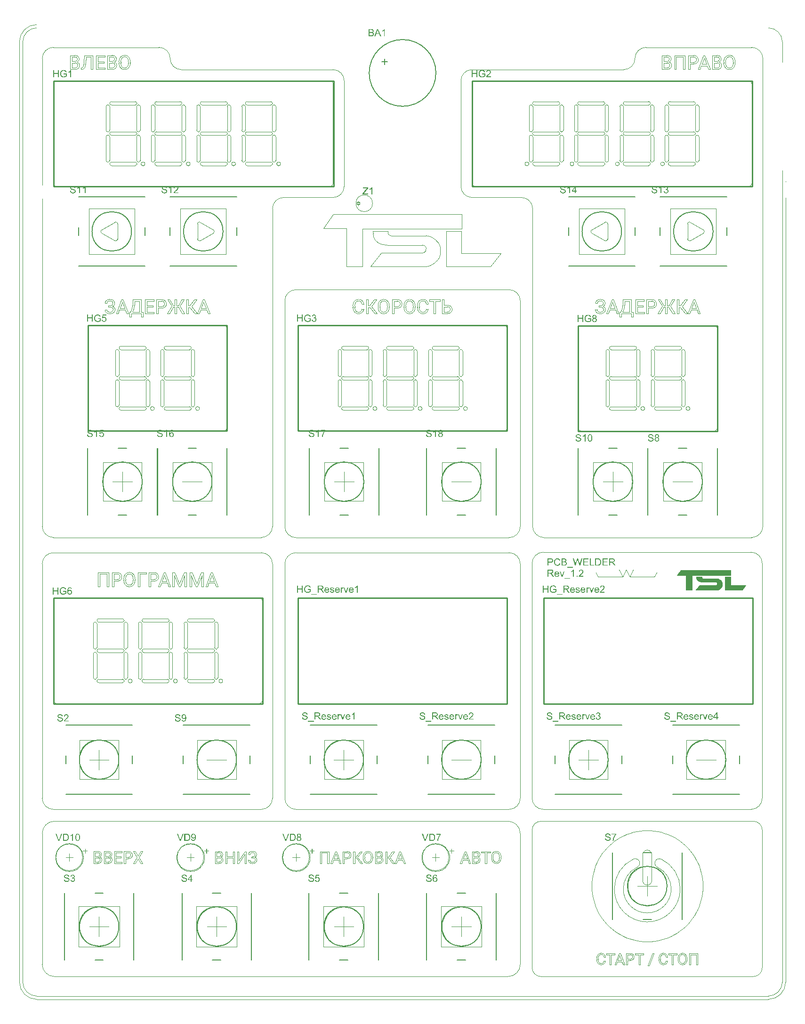
<source format=gto>
G04*
G04 #@! TF.GenerationSoftware,Altium Limited,Altium Designer,20.0.10 (225)*
G04*
G04 Layer_Color=65535*
%FSLAX44Y44*%
%MOMM*%
G71*
G01*
G75*
%ADD10C,0.1000*%
%ADD11C,0.1500*%
%ADD12C,0.2000*%
%ADD13C,0.0500*%
%ADD14C,0.2540*%
G36*
X1319608Y799725D02*
Y799522D01*
Y799320D01*
Y799117D01*
Y798914D01*
Y798712D01*
Y798509D01*
Y798307D01*
Y798104D01*
Y797901D01*
Y797699D01*
Y797496D01*
Y797294D01*
Y797091D01*
Y796888D01*
Y796686D01*
Y796483D01*
Y796281D01*
Y796078D01*
Y795875D01*
Y795673D01*
Y795470D01*
Y795268D01*
Y795065D01*
Y794862D01*
Y794660D01*
Y794457D01*
Y794255D01*
Y794052D01*
Y793849D01*
Y793647D01*
Y793444D01*
Y793242D01*
Y793039D01*
Y792836D01*
Y792634D01*
Y792431D01*
Y792229D01*
Y792026D01*
Y791823D01*
Y791621D01*
Y791418D01*
Y791216D01*
Y791013D01*
Y790810D01*
Y790608D01*
Y790405D01*
Y790203D01*
Y790000D01*
Y789797D01*
Y789595D01*
Y789392D01*
Y789190D01*
Y788987D01*
Y788784D01*
Y788582D01*
Y788379D01*
Y788177D01*
Y787974D01*
Y787771D01*
Y787569D01*
Y787366D01*
Y787164D01*
Y786961D01*
Y786758D01*
Y786556D01*
Y786353D01*
Y786151D01*
Y785948D01*
Y785745D01*
Y785543D01*
Y785340D01*
Y785138D01*
Y784935D01*
Y784732D01*
Y784530D01*
X1347364D01*
Y784327D01*
X1347162D01*
Y784125D01*
X1346757D01*
Y783922D01*
X1346959D01*
Y783719D01*
X1346757D01*
Y783517D01*
X1346554D01*
Y783314D01*
X1346149D01*
Y783112D01*
X1346351D01*
Y782909D01*
X1346149D01*
Y782706D01*
X1345946D01*
Y782504D01*
X1345744D01*
Y782301D01*
Y782099D01*
X1345541D01*
Y781896D01*
X1345338D01*
Y781693D01*
X1345136D01*
Y781491D01*
X1344933D01*
Y781288D01*
Y781086D01*
X1344731D01*
Y780883D01*
X1344528D01*
Y780680D01*
X1344325D01*
Y780478D01*
Y780275D01*
X1344123D01*
Y780073D01*
X1343920D01*
Y779870D01*
X1343718D01*
Y779667D01*
X1343515D01*
Y779465D01*
Y779262D01*
X1343312D01*
Y779060D01*
X1343110D01*
Y778857D01*
X1342907D01*
Y778654D01*
Y778452D01*
X1342705D01*
Y778249D01*
X1342502D01*
Y778047D01*
X1342299D01*
Y777844D01*
Y777641D01*
X1342097D01*
Y777439D01*
X1341894D01*
Y777236D01*
X1341692D01*
Y777034D01*
X1341489D01*
Y776831D01*
Y776628D01*
X1341286D01*
Y776426D01*
X1341084D01*
Y776223D01*
X1340881D01*
Y776021D01*
Y775818D01*
X1340679D01*
Y775615D01*
X1340476D01*
Y775413D01*
X1340273D01*
Y775210D01*
Y775008D01*
X1308668D01*
Y775210D01*
Y775413D01*
Y775615D01*
Y775818D01*
Y776021D01*
Y776223D01*
Y776426D01*
Y776628D01*
Y776831D01*
Y777034D01*
Y777236D01*
Y777439D01*
Y777641D01*
Y777844D01*
Y778047D01*
Y778249D01*
Y778452D01*
Y778654D01*
Y778857D01*
Y779060D01*
Y779262D01*
Y779465D01*
Y779667D01*
Y779870D01*
Y780073D01*
Y780275D01*
Y780478D01*
Y780680D01*
Y780883D01*
Y781086D01*
Y781288D01*
Y781491D01*
Y781693D01*
Y781896D01*
Y782099D01*
Y782301D01*
Y782504D01*
Y782706D01*
Y782909D01*
Y783112D01*
Y783314D01*
Y783517D01*
Y783719D01*
Y783922D01*
Y784125D01*
Y784327D01*
Y784530D01*
Y784732D01*
Y784935D01*
Y785138D01*
Y785340D01*
Y785543D01*
Y785745D01*
Y785948D01*
Y786151D01*
Y786353D01*
Y786556D01*
Y786758D01*
Y786961D01*
Y787164D01*
Y787366D01*
Y787569D01*
Y787771D01*
Y787974D01*
Y788177D01*
Y788379D01*
Y788582D01*
Y788784D01*
Y788987D01*
Y789190D01*
Y789392D01*
Y789595D01*
Y789797D01*
Y790000D01*
Y790203D01*
Y790405D01*
Y790608D01*
Y790810D01*
Y791013D01*
Y791216D01*
Y791418D01*
Y791621D01*
Y791823D01*
Y792026D01*
Y792229D01*
Y792431D01*
Y792634D01*
Y792836D01*
Y793039D01*
Y793242D01*
Y793444D01*
Y793647D01*
Y793849D01*
Y794052D01*
Y794255D01*
Y794457D01*
Y794660D01*
Y794862D01*
Y795065D01*
Y795268D01*
Y795470D01*
Y795673D01*
Y795875D01*
Y796078D01*
Y796281D01*
Y796483D01*
Y796686D01*
Y796888D01*
Y797091D01*
Y797294D01*
Y797496D01*
Y797699D01*
Y797901D01*
Y798104D01*
Y798307D01*
Y798509D01*
Y798712D01*
Y798914D01*
Y799117D01*
Y799320D01*
Y799522D01*
Y799725D01*
X1308871D01*
Y799927D01*
X1319608D01*
Y799725D01*
D02*
G37*
G36*
X1267945D02*
X1268148D01*
Y799522D01*
Y799320D01*
Y799117D01*
Y798914D01*
Y798712D01*
Y798509D01*
Y798307D01*
Y798104D01*
Y797901D01*
Y797699D01*
X1268351D01*
Y797496D01*
X1268553D01*
Y797294D01*
X1268756D01*
Y797091D01*
X1269161D01*
Y796888D01*
X1270174D01*
Y796686D01*
X1296512D01*
Y796483D01*
X1297120D01*
Y796281D01*
X1297728D01*
Y796078D01*
X1298335D01*
Y795875D01*
X1298943D01*
Y795673D01*
Y795470D01*
Y795268D01*
X1299551D01*
Y795065D01*
X1299956D01*
Y794862D01*
X1300159D01*
Y794660D01*
X1300564D01*
Y794457D01*
X1300766D01*
Y794255D01*
X1300969D01*
Y794052D01*
X1301374D01*
Y793849D01*
X1301577D01*
Y793647D01*
X1301779D01*
Y793444D01*
X1301982D01*
Y793242D01*
X1302185D01*
Y793039D01*
X1302387D01*
Y792836D01*
X1302590D01*
Y792634D01*
X1302793D01*
Y792431D01*
X1302995D01*
Y792229D01*
X1303198D01*
Y792026D01*
Y791823D01*
Y791621D01*
X1303603D01*
Y791418D01*
Y791216D01*
Y791013D01*
X1303806D01*
Y790810D01*
Y790608D01*
X1304211D01*
Y790405D01*
Y790203D01*
Y790000D01*
Y789797D01*
X1304413D01*
Y789595D01*
X1304616D01*
Y789392D01*
Y789190D01*
Y788987D01*
Y788784D01*
Y788582D01*
X1304819D01*
Y788379D01*
Y788177D01*
Y787974D01*
Y787771D01*
Y787569D01*
Y787366D01*
Y787164D01*
Y786961D01*
Y786758D01*
Y786556D01*
Y786353D01*
Y786151D01*
Y785948D01*
Y785745D01*
Y785543D01*
Y785340D01*
Y785138D01*
Y784935D01*
Y784732D01*
Y784530D01*
Y784327D01*
Y784125D01*
Y783922D01*
Y783719D01*
Y783517D01*
Y783314D01*
Y783112D01*
X1304616D01*
Y782909D01*
Y782706D01*
Y782504D01*
Y782301D01*
X1304413D01*
Y782099D01*
Y781896D01*
X1304211D01*
Y781693D01*
Y781491D01*
X1304008D01*
Y781288D01*
Y781086D01*
X1303806D01*
Y780883D01*
X1303603D01*
Y780680D01*
Y780478D01*
X1303400D01*
Y780275D01*
X1303198D01*
Y780073D01*
Y779870D01*
X1302995D01*
Y779667D01*
X1302793D01*
Y779465D01*
X1302590D01*
Y779262D01*
X1302387D01*
Y779060D01*
X1302185D01*
Y778857D01*
X1301982D01*
Y778654D01*
X1301779D01*
Y778452D01*
X1301577D01*
Y778249D01*
X1301374D01*
Y778047D01*
X1300969D01*
Y777844D01*
X1300766D01*
Y777641D01*
X1300564D01*
Y777439D01*
X1300361D01*
Y777236D01*
X1299956D01*
Y777034D01*
X1299754D01*
Y776831D01*
X1299348D01*
Y776628D01*
X1298943D01*
Y776426D01*
X1298741D01*
Y776223D01*
X1298335D01*
Y776021D01*
X1297930D01*
Y775818D01*
X1297525D01*
Y775615D01*
X1296917D01*
Y775413D01*
X1296309D01*
Y775210D01*
X1295094D01*
Y775008D01*
X1255384D01*
Y775210D01*
X1255587D01*
Y775413D01*
X1255789D01*
Y775615D01*
X1255992D01*
Y775818D01*
X1256195D01*
Y776021D01*
Y776223D01*
X1256397D01*
Y776426D01*
X1256600D01*
Y776628D01*
X1256802D01*
Y776831D01*
X1257005D01*
Y777034D01*
Y777236D01*
X1257207D01*
Y777439D01*
X1257410D01*
Y777641D01*
X1257613D01*
Y777844D01*
X1257815D01*
Y778047D01*
Y778249D01*
X1258018D01*
Y778452D01*
X1258221D01*
Y778654D01*
X1258423D01*
Y778857D01*
X1258626D01*
Y779060D01*
X1258828D01*
Y779262D01*
Y779465D01*
X1259031D01*
Y779667D01*
X1259233D01*
Y779870D01*
X1259436D01*
Y780073D01*
X1259639D01*
Y780275D01*
Y780478D01*
X1259841D01*
Y780680D01*
X1260044D01*
Y780883D01*
X1260247D01*
Y781086D01*
X1260449D01*
Y781288D01*
Y781491D01*
X1260652D01*
Y781693D01*
X1260854D01*
Y781896D01*
X1261057D01*
Y782099D01*
X1261260D01*
Y782301D01*
Y782504D01*
X1261462D01*
Y782706D01*
X1261665D01*
Y782909D01*
X1261867D01*
Y783112D01*
X1262070D01*
Y783314D01*
Y783517D01*
X1262272D01*
Y783719D01*
X1262475D01*
Y783922D01*
X1262678D01*
Y784125D01*
X1262880D01*
Y784327D01*
X1263083D01*
Y784530D01*
Y784732D01*
X1293068D01*
Y784935D01*
X1293473D01*
Y785138D01*
X1293878D01*
Y785340D01*
X1294081D01*
Y785543D01*
Y785745D01*
Y785948D01*
X1294283D01*
Y786151D01*
Y786353D01*
X1294486D01*
Y786556D01*
Y786758D01*
X1294689D01*
Y786961D01*
Y787164D01*
Y787366D01*
Y787569D01*
Y787771D01*
Y787974D01*
Y788177D01*
Y788379D01*
Y788582D01*
X1294486D01*
Y788784D01*
Y788987D01*
X1294081D01*
Y789190D01*
X1293878D01*
Y789392D01*
X1293676D01*
Y789595D01*
X1293473D01*
Y789797D01*
X1293068D01*
Y790000D01*
X1266932D01*
Y790203D01*
X1264906D01*
Y790405D01*
X1263893D01*
Y790608D01*
X1263286D01*
Y790810D01*
X1262678D01*
Y791013D01*
X1262070D01*
Y791216D01*
X1261867D01*
Y791418D01*
X1261462D01*
Y791621D01*
X1260854D01*
Y791823D01*
X1260652D01*
Y792026D01*
X1260449D01*
Y792229D01*
X1260247D01*
Y792431D01*
X1260044D01*
Y792634D01*
X1259841D01*
Y792836D01*
X1259639D01*
Y793039D01*
X1259436D01*
Y793242D01*
X1259233D01*
Y793444D01*
X1259031D01*
Y793647D01*
X1258828D01*
Y793849D01*
Y794052D01*
X1258626D01*
Y794255D01*
Y794457D01*
X1258221D01*
Y794660D01*
Y794862D01*
X1258018D01*
Y795065D01*
Y795268D01*
Y795470D01*
X1257815D01*
Y795673D01*
Y795875D01*
Y796078D01*
X1257613D01*
Y796281D01*
Y796483D01*
Y796686D01*
Y796888D01*
X1257410D01*
Y797091D01*
Y797294D01*
Y797496D01*
Y797699D01*
Y797901D01*
Y798104D01*
Y798307D01*
Y798509D01*
Y798712D01*
Y798914D01*
Y799117D01*
Y799320D01*
Y799522D01*
Y799725D01*
Y799927D01*
X1267945D01*
Y799725D01*
D02*
G37*
G36*
X1320013Y811678D02*
Y811476D01*
Y811273D01*
Y811070D01*
Y810868D01*
Y810665D01*
Y810463D01*
Y810260D01*
Y810057D01*
Y809855D01*
Y809652D01*
Y809450D01*
Y809247D01*
Y809044D01*
Y808842D01*
Y808639D01*
Y808437D01*
Y808234D01*
Y808031D01*
Y807829D01*
Y807626D01*
Y807424D01*
Y807221D01*
Y807018D01*
Y806816D01*
Y806613D01*
Y806411D01*
Y806208D01*
Y806005D01*
Y805803D01*
Y805600D01*
Y805398D01*
Y805195D01*
Y804992D01*
Y804790D01*
Y804587D01*
Y804385D01*
Y804182D01*
Y803979D01*
Y803777D01*
Y803574D01*
Y803372D01*
Y803169D01*
Y802966D01*
Y802764D01*
Y802561D01*
Y802359D01*
Y802156D01*
Y801953D01*
Y801751D01*
Y801548D01*
X1319811D01*
Y801346D01*
X1250117D01*
Y801143D01*
Y800940D01*
Y800738D01*
Y800535D01*
Y800333D01*
Y800130D01*
Y799927D01*
Y799725D01*
Y799522D01*
Y799320D01*
Y799117D01*
Y798914D01*
Y798712D01*
Y798509D01*
Y798307D01*
Y798104D01*
Y797901D01*
Y797699D01*
Y797496D01*
Y797294D01*
Y797091D01*
Y796888D01*
Y796686D01*
Y796483D01*
Y796281D01*
Y796078D01*
Y795875D01*
Y795673D01*
Y795470D01*
Y795268D01*
Y795065D01*
Y794862D01*
Y794660D01*
Y794457D01*
Y794255D01*
Y794052D01*
Y793849D01*
Y793647D01*
Y793444D01*
Y793242D01*
Y793039D01*
Y792836D01*
Y792634D01*
Y792431D01*
Y792229D01*
Y792026D01*
Y791823D01*
Y791621D01*
Y791418D01*
Y791216D01*
Y791013D01*
Y790810D01*
Y790608D01*
Y790405D01*
Y790203D01*
Y790000D01*
Y789797D01*
Y789595D01*
Y789392D01*
Y789190D01*
Y788987D01*
Y788784D01*
Y788582D01*
Y788379D01*
Y788177D01*
Y787974D01*
Y787771D01*
Y787569D01*
Y787366D01*
Y787164D01*
Y786961D01*
Y786758D01*
Y786556D01*
Y786353D01*
Y786151D01*
Y785948D01*
Y785745D01*
Y785543D01*
Y785340D01*
Y785138D01*
Y784935D01*
Y784732D01*
Y784530D01*
Y784327D01*
Y784125D01*
Y783922D01*
Y783719D01*
Y783517D01*
Y783314D01*
Y783112D01*
Y782909D01*
Y782706D01*
Y782504D01*
Y782301D01*
Y782099D01*
Y781896D01*
Y781693D01*
Y781491D01*
Y781288D01*
Y781086D01*
Y780883D01*
Y780680D01*
Y780478D01*
Y780275D01*
Y780073D01*
Y779870D01*
Y779667D01*
Y779465D01*
Y779262D01*
Y779060D01*
Y778857D01*
Y778654D01*
Y778452D01*
Y778249D01*
Y778047D01*
Y777844D01*
Y777641D01*
Y777439D01*
Y777236D01*
Y777034D01*
Y776831D01*
Y776628D01*
Y776426D01*
Y776223D01*
Y776021D01*
Y775818D01*
Y775615D01*
Y775413D01*
Y775210D01*
Y775008D01*
X1238568D01*
Y775210D01*
Y775413D01*
Y775615D01*
Y775818D01*
Y776021D01*
Y776223D01*
Y776426D01*
Y776628D01*
Y776831D01*
Y777034D01*
Y777236D01*
Y777439D01*
Y777641D01*
Y777844D01*
Y778047D01*
Y778249D01*
Y778452D01*
Y778654D01*
Y778857D01*
Y779060D01*
Y779262D01*
Y779465D01*
Y779667D01*
Y779870D01*
Y780073D01*
Y780275D01*
Y780478D01*
Y780680D01*
Y780883D01*
Y781086D01*
Y781288D01*
Y781491D01*
Y781693D01*
Y781896D01*
Y782099D01*
Y782301D01*
Y782504D01*
Y782706D01*
Y782909D01*
Y783112D01*
Y783314D01*
Y783517D01*
Y783719D01*
Y783922D01*
Y784125D01*
Y784327D01*
Y784530D01*
Y784732D01*
Y784935D01*
Y785138D01*
Y785340D01*
Y785543D01*
Y785745D01*
Y785948D01*
Y786151D01*
Y786353D01*
Y786556D01*
Y786758D01*
Y786961D01*
Y787164D01*
Y787366D01*
Y787569D01*
Y787771D01*
Y787974D01*
Y788177D01*
Y788379D01*
Y788582D01*
Y788784D01*
Y788987D01*
Y789190D01*
Y789392D01*
Y789595D01*
Y789797D01*
Y790000D01*
Y790203D01*
Y790405D01*
Y790608D01*
Y790810D01*
Y791013D01*
Y791216D01*
Y791418D01*
Y791621D01*
Y791823D01*
Y792026D01*
Y792229D01*
Y792431D01*
Y792634D01*
Y792836D01*
Y793039D01*
Y793242D01*
Y793444D01*
Y793647D01*
Y793849D01*
Y794052D01*
Y794255D01*
Y794457D01*
Y794660D01*
Y794862D01*
Y795065D01*
Y795268D01*
Y795470D01*
Y795673D01*
Y795875D01*
Y796078D01*
Y796281D01*
Y796483D01*
Y796686D01*
Y796888D01*
Y797091D01*
Y797294D01*
Y797496D01*
Y797699D01*
Y797901D01*
Y798104D01*
Y798307D01*
Y798509D01*
Y798712D01*
Y798914D01*
Y799117D01*
Y799320D01*
Y799522D01*
Y799725D01*
Y799927D01*
Y800130D01*
Y800333D01*
Y800535D01*
Y800738D01*
Y800940D01*
Y801143D01*
Y801346D01*
Y801548D01*
X1222158D01*
Y801751D01*
X1222563D01*
Y801953D01*
X1222360D01*
Y802156D01*
X1222563D01*
Y802359D01*
X1222766D01*
Y802561D01*
X1223171D01*
Y802764D01*
X1222968D01*
Y802966D01*
X1223171D01*
Y803169D01*
X1223576D01*
Y803372D01*
X1223373D01*
Y803574D01*
X1223576D01*
Y803777D01*
X1223779D01*
Y803979D01*
X1224184D01*
Y804182D01*
X1223981D01*
Y804385D01*
X1224184D01*
Y804587D01*
X1224589D01*
Y804790D01*
X1224386D01*
Y804992D01*
X1224589D01*
Y805195D01*
X1224792D01*
Y805398D01*
X1224994D01*
Y805600D01*
Y805803D01*
X1225197D01*
Y806005D01*
X1225399D01*
Y806208D01*
Y806411D01*
X1225602D01*
Y806613D01*
X1225805D01*
Y806816D01*
X1226007D01*
Y807018D01*
Y807221D01*
X1226210D01*
Y807424D01*
X1226412D01*
Y807626D01*
X1226615D01*
Y807829D01*
Y808031D01*
X1226818D01*
Y808234D01*
X1227020D01*
Y808437D01*
Y808639D01*
X1227223D01*
Y808842D01*
X1227425D01*
Y809044D01*
X1227628D01*
Y809247D01*
Y809450D01*
X1228033D01*
Y809652D01*
Y809855D01*
X1228236D01*
Y810057D01*
X1228438D01*
Y810260D01*
X1228641D01*
Y810463D01*
Y810665D01*
X1228844D01*
Y810868D01*
X1229046D01*
Y811070D01*
Y811273D01*
X1229249D01*
Y811476D01*
X1229451D01*
Y811678D01*
Y811881D01*
X1320013D01*
Y811678D01*
D02*
G37*
G36*
X818203Y307422D02*
X821684D01*
Y305959D01*
X818203D01*
Y302441D01*
X816721D01*
Y305959D01*
X813240D01*
Y307422D01*
X816721D01*
Y310903D01*
X818203D01*
Y307422D01*
D02*
G37*
G36*
X159408Y307423D02*
X162890D01*
Y305960D01*
X159408D01*
Y302442D01*
X157927D01*
Y305960D01*
X154446D01*
Y307423D01*
X157927D01*
Y310904D01*
X159408D01*
Y307423D01*
D02*
G37*
G36*
X377360Y307422D02*
X380842D01*
Y305959D01*
X377360D01*
Y302441D01*
X375879D01*
Y305959D01*
X372398D01*
Y307422D01*
X375879D01*
Y310903D01*
X377360D01*
Y307422D01*
D02*
G37*
G36*
X567253Y307423D02*
X570735D01*
Y305960D01*
X567253D01*
Y302442D01*
X565772D01*
Y305960D01*
X562291D01*
Y307423D01*
X565772D01*
Y310904D01*
X567253D01*
Y307423D01*
D02*
G37*
G36*
X1007794Y833017D02*
X1007961Y832999D01*
X1008165Y832980D01*
X1008369Y832962D01*
X1008609Y832906D01*
X1009109Y832795D01*
X1009665Y832628D01*
X1009942Y832517D01*
X1010202Y832388D01*
X1010461Y832221D01*
X1010720Y832054D01*
X1010739Y832036D01*
X1010776Y832017D01*
X1010850Y831962D01*
X1010942Y831869D01*
X1011035Y831777D01*
X1011164Y831647D01*
X1011294Y831499D01*
X1011442Y831351D01*
X1011590Y831165D01*
X1011739Y830943D01*
X1011905Y830721D01*
X1012053Y830480D01*
X1012183Y830203D01*
X1012331Y829925D01*
X1012442Y829629D01*
X1012553Y829295D01*
X1010887Y828906D01*
Y828925D01*
X1010868Y828962D01*
X1010831Y829036D01*
X1010794Y829129D01*
X1010757Y829240D01*
X1010702Y829388D01*
X1010553Y829684D01*
X1010368Y830017D01*
X1010146Y830351D01*
X1009868Y830666D01*
X1009572Y830943D01*
X1009535Y830980D01*
X1009424Y831054D01*
X1009239Y831147D01*
X1008998Y831277D01*
X1008683Y831388D01*
X1008331Y831499D01*
X1007906Y831573D01*
X1007443Y831591D01*
X1007294D01*
X1007202Y831573D01*
X1007072D01*
X1006924Y831554D01*
X1006572Y831499D01*
X1006183Y831425D01*
X1005776Y831295D01*
X1005350Y831110D01*
X1004961Y830869D01*
X1004943D01*
X1004924Y830832D01*
X1004795Y830740D01*
X1004628Y830592D01*
X1004424Y830369D01*
X1004184Y830092D01*
X1003961Y829777D01*
X1003758Y829388D01*
X1003573Y828962D01*
Y828943D01*
X1003554Y828906D01*
X1003536Y828851D01*
X1003517Y828758D01*
X1003480Y828647D01*
X1003443Y828518D01*
X1003388Y828203D01*
X1003313Y827832D01*
X1003239Y827425D01*
X1003202Y826981D01*
X1003184Y826499D01*
Y826481D01*
Y826425D01*
Y826333D01*
Y826222D01*
X1003202Y826092D01*
Y825925D01*
X1003221Y825740D01*
X1003239Y825536D01*
X1003295Y825092D01*
X1003388Y824611D01*
X1003499Y824129D01*
X1003647Y823648D01*
Y823629D01*
X1003665Y823592D01*
X1003702Y823537D01*
X1003739Y823444D01*
X1003850Y823222D01*
X1004017Y822963D01*
X1004221Y822666D01*
X1004480Y822352D01*
X1004776Y822074D01*
X1005128Y821815D01*
X1005147D01*
X1005184Y821796D01*
X1005239Y821759D01*
X1005313Y821722D01*
X1005406Y821685D01*
X1005517Y821629D01*
X1005776Y821518D01*
X1006109Y821407D01*
X1006480Y821315D01*
X1006887Y821241D01*
X1007313Y821222D01*
X1007443D01*
X1007554Y821241D01*
X1007683D01*
X1007813Y821259D01*
X1008146Y821333D01*
X1008535Y821426D01*
X1008924Y821574D01*
X1009331Y821778D01*
X1009535Y821889D01*
X1009720Y822037D01*
X1009739Y822055D01*
X1009757Y822074D01*
X1009813Y822129D01*
X1009887Y822185D01*
X1009961Y822278D01*
X1010053Y822389D01*
X1010165Y822500D01*
X1010257Y822648D01*
X1010368Y822814D01*
X1010498Y823000D01*
X1010609Y823185D01*
X1010720Y823407D01*
X1010813Y823648D01*
X1010905Y823907D01*
X1010998Y824185D01*
X1011072Y824481D01*
X1012775Y824055D01*
Y824037D01*
X1012757Y823963D01*
X1012720Y823851D01*
X1012664Y823703D01*
X1012609Y823537D01*
X1012535Y823333D01*
X1012442Y823111D01*
X1012331Y822870D01*
X1012072Y822352D01*
X1011739Y821833D01*
X1011535Y821574D01*
X1011331Y821315D01*
X1011109Y821093D01*
X1010850Y820870D01*
X1010831Y820852D01*
X1010794Y820815D01*
X1010702Y820778D01*
X1010609Y820704D01*
X1010461Y820611D01*
X1010313Y820518D01*
X1010109Y820426D01*
X1009905Y820333D01*
X1009665Y820222D01*
X1009405Y820130D01*
X1009128Y820037D01*
X1008831Y819945D01*
X1008517Y819870D01*
X1008183Y819833D01*
X1007831Y819796D01*
X1007461Y819778D01*
X1007258D01*
X1007109Y819796D01*
X1006943D01*
X1006739Y819815D01*
X1006517Y819852D01*
X1006258Y819889D01*
X1005721Y819982D01*
X1005165Y820130D01*
X1004610Y820333D01*
X1004350Y820463D01*
X1004091Y820611D01*
X1004073Y820630D01*
X1004036Y820648D01*
X1003961Y820704D01*
X1003887Y820778D01*
X1003776Y820852D01*
X1003647Y820963D01*
X1003499Y821093D01*
X1003351Y821241D01*
X1003202Y821407D01*
X1003036Y821574D01*
X1002702Y822000D01*
X1002388Y822500D01*
X1002110Y823055D01*
Y823074D01*
X1002073Y823129D01*
X1002054Y823222D01*
X1001999Y823333D01*
X1001962Y823481D01*
X1001906Y823666D01*
X1001832Y823870D01*
X1001777Y824092D01*
X1001721Y824333D01*
X1001647Y824611D01*
X1001554Y825185D01*
X1001480Y825833D01*
X1001443Y826499D01*
Y826518D01*
Y826592D01*
Y826703D01*
X1001462Y826833D01*
Y827018D01*
X1001480Y827203D01*
X1001499Y827444D01*
X1001536Y827684D01*
X1001628Y828221D01*
X1001758Y828814D01*
X1001943Y829406D01*
X1002202Y829980D01*
X1002221Y829999D01*
X1002240Y830054D01*
X1002277Y830129D01*
X1002351Y830221D01*
X1002425Y830351D01*
X1002517Y830499D01*
X1002758Y830832D01*
X1003073Y831203D01*
X1003443Y831573D01*
X1003869Y831943D01*
X1004369Y832258D01*
X1004387Y832277D01*
X1004443Y832295D01*
X1004517Y832332D01*
X1004610Y832388D01*
X1004758Y832443D01*
X1004906Y832499D01*
X1005091Y832573D01*
X1005295Y832647D01*
X1005517Y832721D01*
X1005758Y832795D01*
X1006276Y832906D01*
X1006869Y832999D01*
X1007480Y833036D01*
X1007665D01*
X1007794Y833017D01*
D02*
G37*
G36*
X1048568Y820000D02*
X1046901D01*
X1044217Y829758D01*
Y829777D01*
X1044198Y829814D01*
X1044180Y829869D01*
X1044161Y829962D01*
X1044106Y830166D01*
X1044050Y830406D01*
X1043976Y830666D01*
X1043902Y830906D01*
X1043846Y831110D01*
X1043828Y831203D01*
X1043809Y831258D01*
Y831240D01*
X1043791Y831221D01*
X1043772Y831110D01*
X1043735Y830943D01*
X1043680Y830740D01*
X1043624Y830517D01*
X1043550Y830258D01*
X1043494Y829999D01*
X1043420Y829758D01*
X1040717Y820000D01*
X1038939D01*
X1035588Y832813D01*
X1037347D01*
X1039254Y824407D01*
Y824388D01*
X1039273Y824351D01*
X1039291Y824277D01*
X1039310Y824185D01*
X1039328Y824055D01*
X1039365Y823925D01*
X1039402Y823759D01*
X1039439Y823574D01*
X1039532Y823185D01*
X1039624Y822740D01*
X1039717Y822259D01*
X1039810Y821778D01*
Y821796D01*
X1039828Y821870D01*
X1039865Y821963D01*
X1039884Y822111D01*
X1039921Y822259D01*
X1039976Y822444D01*
X1040069Y822852D01*
X1040180Y823259D01*
X1040217Y823463D01*
X1040273Y823648D01*
X1040310Y823814D01*
X1040347Y823963D01*
X1040384Y824074D01*
X1040402Y824148D01*
X1042828Y832813D01*
X1044883D01*
X1046698Y826314D01*
Y826296D01*
X1046735Y826203D01*
X1046772Y826074D01*
X1046809Y825907D01*
X1046864Y825685D01*
X1046938Y825444D01*
X1047013Y825166D01*
X1047087Y824851D01*
X1047179Y824500D01*
X1047253Y824148D01*
X1047420Y823389D01*
X1047587Y822592D01*
X1047716Y821778D01*
Y821796D01*
X1047735Y821833D01*
Y821907D01*
X1047772Y822000D01*
X1047790Y822111D01*
X1047827Y822241D01*
X1047846Y822407D01*
X1047901Y822592D01*
X1047994Y823000D01*
X1048105Y823481D01*
X1048216Y824000D01*
X1048364Y824574D01*
X1050364Y832813D01*
X1052086D01*
X1048568Y820000D01*
D02*
G37*
G36*
X1106562Y832795D02*
X1106729D01*
X1107117Y832776D01*
X1107525Y832721D01*
X1107969Y832665D01*
X1108377Y832573D01*
X1108580Y832517D01*
X1108747Y832462D01*
X1108765D01*
X1108784Y832443D01*
X1108895Y832388D01*
X1109062Y832314D01*
X1109265Y832184D01*
X1109488Y832017D01*
X1109728Y831795D01*
X1109950Y831536D01*
X1110173Y831240D01*
Y831221D01*
X1110191Y831203D01*
X1110265Y831092D01*
X1110339Y830906D01*
X1110451Y830666D01*
X1110543Y830388D01*
X1110636Y830054D01*
X1110691Y829703D01*
X1110710Y829314D01*
Y829295D01*
Y829258D01*
Y829184D01*
X1110691Y829092D01*
Y828962D01*
X1110673Y828832D01*
X1110599Y828518D01*
X1110488Y828147D01*
X1110339Y827758D01*
X1110117Y827370D01*
X1109969Y827185D01*
X1109821Y826999D01*
X1109802Y826981D01*
X1109784Y826962D01*
X1109728Y826907D01*
X1109654Y826851D01*
X1109562Y826777D01*
X1109451Y826703D01*
X1109303Y826610D01*
X1109154Y826499D01*
X1108969Y826407D01*
X1108765Y826314D01*
X1108543Y826203D01*
X1108303Y826111D01*
X1108025Y826036D01*
X1107747Y825944D01*
X1107432Y825888D01*
X1107099Y825833D01*
X1107136Y825814D01*
X1107210Y825777D01*
X1107321Y825703D01*
X1107469Y825629D01*
X1107803Y825425D01*
X1107969Y825296D01*
X1108117Y825185D01*
X1108154Y825148D01*
X1108247Y825055D01*
X1108395Y824907D01*
X1108580Y824722D01*
X1108784Y824463D01*
X1109025Y824185D01*
X1109265Y823851D01*
X1109525Y823481D01*
X1111728Y820000D01*
X1109617D01*
X1107932Y822666D01*
Y822685D01*
X1107895Y822722D01*
X1107858Y822777D01*
X1107803Y822852D01*
X1107673Y823055D01*
X1107506Y823315D01*
X1107303Y823592D01*
X1107099Y823888D01*
X1106895Y824166D01*
X1106710Y824426D01*
X1106692Y824444D01*
X1106636Y824518D01*
X1106544Y824629D01*
X1106414Y824759D01*
X1106136Y825036D01*
X1105988Y825166D01*
X1105840Y825277D01*
X1105821Y825296D01*
X1105784Y825314D01*
X1105710Y825351D01*
X1105599Y825407D01*
X1105488Y825462D01*
X1105358Y825518D01*
X1105062Y825611D01*
X1105044D01*
X1105007Y825629D01*
X1104932D01*
X1104840Y825648D01*
X1104710Y825666D01*
X1104562D01*
X1104359Y825685D01*
X1102174D01*
Y820000D01*
X1100470D01*
Y832813D01*
X1106414D01*
X1106562Y832795D01*
D02*
G37*
G36*
X1097804Y831295D02*
X1090230D01*
Y827388D01*
X1097322D01*
Y825870D01*
X1090230D01*
Y821518D01*
X1098100D01*
Y820000D01*
X1088527D01*
Y832813D01*
X1097804D01*
Y831295D01*
D02*
G37*
G36*
X1080842Y832795D02*
X1081213Y832776D01*
X1081583Y832739D01*
X1081953Y832684D01*
X1082268Y832628D01*
X1082287D01*
X1082324Y832610D01*
X1082379D01*
X1082453Y832573D01*
X1082657Y832517D01*
X1082916Y832425D01*
X1083213Y832295D01*
X1083527Y832128D01*
X1083842Y831943D01*
X1084138Y831702D01*
X1084157Y831684D01*
X1084175Y831665D01*
X1084231Y831610D01*
X1084305Y831554D01*
X1084490Y831369D01*
X1084712Y831110D01*
X1084953Y830795D01*
X1085212Y830425D01*
X1085453Y829999D01*
X1085657Y829518D01*
Y829499D01*
X1085675Y829462D01*
X1085712Y829388D01*
X1085731Y829277D01*
X1085786Y829147D01*
X1085823Y828999D01*
X1085860Y828832D01*
X1085916Y828629D01*
X1085972Y828425D01*
X1086009Y828184D01*
X1086101Y827666D01*
X1086157Y827092D01*
X1086175Y826462D01*
Y826444D01*
Y826407D01*
Y826314D01*
Y826222D01*
X1086157Y826092D01*
Y825944D01*
X1086138Y825592D01*
X1086083Y825185D01*
X1086027Y824759D01*
X1085935Y824314D01*
X1085823Y823870D01*
Y823851D01*
X1085805Y823814D01*
X1085786Y823759D01*
X1085768Y823685D01*
X1085694Y823481D01*
X1085583Y823222D01*
X1085472Y822926D01*
X1085323Y822629D01*
X1085138Y822315D01*
X1084953Y822018D01*
X1084935Y821981D01*
X1084861Y821889D01*
X1084749Y821759D01*
X1084601Y821592D01*
X1084435Y821407D01*
X1084231Y821222D01*
X1084027Y821018D01*
X1083787Y820852D01*
X1083749Y820833D01*
X1083676Y820778D01*
X1083546Y820704D01*
X1083361Y820611D01*
X1083139Y820500D01*
X1082879Y820407D01*
X1082583Y820296D01*
X1082250Y820204D01*
X1082213D01*
X1082157Y820185D01*
X1082102Y820167D01*
X1081916Y820148D01*
X1081657Y820111D01*
X1081361Y820074D01*
X1081009Y820037D01*
X1080620Y820018D01*
X1080194Y820000D01*
X1075584D01*
Y832813D01*
X1080509D01*
X1080842Y832795D01*
D02*
G37*
G36*
X1067251Y821518D02*
X1073565D01*
Y820000D01*
X1065548D01*
Y832813D01*
X1067251D01*
Y821518D01*
D02*
G37*
G36*
X1062974Y831295D02*
X1055401D01*
Y827388D01*
X1062493D01*
Y825870D01*
X1055401D01*
Y821518D01*
X1063270D01*
Y820000D01*
X1053697D01*
Y832813D01*
X1062974D01*
Y831295D01*
D02*
G37*
G36*
X1019960Y832795D02*
X1020108D01*
X1020441Y832758D01*
X1020812Y832721D01*
X1021200Y832647D01*
X1021589Y832554D01*
X1021941Y832425D01*
X1021960D01*
X1021978Y832406D01*
X1022089Y832351D01*
X1022256Y832258D01*
X1022441Y832128D01*
X1022663Y831962D01*
X1022904Y831758D01*
X1023126Y831499D01*
X1023330Y831221D01*
X1023348Y831184D01*
X1023404Y831073D01*
X1023496Y830925D01*
X1023589Y830703D01*
X1023682Y830443D01*
X1023774Y830166D01*
X1023830Y829851D01*
X1023848Y829536D01*
Y829499D01*
Y829406D01*
X1023830Y829240D01*
X1023793Y829036D01*
X1023737Y828795D01*
X1023645Y828536D01*
X1023534Y828277D01*
X1023385Y827999D01*
X1023367Y827962D01*
X1023311Y827888D01*
X1023200Y827740D01*
X1023052Y827592D01*
X1022867Y827407D01*
X1022645Y827203D01*
X1022367Y827018D01*
X1022052Y826833D01*
X1022071D01*
X1022108Y826814D01*
X1022163Y826796D01*
X1022237Y826759D01*
X1022460Y826684D01*
X1022719Y826555D01*
X1022997Y826388D01*
X1023311Y826185D01*
X1023589Y825944D01*
X1023848Y825648D01*
X1023867Y825611D01*
X1023941Y825499D01*
X1024052Y825333D01*
X1024163Y825111D01*
X1024274Y824814D01*
X1024385Y824500D01*
X1024459Y824129D01*
X1024478Y823722D01*
Y823703D01*
Y823685D01*
Y823574D01*
X1024459Y823389D01*
X1024422Y823166D01*
X1024385Y822907D01*
X1024311Y822629D01*
X1024219Y822333D01*
X1024089Y822037D01*
X1024071Y822000D01*
X1024015Y821907D01*
X1023941Y821778D01*
X1023830Y821592D01*
X1023682Y821407D01*
X1023534Y821204D01*
X1023348Y821000D01*
X1023145Y820833D01*
X1023126Y820815D01*
X1023052Y820759D01*
X1022923Y820685D01*
X1022756Y820611D01*
X1022552Y820500D01*
X1022311Y820389D01*
X1022052Y820296D01*
X1021738Y820204D01*
X1021700D01*
X1021589Y820167D01*
X1021404Y820148D01*
X1021163Y820111D01*
X1020867Y820074D01*
X1020515Y820037D01*
X1020126Y820018D01*
X1019682Y820000D01*
X1014794D01*
Y832813D01*
X1019830D01*
X1019960Y832795D01*
D02*
G37*
G36*
X995536D02*
X995851Y832776D01*
X996184Y832758D01*
X996499Y832721D01*
X996777Y832684D01*
X996814D01*
X996944Y832647D01*
X997110Y832610D01*
X997333Y832554D01*
X997573Y832462D01*
X997832Y832351D01*
X998110Y832221D01*
X998351Y832073D01*
X998388Y832054D01*
X998462Y831999D01*
X998573Y831888D01*
X998721Y831758D01*
X998888Y831591D01*
X999055Y831369D01*
X999240Y831128D01*
X999388Y830851D01*
X999406Y830814D01*
X999444Y830721D01*
X999518Y830555D01*
X999592Y830332D01*
X999647Y830073D01*
X999721Y829777D01*
X999758Y829444D01*
X999777Y829092D01*
Y829073D01*
Y829018D01*
Y828943D01*
X999758Y828814D01*
X999740Y828684D01*
X999721Y828518D01*
X999684Y828333D01*
X999647Y828129D01*
X999518Y827703D01*
X999444Y827481D01*
X999332Y827240D01*
X999203Y826999D01*
X999073Y826777D01*
X998906Y826555D01*
X998721Y826333D01*
X998703Y826314D01*
X998666Y826277D01*
X998610Y826222D01*
X998518Y826166D01*
X998407Y826074D01*
X998258Y825981D01*
X998073Y825870D01*
X997870Y825777D01*
X997629Y825666D01*
X997351Y825555D01*
X997055Y825462D01*
X996703Y825388D01*
X996333Y825314D01*
X995925Y825259D01*
X995462Y825222D01*
X994981Y825203D01*
X991703D01*
Y820000D01*
X990000D01*
Y832813D01*
X995259D01*
X995536Y832795D01*
D02*
G37*
G36*
X1035569Y816445D02*
X1025145D01*
Y817574D01*
X1035569D01*
Y816445D01*
D02*
G37*
G36*
X1016682Y800000D02*
X1015183D01*
X1011683Y809295D01*
X1013349D01*
X1015349Y803722D01*
Y803703D01*
X1015368Y803685D01*
X1015386Y803629D01*
X1015405Y803574D01*
X1015460Y803389D01*
X1015534Y803148D01*
X1015627Y802870D01*
X1015738Y802555D01*
X1015831Y802204D01*
X1015942Y801852D01*
X1015960Y801889D01*
X1015979Y801981D01*
X1016034Y802129D01*
X1016090Y802352D01*
X1016182Y802592D01*
X1016275Y802907D01*
X1016405Y803240D01*
X1016534Y803611D01*
X1018590Y809295D01*
X1020219D01*
X1016682Y800000D01*
D02*
G37*
G36*
X1050642Y812850D02*
X1050790Y812832D01*
X1050975Y812813D01*
X1051179Y812776D01*
X1051383Y812739D01*
X1051864Y812610D01*
X1052345Y812425D01*
X1052586Y812314D01*
X1052827Y812184D01*
X1053049Y812017D01*
X1053253Y811832D01*
X1053271Y811814D01*
X1053308Y811795D01*
X1053345Y811721D01*
X1053419Y811647D01*
X1053512Y811554D01*
X1053605Y811425D01*
X1053697Y811295D01*
X1053808Y811128D01*
X1053993Y810777D01*
X1054178Y810332D01*
X1054253Y810110D01*
X1054290Y809851D01*
X1054327Y809592D01*
X1054345Y809314D01*
Y809277D01*
Y809184D01*
X1054327Y809036D01*
X1054308Y808832D01*
X1054271Y808610D01*
X1054197Y808351D01*
X1054123Y808073D01*
X1054012Y807795D01*
X1053993Y807758D01*
X1053956Y807666D01*
X1053882Y807518D01*
X1053771Y807314D01*
X1053623Y807092D01*
X1053438Y806814D01*
X1053216Y806536D01*
X1052956Y806222D01*
X1052919Y806184D01*
X1052827Y806073D01*
X1052734Y805981D01*
X1052642Y805888D01*
X1052531Y805777D01*
X1052382Y805629D01*
X1052234Y805481D01*
X1052049Y805314D01*
X1051864Y805129D01*
X1051642Y804925D01*
X1051401Y804722D01*
X1051142Y804481D01*
X1050845Y804240D01*
X1050549Y803981D01*
X1050531Y803963D01*
X1050494Y803925D01*
X1050420Y803870D01*
X1050327Y803796D01*
X1050216Y803685D01*
X1050086Y803574D01*
X1049790Y803333D01*
X1049475Y803055D01*
X1049179Y802777D01*
X1048920Y802537D01*
X1048809Y802444D01*
X1048716Y802352D01*
X1048698Y802333D01*
X1048642Y802278D01*
X1048568Y802204D01*
X1048475Y802092D01*
X1048383Y801963D01*
X1048272Y801833D01*
X1048049Y801518D01*
X1054364D01*
Y800000D01*
X1045865D01*
Y800018D01*
Y800093D01*
Y800204D01*
X1045883Y800352D01*
X1045902Y800518D01*
X1045939Y800704D01*
X1045976Y800889D01*
X1046050Y801093D01*
Y801111D01*
X1046068Y801130D01*
X1046105Y801241D01*
X1046179Y801407D01*
X1046291Y801629D01*
X1046439Y801889D01*
X1046624Y802185D01*
X1046827Y802481D01*
X1047087Y802796D01*
Y802814D01*
X1047124Y802833D01*
X1047216Y802944D01*
X1047383Y803111D01*
X1047624Y803352D01*
X1047901Y803629D01*
X1048253Y803963D01*
X1048679Y804333D01*
X1049142Y804722D01*
X1049161Y804740D01*
X1049235Y804796D01*
X1049346Y804888D01*
X1049475Y804999D01*
X1049642Y805148D01*
X1049846Y805314D01*
X1050049Y805499D01*
X1050290Y805703D01*
X1050753Y806148D01*
X1051216Y806592D01*
X1051438Y806814D01*
X1051642Y807036D01*
X1051827Y807240D01*
X1051975Y807444D01*
Y807462D01*
X1052012Y807481D01*
X1052049Y807536D01*
X1052086Y807610D01*
X1052216Y807814D01*
X1052364Y808055D01*
X1052494Y808351D01*
X1052623Y808666D01*
X1052697Y809018D01*
X1052734Y809351D01*
Y809369D01*
Y809388D01*
X1052716Y809499D01*
X1052697Y809684D01*
X1052642Y809888D01*
X1052568Y810147D01*
X1052438Y810406D01*
X1052271Y810666D01*
X1052049Y810925D01*
X1052012Y810962D01*
X1051919Y811036D01*
X1051790Y811128D01*
X1051586Y811258D01*
X1051327Y811369D01*
X1051031Y811480D01*
X1050679Y811554D01*
X1050290Y811573D01*
X1050179D01*
X1050105Y811554D01*
X1049883Y811536D01*
X1049623Y811480D01*
X1049346Y811406D01*
X1049031Y811277D01*
X1048735Y811110D01*
X1048457Y810888D01*
X1048420Y810851D01*
X1048346Y810758D01*
X1048235Y810610D01*
X1048124Y810388D01*
X1047994Y810129D01*
X1047883Y809795D01*
X1047809Y809425D01*
X1047772Y808999D01*
X1046161Y809166D01*
Y809184D01*
X1046179Y809240D01*
Y809332D01*
X1046198Y809462D01*
X1046235Y809610D01*
X1046272Y809777D01*
X1046328Y809980D01*
X1046383Y810184D01*
X1046531Y810629D01*
X1046753Y811073D01*
X1046883Y811295D01*
X1047050Y811517D01*
X1047216Y811721D01*
X1047402Y811906D01*
X1047420Y811925D01*
X1047457Y811943D01*
X1047513Y811999D01*
X1047605Y812054D01*
X1047716Y812128D01*
X1047846Y812202D01*
X1047994Y812295D01*
X1048179Y812388D01*
X1048383Y812480D01*
X1048605Y812573D01*
X1048846Y812647D01*
X1049105Y812721D01*
X1049383Y812776D01*
X1049679Y812832D01*
X1049994Y812850D01*
X1050327Y812869D01*
X1050512D01*
X1050642Y812850D01*
D02*
G37*
G36*
X1043791Y800000D02*
X1041995D01*
Y801796D01*
X1043791D01*
Y800000D01*
D02*
G37*
G36*
X1037069D02*
X1035495D01*
Y810017D01*
X1035477Y809999D01*
X1035384Y809925D01*
X1035273Y809814D01*
X1035088Y809684D01*
X1034884Y809518D01*
X1034625Y809332D01*
X1034329Y809129D01*
X1033995Y808925D01*
X1033977D01*
X1033958Y808906D01*
X1033847Y808832D01*
X1033662Y808740D01*
X1033440Y808629D01*
X1033181Y808499D01*
X1032903Y808370D01*
X1032625Y808240D01*
X1032347Y808129D01*
Y809647D01*
X1032366D01*
X1032403Y809684D01*
X1032477Y809703D01*
X1032570Y809758D01*
X1032681Y809814D01*
X1032810Y809888D01*
X1033125Y810073D01*
X1033495Y810277D01*
X1033866Y810536D01*
X1034255Y810832D01*
X1034643Y811147D01*
X1034662Y811165D01*
X1034681Y811184D01*
X1034736Y811240D01*
X1034810Y811295D01*
X1034977Y811480D01*
X1035199Y811702D01*
X1035421Y811962D01*
X1035662Y812258D01*
X1035866Y812554D01*
X1036051Y812869D01*
X1037069D01*
Y800000D01*
D02*
G37*
G36*
X996092Y812795D02*
X996259D01*
X996647Y812776D01*
X997055Y812721D01*
X997499Y812665D01*
X997907Y812573D01*
X998110Y812517D01*
X998277Y812462D01*
X998295D01*
X998314Y812443D01*
X998425Y812388D01*
X998592Y812314D01*
X998795Y812184D01*
X999018Y812017D01*
X999258Y811795D01*
X999481Y811536D01*
X999703Y811240D01*
Y811221D01*
X999721Y811202D01*
X999795Y811091D01*
X999869Y810906D01*
X999980Y810666D01*
X1000073Y810388D01*
X1000166Y810054D01*
X1000221Y809703D01*
X1000240Y809314D01*
Y809295D01*
Y809258D01*
Y809184D01*
X1000221Y809092D01*
Y808962D01*
X1000203Y808832D01*
X1000129Y808518D01*
X1000017Y808147D01*
X999869Y807758D01*
X999647Y807370D01*
X999499Y807184D01*
X999351Y806999D01*
X999332Y806981D01*
X999314Y806962D01*
X999258Y806907D01*
X999184Y806851D01*
X999092Y806777D01*
X998981Y806703D01*
X998832Y806610D01*
X998684Y806499D01*
X998499Y806407D01*
X998295Y806314D01*
X998073Y806203D01*
X997832Y806111D01*
X997555Y806036D01*
X997277Y805944D01*
X996962Y805888D01*
X996629Y805833D01*
X996666Y805814D01*
X996740Y805777D01*
X996851Y805703D01*
X996999Y805629D01*
X997333Y805425D01*
X997499Y805296D01*
X997647Y805185D01*
X997684Y805148D01*
X997777Y805055D01*
X997925Y804907D01*
X998110Y804722D01*
X998314Y804463D01*
X998555Y804185D01*
X998795Y803851D01*
X999055Y803481D01*
X1001258Y800000D01*
X999147D01*
X997462Y802666D01*
Y802685D01*
X997425Y802722D01*
X997388Y802777D01*
X997333Y802852D01*
X997203Y803055D01*
X997036Y803315D01*
X996833Y803592D01*
X996629Y803888D01*
X996425Y804166D01*
X996240Y804426D01*
X996222Y804444D01*
X996166Y804518D01*
X996073Y804629D01*
X995944Y804759D01*
X995666Y805036D01*
X995518Y805166D01*
X995370Y805277D01*
X995351Y805296D01*
X995314Y805314D01*
X995240Y805351D01*
X995129Y805407D01*
X995018Y805462D01*
X994888Y805518D01*
X994592Y805611D01*
X994574D01*
X994537Y805629D01*
X994463D01*
X994370Y805648D01*
X994240Y805666D01*
X994092D01*
X993888Y805685D01*
X991703D01*
Y800000D01*
X990000D01*
Y812813D01*
X995944D01*
X996092Y812795D01*
D02*
G37*
G36*
X1006813Y809481D02*
X1006961Y809462D01*
X1007146Y809425D01*
X1007350Y809388D01*
X1007591Y809332D01*
X1007813Y809277D01*
X1008072Y809184D01*
X1008313Y809092D01*
X1008572Y808962D01*
X1008831Y808814D01*
X1009091Y808647D01*
X1009331Y808444D01*
X1009554Y808221D01*
X1009572Y808203D01*
X1009609Y808166D01*
X1009665Y808092D01*
X1009739Y807981D01*
X1009831Y807851D01*
X1009924Y807703D01*
X1010035Y807518D01*
X1010146Y807296D01*
X1010257Y807055D01*
X1010368Y806796D01*
X1010461Y806499D01*
X1010553Y806184D01*
X1010628Y805833D01*
X1010683Y805462D01*
X1010720Y805073D01*
X1010739Y804648D01*
Y804629D01*
Y804555D01*
Y804426D01*
X1010720Y804240D01*
X1003776D01*
Y804222D01*
Y804166D01*
X1003795Y804092D01*
Y803981D01*
X1003813Y803851D01*
X1003850Y803703D01*
X1003906Y803370D01*
X1004017Y803000D01*
X1004165Y802592D01*
X1004369Y802222D01*
X1004628Y801889D01*
X1004647D01*
X1004665Y801852D01*
X1004776Y801759D01*
X1004943Y801629D01*
X1005165Y801500D01*
X1005461Y801352D01*
X1005795Y801222D01*
X1006165Y801130D01*
X1006369Y801111D01*
X1006591Y801093D01*
X1006739D01*
X1006906Y801111D01*
X1007109Y801148D01*
X1007331Y801204D01*
X1007591Y801278D01*
X1007831Y801389D01*
X1008072Y801537D01*
X1008091Y801555D01*
X1008183Y801629D01*
X1008294Y801741D01*
X1008424Y801889D01*
X1008572Y802092D01*
X1008739Y802352D01*
X1008905Y802648D01*
X1009054Y803000D01*
X1010683Y802796D01*
Y802777D01*
X1010665Y802740D01*
X1010646Y802666D01*
X1010609Y802555D01*
X1010553Y802444D01*
X1010498Y802296D01*
X1010350Y801981D01*
X1010165Y801629D01*
X1009905Y801259D01*
X1009609Y800907D01*
X1009239Y800574D01*
X1009220D01*
X1009183Y800537D01*
X1009128Y800500D01*
X1009054Y800444D01*
X1008942Y800389D01*
X1008831Y800333D01*
X1008683Y800259D01*
X1008517Y800185D01*
X1008331Y800111D01*
X1008146Y800037D01*
X1007683Y799926D01*
X1007165Y799833D01*
X1006591Y799796D01*
X1006387D01*
X1006258Y799815D01*
X1006091Y799833D01*
X1005887Y799870D01*
X1005665Y799907D01*
X1005424Y799945D01*
X1004906Y800093D01*
X1004628Y800204D01*
X1004369Y800315D01*
X1004091Y800463D01*
X1003832Y800630D01*
X1003591Y800815D01*
X1003351Y801037D01*
X1003332Y801055D01*
X1003295Y801093D01*
X1003239Y801167D01*
X1003165Y801278D01*
X1003073Y801407D01*
X1002980Y801555D01*
X1002869Y801741D01*
X1002758Y801944D01*
X1002647Y802185D01*
X1002536Y802444D01*
X1002443Y802740D01*
X1002351Y803055D01*
X1002277Y803389D01*
X1002221Y803759D01*
X1002184Y804148D01*
X1002165Y804555D01*
Y804574D01*
Y804666D01*
Y804777D01*
X1002184Y804944D01*
X1002202Y805148D01*
X1002221Y805370D01*
X1002258Y805629D01*
X1002314Y805888D01*
X1002462Y806481D01*
X1002554Y806777D01*
X1002665Y807092D01*
X1002813Y807388D01*
X1002980Y807666D01*
X1003165Y807944D01*
X1003369Y808203D01*
X1003388Y808221D01*
X1003425Y808258D01*
X1003499Y808314D01*
X1003591Y808407D01*
X1003702Y808499D01*
X1003850Y808610D01*
X1004017Y808740D01*
X1004221Y808851D01*
X1004424Y808981D01*
X1004665Y809092D01*
X1004924Y809203D01*
X1005202Y809295D01*
X1005498Y809388D01*
X1005813Y809444D01*
X1006146Y809481D01*
X1006498Y809499D01*
X1006684D01*
X1006813Y809481D01*
D02*
G37*
G36*
X1030588Y796445D02*
X1020163D01*
Y797574D01*
X1030588D01*
Y796445D01*
D02*
G37*
G36*
X113441Y552767D02*
X113571D01*
X113923Y552730D01*
X114312Y552675D01*
X114719Y552582D01*
X115163Y552471D01*
X115571Y552323D01*
X115589D01*
X115626Y552304D01*
X115682Y552267D01*
X115756Y552230D01*
X115941Y552138D01*
X116182Y551971D01*
X116460Y551786D01*
X116737Y551545D01*
X116996Y551267D01*
X117237Y550952D01*
Y550934D01*
X117256Y550915D01*
X117293Y550860D01*
X117330Y550804D01*
X117422Y550619D01*
X117534Y550378D01*
X117663Y550082D01*
X117756Y549730D01*
X117848Y549360D01*
X117885Y548953D01*
X116256Y548823D01*
Y548842D01*
Y548879D01*
X116237Y548934D01*
X116219Y549027D01*
X116163Y549230D01*
X116089Y549508D01*
X115978Y549804D01*
X115811Y550101D01*
X115608Y550378D01*
X115349Y550638D01*
X115311Y550656D01*
X115219Y550730D01*
X115034Y550841D01*
X114793Y550952D01*
X114478Y551064D01*
X114108Y551175D01*
X113645Y551249D01*
X113126Y551267D01*
X112867D01*
X112756Y551249D01*
X112608Y551230D01*
X112275Y551193D01*
X111904Y551119D01*
X111534Y551027D01*
X111182Y550878D01*
X111034Y550786D01*
X110886Y550693D01*
X110849Y550675D01*
X110775Y550601D01*
X110664Y550471D01*
X110553Y550323D01*
X110423Y550119D01*
X110312Y549897D01*
X110238Y549638D01*
X110201Y549342D01*
Y549305D01*
Y549230D01*
X110219Y549101D01*
X110256Y548953D01*
X110312Y548768D01*
X110405Y548582D01*
X110516Y548397D01*
X110682Y548212D01*
X110701Y548194D01*
X110793Y548138D01*
X110868Y548083D01*
X110942Y548045D01*
X111053Y547990D01*
X111182Y547916D01*
X111349Y547860D01*
X111534Y547786D01*
X111738Y547712D01*
X111979Y547620D01*
X112238Y547546D01*
X112534Y547453D01*
X112867Y547379D01*
X113238Y547286D01*
X113256D01*
X113330Y547268D01*
X113441Y547249D01*
X113571Y547212D01*
X113738Y547175D01*
X113941Y547120D01*
X114145Y547064D01*
X114367Y547009D01*
X114849Y546879D01*
X115311Y546749D01*
X115534Y546675D01*
X115737Y546601D01*
X115922Y546546D01*
X116071Y546471D01*
X116089D01*
X116126Y546453D01*
X116182Y546416D01*
X116256Y546379D01*
X116460Y546268D01*
X116700Y546120D01*
X116978Y545916D01*
X117256Y545694D01*
X117515Y545435D01*
X117737Y545157D01*
X117756Y545120D01*
X117830Y545027D01*
X117904Y544861D01*
X118015Y544638D01*
X118108Y544379D01*
X118200Y544064D01*
X118256Y543713D01*
X118274Y543342D01*
Y543324D01*
Y543305D01*
Y543250D01*
Y543176D01*
X118237Y542972D01*
X118200Y542713D01*
X118126Y542416D01*
X118033Y542102D01*
X117885Y541768D01*
X117682Y541417D01*
Y541398D01*
X117663Y541380D01*
X117570Y541268D01*
X117441Y541102D01*
X117256Y540916D01*
X117015Y540694D01*
X116719Y540454D01*
X116385Y540231D01*
X115997Y540028D01*
X115978D01*
X115941Y540009D01*
X115885Y539991D01*
X115811Y539954D01*
X115700Y539917D01*
X115571Y539861D01*
X115274Y539787D01*
X114923Y539695D01*
X114497Y539602D01*
X114034Y539546D01*
X113534Y539528D01*
X113238D01*
X113090Y539546D01*
X112923D01*
X112738Y539565D01*
X112515Y539583D01*
X112053Y539657D01*
X111571Y539731D01*
X111090Y539861D01*
X110627Y540028D01*
X110608D01*
X110571Y540046D01*
X110516Y540083D01*
X110442Y540120D01*
X110219Y540231D01*
X109960Y540398D01*
X109664Y540620D01*
X109349Y540880D01*
X109053Y541194D01*
X108775Y541546D01*
Y541565D01*
X108738Y541602D01*
X108720Y541657D01*
X108664Y541731D01*
X108627Y541824D01*
X108571Y541935D01*
X108442Y542213D01*
X108312Y542565D01*
X108201Y542953D01*
X108127Y543398D01*
X108090Y543861D01*
X109682Y544009D01*
Y543990D01*
Y543972D01*
X109701Y543916D01*
Y543842D01*
X109738Y543675D01*
X109794Y543435D01*
X109868Y543194D01*
X109942Y542916D01*
X110071Y542657D01*
X110201Y542416D01*
X110219Y542398D01*
X110275Y542324D01*
X110367Y542194D01*
X110516Y542065D01*
X110701Y541898D01*
X110905Y541731D01*
X111182Y541565D01*
X111479Y541417D01*
X111497D01*
X111516Y541398D01*
X111571Y541380D01*
X111627Y541361D01*
X111812Y541305D01*
X112053Y541231D01*
X112349Y541157D01*
X112682Y541102D01*
X113053Y541065D01*
X113460Y541046D01*
X113626D01*
X113812Y541065D01*
X114034Y541083D01*
X114293Y541120D01*
X114589Y541157D01*
X114886Y541231D01*
X115163Y541324D01*
X115200Y541342D01*
X115293Y541380D01*
X115423Y541454D01*
X115589Y541528D01*
X115756Y541657D01*
X115941Y541787D01*
X116126Y541935D01*
X116274Y542120D01*
X116293Y542139D01*
X116330Y542213D01*
X116385Y542305D01*
X116460Y542453D01*
X116534Y542602D01*
X116589Y542787D01*
X116626Y542990D01*
X116645Y543213D01*
Y543231D01*
Y543324D01*
X116626Y543435D01*
X116608Y543583D01*
X116552Y543731D01*
X116496Y543916D01*
X116404Y544101D01*
X116274Y544268D01*
X116256Y544287D01*
X116200Y544342D01*
X116126Y544416D01*
X115997Y544527D01*
X115849Y544638D01*
X115645Y544768D01*
X115404Y544898D01*
X115126Y545009D01*
X115108Y545027D01*
X115015Y545046D01*
X114867Y545101D01*
X114775Y545120D01*
X114645Y545157D01*
X114515Y545212D01*
X114349Y545249D01*
X114163Y545305D01*
X113941Y545360D01*
X113719Y545416D01*
X113460Y545490D01*
X113164Y545564D01*
X112849Y545638D01*
X112830D01*
X112775Y545657D01*
X112682Y545675D01*
X112571Y545712D01*
X112423Y545749D01*
X112256Y545786D01*
X111886Y545897D01*
X111479Y546027D01*
X111053Y546157D01*
X110682Y546286D01*
X110516Y546360D01*
X110367Y546435D01*
X110349D01*
X110330Y546453D01*
X110219Y546527D01*
X110053Y546620D01*
X109868Y546768D01*
X109645Y546934D01*
X109423Y547138D01*
X109201Y547379D01*
X109016Y547638D01*
X108997Y547675D01*
X108942Y547768D01*
X108868Y547916D01*
X108794Y548101D01*
X108720Y548342D01*
X108645Y548619D01*
X108590Y548916D01*
X108571Y549230D01*
Y549249D01*
Y549268D01*
Y549323D01*
Y549397D01*
X108609Y549582D01*
X108645Y549823D01*
X108701Y550101D01*
X108794Y550416D01*
X108923Y550730D01*
X109108Y551045D01*
Y551064D01*
X109127Y551082D01*
X109220Y551193D01*
X109349Y551341D01*
X109516Y551527D01*
X109738Y551730D01*
X110016Y551952D01*
X110349Y552156D01*
X110719Y552341D01*
X110738D01*
X110775Y552360D01*
X110830Y552378D01*
X110905Y552415D01*
X110997Y552452D01*
X111127Y552489D01*
X111404Y552564D01*
X111756Y552638D01*
X112164Y552712D01*
X112590Y552767D01*
X113071Y552786D01*
X113312D01*
X113441Y552767D01*
D02*
G37*
G36*
X124514Y552601D02*
X124662Y552582D01*
X124847Y552564D01*
X125051Y552527D01*
X125255Y552489D01*
X125736Y552360D01*
X126218Y552175D01*
X126459Y552063D01*
X126699Y551934D01*
X126921Y551767D01*
X127125Y551582D01*
X127144Y551564D01*
X127181Y551545D01*
X127218Y551471D01*
X127292Y551397D01*
X127384Y551304D01*
X127477Y551175D01*
X127570Y551045D01*
X127681Y550878D01*
X127866Y550527D01*
X128051Y550082D01*
X128125Y549860D01*
X128162Y549601D01*
X128199Y549342D01*
X128217Y549064D01*
Y549027D01*
Y548934D01*
X128199Y548786D01*
X128181Y548582D01*
X128144Y548360D01*
X128069Y548101D01*
X127995Y547823D01*
X127884Y547546D01*
X127866Y547509D01*
X127829Y547416D01*
X127755Y547268D01*
X127643Y547064D01*
X127495Y546842D01*
X127310Y546564D01*
X127088Y546286D01*
X126829Y545972D01*
X126792Y545934D01*
X126699Y545823D01*
X126607Y545731D01*
X126514Y545638D01*
X126403Y545527D01*
X126255Y545379D01*
X126107Y545231D01*
X125921Y545064D01*
X125736Y544879D01*
X125514Y544675D01*
X125273Y544472D01*
X125014Y544231D01*
X124718Y543990D01*
X124422Y543731D01*
X124403Y543713D01*
X124366Y543675D01*
X124292Y543620D01*
X124199Y543546D01*
X124088Y543435D01*
X123959Y543324D01*
X123663Y543083D01*
X123348Y542805D01*
X123051Y542528D01*
X122792Y542287D01*
X122681Y542194D01*
X122589Y542102D01*
X122570Y542083D01*
X122514Y542028D01*
X122440Y541954D01*
X122348Y541842D01*
X122255Y541713D01*
X122144Y541583D01*
X121922Y541268D01*
X128236D01*
Y539750D01*
X119737D01*
Y539768D01*
Y539843D01*
Y539954D01*
X119755Y540102D01*
X119774Y540269D01*
X119811Y540454D01*
X119848Y540639D01*
X119922Y540843D01*
Y540861D01*
X119941Y540880D01*
X119978Y540991D01*
X120052Y541157D01*
X120163Y541380D01*
X120311Y541639D01*
X120496Y541935D01*
X120700Y542231D01*
X120959Y542546D01*
Y542565D01*
X120996Y542583D01*
X121089Y542694D01*
X121255Y542861D01*
X121496Y543102D01*
X121774Y543379D01*
X122126Y543713D01*
X122551Y544083D01*
X123014Y544472D01*
X123033Y544490D01*
X123107Y544546D01*
X123218Y544638D01*
X123348Y544749D01*
X123514Y544898D01*
X123718Y545064D01*
X123922Y545249D01*
X124162Y545453D01*
X124625Y545897D01*
X125088Y546342D01*
X125310Y546564D01*
X125514Y546786D01*
X125699Y546990D01*
X125847Y547194D01*
Y547212D01*
X125885Y547231D01*
X125921Y547286D01*
X125958Y547360D01*
X126088Y547564D01*
X126236Y547805D01*
X126366Y548101D01*
X126496Y548416D01*
X126570Y548768D01*
X126607Y549101D01*
Y549119D01*
Y549138D01*
X126588Y549249D01*
X126570Y549434D01*
X126514Y549638D01*
X126440Y549897D01*
X126310Y550156D01*
X126144Y550416D01*
X125921Y550675D01*
X125885Y550712D01*
X125792Y550786D01*
X125662Y550878D01*
X125459Y551008D01*
X125199Y551119D01*
X124903Y551230D01*
X124551Y551304D01*
X124162Y551323D01*
X124051D01*
X123977Y551304D01*
X123755Y551286D01*
X123496Y551230D01*
X123218Y551156D01*
X122903Y551027D01*
X122607Y550860D01*
X122329Y550638D01*
X122292Y550601D01*
X122218Y550508D01*
X122107Y550360D01*
X121996Y550138D01*
X121866Y549879D01*
X121755Y549545D01*
X121681Y549175D01*
X121644Y548749D01*
X120033Y548916D01*
Y548934D01*
X120052Y548990D01*
Y549082D01*
X120070Y549212D01*
X120107Y549360D01*
X120144Y549527D01*
X120200Y549730D01*
X120255Y549934D01*
X120403Y550378D01*
X120626Y550823D01*
X120755Y551045D01*
X120922Y551267D01*
X121089Y551471D01*
X121274Y551656D01*
X121292Y551675D01*
X121329Y551693D01*
X121385Y551749D01*
X121477Y551804D01*
X121589Y551878D01*
X121718Y551952D01*
X121866Y552045D01*
X122051Y552138D01*
X122255Y552230D01*
X122477Y552323D01*
X122718Y552397D01*
X122977Y552471D01*
X123255Y552527D01*
X123551Y552582D01*
X123866Y552601D01*
X124199Y552619D01*
X124385D01*
X124514Y552601D01*
D02*
G37*
G36*
X1205133Y556069D02*
X1205263D01*
X1205615Y556032D01*
X1206004Y555977D01*
X1206411Y555884D01*
X1206855Y555773D01*
X1207263Y555625D01*
X1207281D01*
X1207318Y555606D01*
X1207374Y555569D01*
X1207448Y555532D01*
X1207633Y555440D01*
X1207874Y555273D01*
X1208151Y555088D01*
X1208429Y554847D01*
X1208689Y554569D01*
X1208929Y554254D01*
Y554236D01*
X1208948Y554217D01*
X1208985Y554162D01*
X1209022Y554106D01*
X1209114Y553921D01*
X1209225Y553680D01*
X1209355Y553384D01*
X1209448Y553032D01*
X1209540Y552662D01*
X1209577Y552255D01*
X1207948Y552125D01*
Y552144D01*
Y552181D01*
X1207929Y552236D01*
X1207911Y552329D01*
X1207855Y552533D01*
X1207781Y552810D01*
X1207670Y553106D01*
X1207503Y553403D01*
X1207300Y553680D01*
X1207040Y553940D01*
X1207003Y553958D01*
X1206911Y554032D01*
X1206726Y554143D01*
X1206485Y554254D01*
X1206170Y554366D01*
X1205800Y554477D01*
X1205337Y554551D01*
X1204818Y554569D01*
X1204559D01*
X1204448Y554551D01*
X1204300Y554532D01*
X1203967Y554495D01*
X1203596Y554421D01*
X1203226Y554329D01*
X1202874Y554180D01*
X1202726Y554088D01*
X1202578Y553995D01*
X1202541Y553977D01*
X1202467Y553903D01*
X1202356Y553773D01*
X1202245Y553625D01*
X1202115Y553421D01*
X1202004Y553199D01*
X1201930Y552940D01*
X1201893Y552644D01*
Y552607D01*
Y552533D01*
X1201911Y552403D01*
X1201948Y552255D01*
X1202004Y552070D01*
X1202097Y551884D01*
X1202208Y551699D01*
X1202374Y551514D01*
X1202393Y551496D01*
X1202485Y551440D01*
X1202560Y551385D01*
X1202634Y551347D01*
X1202745Y551292D01*
X1202874Y551218D01*
X1203041Y551162D01*
X1203226Y551088D01*
X1203430Y551014D01*
X1203671Y550922D01*
X1203930Y550848D01*
X1204226Y550755D01*
X1204559Y550681D01*
X1204930Y550588D01*
X1204948D01*
X1205022Y550570D01*
X1205133Y550551D01*
X1205263Y550514D01*
X1205430Y550477D01*
X1205633Y550422D01*
X1205837Y550366D01*
X1206059Y550311D01*
X1206541Y550181D01*
X1207003Y550051D01*
X1207226Y549977D01*
X1207429Y549903D01*
X1207615Y549848D01*
X1207763Y549773D01*
X1207781D01*
X1207818Y549755D01*
X1207874Y549718D01*
X1207948Y549681D01*
X1208151Y549570D01*
X1208392Y549422D01*
X1208670Y549218D01*
X1208948Y548996D01*
X1209207Y548737D01*
X1209429Y548459D01*
X1209448Y548422D01*
X1209522Y548329D01*
X1209596Y548163D01*
X1209707Y547940D01*
X1209799Y547681D01*
X1209892Y547366D01*
X1209948Y547015D01*
X1209966Y546644D01*
Y546626D01*
Y546607D01*
Y546552D01*
Y546478D01*
X1209929Y546274D01*
X1209892Y546015D01*
X1209818Y545718D01*
X1209725Y545404D01*
X1209577Y545070D01*
X1209374Y544719D01*
Y544700D01*
X1209355Y544682D01*
X1209262Y544570D01*
X1209133Y544404D01*
X1208948Y544218D01*
X1208707Y543996D01*
X1208411Y543756D01*
X1208077Y543533D01*
X1207689Y543330D01*
X1207670D01*
X1207633Y543311D01*
X1207578Y543293D01*
X1207503Y543256D01*
X1207392Y543219D01*
X1207263Y543163D01*
X1206966Y543089D01*
X1206615Y542996D01*
X1206189Y542904D01*
X1205726Y542848D01*
X1205226Y542830D01*
X1204930D01*
X1204781Y542848D01*
X1204615D01*
X1204430Y542867D01*
X1204208Y542885D01*
X1203745Y542959D01*
X1203263Y543033D01*
X1202782Y543163D01*
X1202319Y543330D01*
X1202300D01*
X1202263Y543348D01*
X1202208Y543385D01*
X1202134Y543422D01*
X1201911Y543533D01*
X1201652Y543700D01*
X1201356Y543922D01*
X1201041Y544182D01*
X1200745Y544496D01*
X1200467Y544848D01*
Y544867D01*
X1200430Y544904D01*
X1200412Y544959D01*
X1200356Y545033D01*
X1200319Y545126D01*
X1200263Y545237D01*
X1200134Y545515D01*
X1200004Y545867D01*
X1199893Y546255D01*
X1199819Y546700D01*
X1199782Y547163D01*
X1201374Y547311D01*
Y547292D01*
Y547274D01*
X1201393Y547218D01*
Y547144D01*
X1201430Y546978D01*
X1201486Y546737D01*
X1201560Y546496D01*
X1201634Y546218D01*
X1201763Y545959D01*
X1201893Y545718D01*
X1201911Y545700D01*
X1201967Y545626D01*
X1202059Y545496D01*
X1202208Y545367D01*
X1202393Y545200D01*
X1202597Y545033D01*
X1202874Y544867D01*
X1203170Y544719D01*
X1203189D01*
X1203208Y544700D01*
X1203263Y544682D01*
X1203319Y544663D01*
X1203504Y544607D01*
X1203745Y544533D01*
X1204041Y544459D01*
X1204374Y544404D01*
X1204744Y544367D01*
X1205152Y544348D01*
X1205319D01*
X1205504Y544367D01*
X1205726Y544385D01*
X1205985Y544422D01*
X1206281Y544459D01*
X1206578Y544533D01*
X1206855Y544626D01*
X1206892Y544644D01*
X1206985Y544682D01*
X1207115Y544756D01*
X1207281Y544830D01*
X1207448Y544959D01*
X1207633Y545089D01*
X1207818Y545237D01*
X1207966Y545422D01*
X1207985Y545441D01*
X1208022Y545515D01*
X1208077Y545607D01*
X1208151Y545755D01*
X1208226Y545904D01*
X1208281Y546089D01*
X1208318Y546292D01*
X1208337Y546515D01*
Y546533D01*
Y546626D01*
X1208318Y546737D01*
X1208300Y546885D01*
X1208244Y547033D01*
X1208188Y547218D01*
X1208096Y547403D01*
X1207966Y547570D01*
X1207948Y547589D01*
X1207892Y547644D01*
X1207818Y547718D01*
X1207689Y547829D01*
X1207541Y547940D01*
X1207337Y548070D01*
X1207096Y548200D01*
X1206818Y548311D01*
X1206800Y548329D01*
X1206707Y548348D01*
X1206559Y548403D01*
X1206467Y548422D01*
X1206337Y548459D01*
X1206207Y548514D01*
X1206041Y548551D01*
X1205855Y548607D01*
X1205633Y548662D01*
X1205411Y548718D01*
X1205152Y548792D01*
X1204856Y548866D01*
X1204541Y548940D01*
X1204522D01*
X1204467Y548959D01*
X1204374Y548977D01*
X1204263Y549014D01*
X1204115Y549051D01*
X1203948Y549088D01*
X1203578Y549199D01*
X1203170Y549329D01*
X1202745Y549459D01*
X1202374Y549588D01*
X1202208Y549662D01*
X1202059Y549737D01*
X1202041D01*
X1202022Y549755D01*
X1201911Y549829D01*
X1201745Y549922D01*
X1201560Y550070D01*
X1201337Y550236D01*
X1201115Y550440D01*
X1200893Y550681D01*
X1200708Y550940D01*
X1200689Y550977D01*
X1200634Y551070D01*
X1200560Y551218D01*
X1200486Y551403D01*
X1200412Y551644D01*
X1200338Y551922D01*
X1200282Y552218D01*
X1200263Y552533D01*
Y552551D01*
Y552570D01*
Y552625D01*
Y552699D01*
X1200301Y552884D01*
X1200338Y553125D01*
X1200393Y553403D01*
X1200486Y553718D01*
X1200615Y554032D01*
X1200800Y554347D01*
Y554366D01*
X1200819Y554384D01*
X1200911Y554495D01*
X1201041Y554643D01*
X1201208Y554829D01*
X1201430Y555032D01*
X1201708Y555254D01*
X1202041Y555458D01*
X1202411Y555643D01*
X1202430D01*
X1202467Y555662D01*
X1202523Y555680D01*
X1202597Y555717D01*
X1202689Y555754D01*
X1202819Y555791D01*
X1203096Y555866D01*
X1203448Y555940D01*
X1203856Y556014D01*
X1204281Y556069D01*
X1204763Y556088D01*
X1205004D01*
X1205133Y556069D01*
D02*
G37*
G36*
X1267571Y552533D02*
X1267775Y552495D01*
X1268016Y552421D01*
X1268275Y552329D01*
X1268571Y552199D01*
X1268886Y552033D01*
X1268312Y550588D01*
X1268293Y550607D01*
X1268219Y550644D01*
X1268108Y550699D01*
X1267960Y550755D01*
X1267794Y550811D01*
X1267590Y550866D01*
X1267386Y550903D01*
X1267182Y550922D01*
X1267090D01*
X1266997Y550903D01*
X1266868Y550885D01*
X1266738Y550848D01*
X1266571Y550792D01*
X1266405Y550718D01*
X1266257Y550607D01*
X1266238Y550588D01*
X1266182Y550551D01*
X1266127Y550477D01*
X1266034Y550385D01*
X1265942Y550255D01*
X1265849Y550107D01*
X1265757Y549940D01*
X1265683Y549737D01*
X1265664Y549700D01*
X1265646Y549588D01*
X1265609Y549422D01*
X1265553Y549199D01*
X1265497Y548922D01*
X1265460Y548607D01*
X1265442Y548274D01*
X1265423Y547903D01*
Y543052D01*
X1263849D01*
Y552347D01*
X1265275D01*
Y550940D01*
X1265294Y550959D01*
X1265368Y551088D01*
X1265460Y551255D01*
X1265609Y551459D01*
X1265757Y551662D01*
X1265923Y551884D01*
X1266090Y552070D01*
X1266257Y552218D01*
X1266275Y552236D01*
X1266331Y552273D01*
X1266442Y552329D01*
X1266553Y552384D01*
X1266701Y552440D01*
X1266886Y552495D01*
X1267071Y552533D01*
X1267275Y552551D01*
X1267405D01*
X1267571Y552533D01*
D02*
G37*
G36*
X1248370D02*
X1248647Y552514D01*
X1248944Y552477D01*
X1249258Y552403D01*
X1249592Y552329D01*
X1249906Y552218D01*
X1249925D01*
X1249943Y552199D01*
X1250036Y552162D01*
X1250184Y552088D01*
X1250369Y551996D01*
X1250573Y551866D01*
X1250777Y551718D01*
X1250962Y551551D01*
X1251128Y551366D01*
X1251147Y551347D01*
X1251184Y551273D01*
X1251258Y551144D01*
X1251351Y550996D01*
X1251443Y550773D01*
X1251536Y550533D01*
X1251610Y550255D01*
X1251684Y549940D01*
X1250147Y549737D01*
Y549773D01*
X1250129Y549848D01*
X1250092Y549977D01*
X1250036Y550144D01*
X1249943Y550311D01*
X1249832Y550496D01*
X1249703Y550681D01*
X1249518Y550848D01*
X1249499Y550866D01*
X1249425Y550903D01*
X1249314Y550977D01*
X1249147Y551051D01*
X1248962Y551125D01*
X1248721Y551199D01*
X1248425Y551236D01*
X1248110Y551255D01*
X1247925D01*
X1247740Y551236D01*
X1247499Y551218D01*
X1247259Y551162D01*
X1246999Y551107D01*
X1246759Y551014D01*
X1246555Y550885D01*
X1246536Y550866D01*
X1246481Y550829D01*
X1246407Y550755D01*
X1246333Y550644D01*
X1246240Y550533D01*
X1246166Y550385D01*
X1246111Y550218D01*
X1246092Y550051D01*
Y550033D01*
Y549996D01*
X1246111Y549940D01*
Y549866D01*
X1246166Y549681D01*
X1246277Y549496D01*
X1246296Y549477D01*
X1246314Y549459D01*
X1246351Y549403D01*
X1246425Y549348D01*
X1246499Y549292D01*
X1246610Y549218D01*
X1246740Y549162D01*
X1246888Y549088D01*
X1246907D01*
X1246944Y549070D01*
X1247018Y549051D01*
X1247148Y548996D01*
X1247333Y548940D01*
X1247573Y548885D01*
X1247721Y548829D01*
X1247888Y548792D01*
X1248073Y548737D01*
X1248277Y548681D01*
X1248296D01*
X1248351Y548662D01*
X1248444Y548644D01*
X1248555Y548607D01*
X1248684Y548570D01*
X1248851Y548533D01*
X1249203Y548422D01*
X1249592Y548311D01*
X1249980Y548181D01*
X1250332Y548051D01*
X1250480Y547996D01*
X1250610Y547940D01*
X1250647Y547922D01*
X1250721Y547885D01*
X1250832Y547829D01*
X1250999Y547737D01*
X1251166Y547626D01*
X1251332Y547477D01*
X1251499Y547311D01*
X1251647Y547126D01*
X1251665Y547107D01*
X1251703Y547033D01*
X1251777Y546922D01*
X1251851Y546755D01*
X1251906Y546552D01*
X1251980Y546329D01*
X1252017Y546070D01*
X1252036Y545774D01*
Y545737D01*
Y545644D01*
X1252017Y545496D01*
X1251980Y545293D01*
X1251925Y545070D01*
X1251832Y544830D01*
X1251721Y544552D01*
X1251573Y544293D01*
X1251554Y544256D01*
X1251480Y544182D01*
X1251388Y544052D01*
X1251240Y543904D01*
X1251036Y543737D01*
X1250814Y543552D01*
X1250555Y543385D01*
X1250240Y543219D01*
X1250221D01*
X1250203Y543200D01*
X1250092Y543163D01*
X1249906Y543107D01*
X1249666Y543033D01*
X1249370Y542959D01*
X1249036Y542904D01*
X1248684Y542867D01*
X1248277Y542848D01*
X1248110D01*
X1247981Y542867D01*
X1247833D01*
X1247647Y542885D01*
X1247462Y542904D01*
X1247259Y542941D01*
X1246814Y543033D01*
X1246351Y543163D01*
X1245907Y543348D01*
X1245703Y543459D01*
X1245518Y543589D01*
X1245499Y543607D01*
X1245481Y543626D01*
X1245370Y543737D01*
X1245203Y543904D01*
X1245018Y544163D01*
X1244814Y544478D01*
X1244611Y544848D01*
X1244444Y545311D01*
X1244314Y545830D01*
X1245870Y546070D01*
Y546052D01*
Y546033D01*
X1245907Y545922D01*
X1245944Y545737D01*
X1246018Y545533D01*
X1246111Y545311D01*
X1246222Y545070D01*
X1246388Y544830D01*
X1246592Y544626D01*
X1246629Y544607D01*
X1246703Y544552D01*
X1246851Y544478D01*
X1247036Y544385D01*
X1247277Y544293D01*
X1247555Y544218D01*
X1247888Y544163D01*
X1248277Y544145D01*
X1248462D01*
X1248647Y544163D01*
X1248888Y544200D01*
X1249147Y544256D01*
X1249425Y544330D01*
X1249666Y544422D01*
X1249888Y544570D01*
X1249906Y544589D01*
X1249980Y544644D01*
X1250055Y544737D01*
X1250166Y544867D01*
X1250258Y545015D01*
X1250351Y545200D01*
X1250406Y545385D01*
X1250425Y545607D01*
Y545626D01*
Y545700D01*
X1250406Y545793D01*
X1250369Y545922D01*
X1250314Y546052D01*
X1250221Y546181D01*
X1250110Y546329D01*
X1249943Y546441D01*
X1249925Y546459D01*
X1249869Y546478D01*
X1249777Y546533D01*
X1249629Y546589D01*
X1249407Y546663D01*
X1249277Y546718D01*
X1249129Y546755D01*
X1248962Y546811D01*
X1248777Y546866D01*
X1248573Y546922D01*
X1248333Y546978D01*
X1248314D01*
X1248259Y546996D01*
X1248166Y547015D01*
X1248055Y547052D01*
X1247907Y547089D01*
X1247740Y547144D01*
X1247388Y547237D01*
X1246981Y547366D01*
X1246592Y547477D01*
X1246222Y547607D01*
X1246055Y547681D01*
X1245925Y547737D01*
X1245888Y547755D01*
X1245814Y547792D01*
X1245703Y547866D01*
X1245555Y547959D01*
X1245388Y548088D01*
X1245222Y548237D01*
X1245055Y548403D01*
X1244907Y548607D01*
X1244888Y548625D01*
X1244851Y548700D01*
X1244796Y548829D01*
X1244740Y548977D01*
X1244685Y549162D01*
X1244629Y549385D01*
X1244592Y549607D01*
X1244574Y549866D01*
Y549903D01*
Y549977D01*
X1244592Y550088D01*
X1244611Y550255D01*
X1244648Y550422D01*
X1244685Y550625D01*
X1244759Y550811D01*
X1244851Y551014D01*
X1244870Y551033D01*
X1244907Y551107D01*
X1244962Y551199D01*
X1245055Y551329D01*
X1245166Y551459D01*
X1245296Y551625D01*
X1245444Y551773D01*
X1245629Y551903D01*
X1245648Y551922D01*
X1245703Y551940D01*
X1245777Y551996D01*
X1245888Y552051D01*
X1246037Y552125D01*
X1246203Y552199D01*
X1246407Y552273D01*
X1246629Y552347D01*
X1246666Y552366D01*
X1246740Y552384D01*
X1246870Y552421D01*
X1247036Y552458D01*
X1247240Y552495D01*
X1247462Y552514D01*
X1247721Y552551D01*
X1248166D01*
X1248370Y552533D01*
D02*
G37*
G36*
X1273848Y543052D02*
X1272349D01*
X1268849Y552347D01*
X1270515D01*
X1272515Y546774D01*
Y546755D01*
X1272534Y546737D01*
X1272552Y546681D01*
X1272571Y546626D01*
X1272626Y546441D01*
X1272700Y546200D01*
X1272793Y545922D01*
X1272904Y545607D01*
X1272997Y545256D01*
X1273108Y544904D01*
X1273126Y544941D01*
X1273145Y545033D01*
X1273200Y545181D01*
X1273256Y545404D01*
X1273348Y545644D01*
X1273441Y545959D01*
X1273571Y546292D01*
X1273700Y546663D01*
X1275756Y552347D01*
X1277385D01*
X1273848Y543052D01*
D02*
G37*
G36*
X1294920Y547570D02*
X1296661D01*
Y546126D01*
X1294920D01*
Y543052D01*
X1293346D01*
Y546126D01*
X1287773D01*
Y547570D01*
X1293643Y555866D01*
X1294920D01*
Y547570D01*
D02*
G37*
G36*
X1228372Y555847D02*
X1228538D01*
X1228927Y555829D01*
X1229334Y555773D01*
X1229779Y555717D01*
X1230186Y555625D01*
X1230390Y555569D01*
X1230557Y555514D01*
X1230575D01*
X1230594Y555495D01*
X1230705Y555440D01*
X1230871Y555365D01*
X1231075Y555236D01*
X1231297Y555069D01*
X1231538Y554847D01*
X1231760Y554588D01*
X1231982Y554292D01*
Y554273D01*
X1232001Y554254D01*
X1232075Y554143D01*
X1232149Y553958D01*
X1232260Y553718D01*
X1232353Y553440D01*
X1232445Y553106D01*
X1232501Y552755D01*
X1232519Y552366D01*
Y552347D01*
Y552310D01*
Y552236D01*
X1232501Y552144D01*
Y552014D01*
X1232482Y551884D01*
X1232408Y551570D01*
X1232297Y551199D01*
X1232149Y550811D01*
X1231927Y550422D01*
X1231779Y550236D01*
X1231631Y550051D01*
X1231612Y550033D01*
X1231593Y550014D01*
X1231538Y549959D01*
X1231464Y549903D01*
X1231371Y549829D01*
X1231260Y549755D01*
X1231112Y549662D01*
X1230964Y549551D01*
X1230779Y549459D01*
X1230575Y549366D01*
X1230353Y549255D01*
X1230112Y549162D01*
X1229834Y549088D01*
X1229557Y548996D01*
X1229242Y548940D01*
X1228909Y548885D01*
X1228946Y548866D01*
X1229020Y548829D01*
X1229131Y548755D01*
X1229279Y548681D01*
X1229612Y548477D01*
X1229779Y548348D01*
X1229927Y548237D01*
X1229964Y548200D01*
X1230057Y548107D01*
X1230205Y547959D01*
X1230390Y547774D01*
X1230594Y547514D01*
X1230834Y547237D01*
X1231075Y546903D01*
X1231334Y546533D01*
X1233538Y543052D01*
X1231427D01*
X1229742Y545718D01*
Y545737D01*
X1229705Y545774D01*
X1229668Y545830D01*
X1229612Y545904D01*
X1229483Y546107D01*
X1229316Y546367D01*
X1229112Y546644D01*
X1228909Y546940D01*
X1228705Y547218D01*
X1228520Y547477D01*
X1228501Y547496D01*
X1228446Y547570D01*
X1228353Y547681D01*
X1228223Y547811D01*
X1227946Y548088D01*
X1227798Y548218D01*
X1227650Y548329D01*
X1227631Y548348D01*
X1227594Y548366D01*
X1227520Y548403D01*
X1227409Y548459D01*
X1227298Y548514D01*
X1227168Y548570D01*
X1226872Y548662D01*
X1226853D01*
X1226816Y548681D01*
X1226742D01*
X1226650Y548700D01*
X1226520Y548718D01*
X1226372D01*
X1226168Y548737D01*
X1223983D01*
Y543052D01*
X1222280D01*
Y555866D01*
X1228223D01*
X1228372Y555847D01*
D02*
G37*
G36*
X1282903Y552533D02*
X1283051Y552514D01*
X1283236Y552477D01*
X1283440Y552440D01*
X1283681Y552384D01*
X1283903Y552329D01*
X1284162Y552236D01*
X1284403Y552144D01*
X1284662Y552014D01*
X1284921Y551866D01*
X1285181Y551699D01*
X1285421Y551496D01*
X1285643Y551273D01*
X1285662Y551255D01*
X1285699Y551218D01*
X1285755Y551144D01*
X1285829Y551033D01*
X1285921Y550903D01*
X1286014Y550755D01*
X1286125Y550570D01*
X1286236Y550348D01*
X1286347Y550107D01*
X1286458Y549848D01*
X1286551Y549551D01*
X1286643Y549236D01*
X1286717Y548885D01*
X1286773Y548514D01*
X1286810Y548125D01*
X1286828Y547700D01*
Y547681D01*
Y547607D01*
Y547477D01*
X1286810Y547292D01*
X1279866D01*
Y547274D01*
Y547218D01*
X1279885Y547144D01*
Y547033D01*
X1279903Y546903D01*
X1279940Y546755D01*
X1279996Y546422D01*
X1280107Y546052D01*
X1280255Y545644D01*
X1280459Y545274D01*
X1280718Y544941D01*
X1280737D01*
X1280755Y544904D01*
X1280866Y544811D01*
X1281033Y544682D01*
X1281255Y544552D01*
X1281551Y544404D01*
X1281885Y544274D01*
X1282255Y544182D01*
X1282459Y544163D01*
X1282681Y544145D01*
X1282829D01*
X1282996Y544163D01*
X1283199Y544200D01*
X1283421Y544256D01*
X1283681Y544330D01*
X1283921Y544441D01*
X1284162Y544589D01*
X1284181Y544607D01*
X1284273Y544682D01*
X1284384Y544793D01*
X1284514Y544941D01*
X1284662Y545144D01*
X1284829Y545404D01*
X1284995Y545700D01*
X1285143Y546052D01*
X1286773Y545848D01*
Y545830D01*
X1286754Y545793D01*
X1286736Y545718D01*
X1286699Y545607D01*
X1286643Y545496D01*
X1286588Y545348D01*
X1286440Y545033D01*
X1286254Y544682D01*
X1285995Y544311D01*
X1285699Y543959D01*
X1285329Y543626D01*
X1285310D01*
X1285273Y543589D01*
X1285218Y543552D01*
X1285143Y543496D01*
X1285032Y543441D01*
X1284921Y543385D01*
X1284773Y543311D01*
X1284606Y543237D01*
X1284421Y543163D01*
X1284236Y543089D01*
X1283773Y542978D01*
X1283255Y542885D01*
X1282681Y542848D01*
X1282477D01*
X1282348Y542867D01*
X1282181Y542885D01*
X1281977Y542922D01*
X1281755Y542959D01*
X1281514Y542996D01*
X1280996Y543145D01*
X1280718Y543256D01*
X1280459Y543367D01*
X1280181Y543515D01*
X1279922Y543682D01*
X1279681Y543867D01*
X1279440Y544089D01*
X1279422Y544107D01*
X1279385Y544145D01*
X1279329Y544218D01*
X1279255Y544330D01*
X1279163Y544459D01*
X1279070Y544607D01*
X1278959Y544793D01*
X1278848Y544996D01*
X1278737Y545237D01*
X1278626Y545496D01*
X1278533Y545793D01*
X1278440Y546107D01*
X1278366Y546441D01*
X1278311Y546811D01*
X1278274Y547200D01*
X1278255Y547607D01*
Y547626D01*
Y547718D01*
Y547829D01*
X1278274Y547996D01*
X1278292Y548200D01*
X1278311Y548422D01*
X1278348Y548681D01*
X1278403Y548940D01*
X1278552Y549533D01*
X1278644Y549829D01*
X1278755Y550144D01*
X1278903Y550440D01*
X1279070Y550718D01*
X1279255Y550996D01*
X1279459Y551255D01*
X1279477Y551273D01*
X1279514Y551310D01*
X1279589Y551366D01*
X1279681Y551459D01*
X1279792Y551551D01*
X1279940Y551662D01*
X1280107Y551792D01*
X1280311Y551903D01*
X1280514Y552033D01*
X1280755Y552144D01*
X1281014Y552255D01*
X1281292Y552347D01*
X1281588Y552440D01*
X1281903Y552495D01*
X1282236Y552533D01*
X1282588Y552551D01*
X1282773D01*
X1282903Y552533D01*
D02*
G37*
G36*
X1258017D02*
X1258165Y552514D01*
X1258350Y552477D01*
X1258554Y552440D01*
X1258794Y552384D01*
X1259017Y552329D01*
X1259276Y552236D01*
X1259517Y552144D01*
X1259776Y552014D01*
X1260035Y551866D01*
X1260294Y551699D01*
X1260535Y551496D01*
X1260757Y551273D01*
X1260776Y551255D01*
X1260813Y551218D01*
X1260868Y551144D01*
X1260942Y551033D01*
X1261035Y550903D01*
X1261127Y550755D01*
X1261239Y550570D01*
X1261350Y550348D01*
X1261461Y550107D01*
X1261572Y549848D01*
X1261665Y549551D01*
X1261757Y549236D01*
X1261831Y548885D01*
X1261887Y548514D01*
X1261924Y548125D01*
X1261942Y547700D01*
Y547681D01*
Y547607D01*
Y547477D01*
X1261924Y547292D01*
X1254980D01*
Y547274D01*
Y547218D01*
X1254998Y547144D01*
Y547033D01*
X1255017Y546903D01*
X1255054Y546755D01*
X1255110Y546422D01*
X1255221Y546052D01*
X1255369Y545644D01*
X1255573Y545274D01*
X1255832Y544941D01*
X1255850D01*
X1255869Y544904D01*
X1255980Y544811D01*
X1256146Y544682D01*
X1256369Y544552D01*
X1256665Y544404D01*
X1256998Y544274D01*
X1257369Y544182D01*
X1257572Y544163D01*
X1257794Y544145D01*
X1257943D01*
X1258109Y544163D01*
X1258313Y544200D01*
X1258535Y544256D01*
X1258794Y544330D01*
X1259035Y544441D01*
X1259276Y544589D01*
X1259294Y544607D01*
X1259387Y544682D01*
X1259498Y544793D01*
X1259628Y544941D01*
X1259776Y545144D01*
X1259942Y545404D01*
X1260109Y545700D01*
X1260257Y546052D01*
X1261887Y545848D01*
Y545830D01*
X1261868Y545793D01*
X1261850Y545718D01*
X1261813Y545607D01*
X1261757Y545496D01*
X1261702Y545348D01*
X1261553Y545033D01*
X1261368Y544682D01*
X1261109Y544311D01*
X1260813Y543959D01*
X1260442Y543626D01*
X1260424D01*
X1260387Y543589D01*
X1260331Y543552D01*
X1260257Y543496D01*
X1260146Y543441D01*
X1260035Y543385D01*
X1259887Y543311D01*
X1259720Y543237D01*
X1259535Y543163D01*
X1259350Y543089D01*
X1258887Y542978D01*
X1258369Y542885D01*
X1257794Y542848D01*
X1257591D01*
X1257461Y542867D01*
X1257295Y542885D01*
X1257091Y542922D01*
X1256869Y542959D01*
X1256628Y542996D01*
X1256109Y543145D01*
X1255832Y543256D01*
X1255573Y543367D01*
X1255295Y543515D01*
X1255035Y543682D01*
X1254795Y543867D01*
X1254554Y544089D01*
X1254536Y544107D01*
X1254499Y544145D01*
X1254443Y544218D01*
X1254369Y544330D01*
X1254276Y544459D01*
X1254184Y544607D01*
X1254073Y544793D01*
X1253962Y544996D01*
X1253850Y545237D01*
X1253739Y545496D01*
X1253647Y545793D01*
X1253554Y546107D01*
X1253480Y546441D01*
X1253425Y546811D01*
X1253388Y547200D01*
X1253369Y547607D01*
Y547626D01*
Y547718D01*
Y547829D01*
X1253388Y547996D01*
X1253406Y548200D01*
X1253425Y548422D01*
X1253462Y548681D01*
X1253517Y548940D01*
X1253665Y549533D01*
X1253758Y549829D01*
X1253869Y550144D01*
X1254017Y550440D01*
X1254184Y550718D01*
X1254369Y550996D01*
X1254573Y551255D01*
X1254591Y551273D01*
X1254628Y551310D01*
X1254702Y551366D01*
X1254795Y551459D01*
X1254906Y551551D01*
X1255054Y551662D01*
X1255221Y551792D01*
X1255424Y551903D01*
X1255628Y552033D01*
X1255869Y552144D01*
X1256128Y552255D01*
X1256406Y552347D01*
X1256702Y552440D01*
X1257017Y552495D01*
X1257350Y552533D01*
X1257702Y552551D01*
X1257887D01*
X1258017Y552533D01*
D02*
G37*
G36*
X1239093D02*
X1239241Y552514D01*
X1239426Y552477D01*
X1239630Y552440D01*
X1239870Y552384D01*
X1240093Y552329D01*
X1240352Y552236D01*
X1240593Y552144D01*
X1240852Y552014D01*
X1241111Y551866D01*
X1241370Y551699D01*
X1241611Y551496D01*
X1241833Y551273D01*
X1241852Y551255D01*
X1241889Y551218D01*
X1241944Y551144D01*
X1242018Y551033D01*
X1242111Y550903D01*
X1242204Y550755D01*
X1242315Y550570D01*
X1242426Y550348D01*
X1242537Y550107D01*
X1242648Y549848D01*
X1242740Y549551D01*
X1242833Y549236D01*
X1242907Y548885D01*
X1242963Y548514D01*
X1243000Y548125D01*
X1243018Y547700D01*
Y547681D01*
Y547607D01*
Y547477D01*
X1243000Y547292D01*
X1236056D01*
Y547274D01*
Y547218D01*
X1236075Y547144D01*
Y547033D01*
X1236093Y546903D01*
X1236130Y546755D01*
X1236186Y546422D01*
X1236297Y546052D01*
X1236445Y545644D01*
X1236649Y545274D01*
X1236908Y544941D01*
X1236926D01*
X1236945Y544904D01*
X1237056Y544811D01*
X1237223Y544682D01*
X1237445Y544552D01*
X1237741Y544404D01*
X1238074Y544274D01*
X1238445Y544182D01*
X1238648Y544163D01*
X1238870Y544145D01*
X1239019D01*
X1239185Y544163D01*
X1239389Y544200D01*
X1239611Y544256D01*
X1239870Y544330D01*
X1240111Y544441D01*
X1240352Y544589D01*
X1240370Y544607D01*
X1240463Y544682D01*
X1240574Y544793D01*
X1240704Y544941D01*
X1240852Y545144D01*
X1241019Y545404D01*
X1241185Y545700D01*
X1241333Y546052D01*
X1242963Y545848D01*
Y545830D01*
X1242944Y545793D01*
X1242926Y545718D01*
X1242889Y545607D01*
X1242833Y545496D01*
X1242777Y545348D01*
X1242629Y545033D01*
X1242444Y544682D01*
X1242185Y544311D01*
X1241889Y543959D01*
X1241518Y543626D01*
X1241500D01*
X1241463Y543589D01*
X1241407Y543552D01*
X1241333Y543496D01*
X1241222Y543441D01*
X1241111Y543385D01*
X1240963Y543311D01*
X1240796Y543237D01*
X1240611Y543163D01*
X1240426Y543089D01*
X1239963Y542978D01*
X1239445Y542885D01*
X1238870Y542848D01*
X1238667D01*
X1238537Y542867D01*
X1238371Y542885D01*
X1238167Y542922D01*
X1237945Y542959D01*
X1237704Y542996D01*
X1237186Y543145D01*
X1236908Y543256D01*
X1236649Y543367D01*
X1236371Y543515D01*
X1236112Y543682D01*
X1235871Y543867D01*
X1235630Y544089D01*
X1235612Y544107D01*
X1235575Y544145D01*
X1235519Y544218D01*
X1235445Y544330D01*
X1235352Y544459D01*
X1235260Y544607D01*
X1235149Y544793D01*
X1235038Y544996D01*
X1234927Y545237D01*
X1234815Y545496D01*
X1234723Y545793D01*
X1234630Y546107D01*
X1234556Y546441D01*
X1234501Y546811D01*
X1234464Y547200D01*
X1234445Y547607D01*
Y547626D01*
Y547718D01*
Y547829D01*
X1234464Y547996D01*
X1234482Y548200D01*
X1234501Y548422D01*
X1234538Y548681D01*
X1234593Y548940D01*
X1234741Y549533D01*
X1234834Y549829D01*
X1234945Y550144D01*
X1235093Y550440D01*
X1235260Y550718D01*
X1235445Y550996D01*
X1235649Y551255D01*
X1235667Y551273D01*
X1235704Y551310D01*
X1235778Y551366D01*
X1235871Y551459D01*
X1235982Y551551D01*
X1236130Y551662D01*
X1236297Y551792D01*
X1236500Y551903D01*
X1236704Y552033D01*
X1236945Y552144D01*
X1237204Y552255D01*
X1237482Y552347D01*
X1237778Y552440D01*
X1238093Y552495D01*
X1238426Y552533D01*
X1238778Y552551D01*
X1238963D01*
X1239093Y552533D01*
D02*
G37*
G36*
X1221058Y539497D02*
X1210633D01*
Y540626D01*
X1221058D01*
Y539497D01*
D02*
G37*
G36*
X993551Y556069D02*
X993681D01*
X994033Y556032D01*
X994422Y555977D01*
X994829Y555884D01*
X995273Y555773D01*
X995681Y555625D01*
X995699D01*
X995736Y555606D01*
X995792Y555569D01*
X995866Y555532D01*
X996051Y555440D01*
X996292Y555273D01*
X996570Y555088D01*
X996847Y554847D01*
X997106Y554569D01*
X997347Y554254D01*
Y554236D01*
X997366Y554217D01*
X997403Y554162D01*
X997440Y554106D01*
X997532Y553921D01*
X997644Y553680D01*
X997773Y553384D01*
X997866Y553032D01*
X997958Y552662D01*
X997995Y552255D01*
X996366Y552125D01*
Y552144D01*
Y552181D01*
X996347Y552236D01*
X996329Y552329D01*
X996273Y552533D01*
X996199Y552810D01*
X996088Y553106D01*
X995921Y553403D01*
X995718Y553680D01*
X995459Y553940D01*
X995422Y553958D01*
X995329Y554032D01*
X995144Y554143D01*
X994903Y554254D01*
X994588Y554366D01*
X994218Y554477D01*
X993755Y554551D01*
X993236Y554569D01*
X992977D01*
X992866Y554551D01*
X992718Y554532D01*
X992385Y554495D01*
X992014Y554421D01*
X991644Y554329D01*
X991292Y554180D01*
X991144Y554088D01*
X990996Y553995D01*
X990959Y553977D01*
X990885Y553903D01*
X990774Y553773D01*
X990663Y553625D01*
X990533Y553421D01*
X990422Y553199D01*
X990348Y552940D01*
X990311Y552644D01*
Y552607D01*
Y552533D01*
X990329Y552403D01*
X990366Y552255D01*
X990422Y552070D01*
X990515Y551884D01*
X990626Y551699D01*
X990792Y551514D01*
X990811Y551496D01*
X990903Y551440D01*
X990977Y551385D01*
X991052Y551347D01*
X991163Y551292D01*
X991292Y551218D01*
X991459Y551162D01*
X991644Y551088D01*
X991848Y551014D01*
X992088Y550922D01*
X992348Y550848D01*
X992644Y550755D01*
X992977Y550681D01*
X993348Y550588D01*
X993366D01*
X993440Y550570D01*
X993551Y550551D01*
X993681Y550514D01*
X993848Y550477D01*
X994051Y550422D01*
X994255Y550366D01*
X994477Y550311D01*
X994959Y550181D01*
X995422Y550051D01*
X995644Y549977D01*
X995847Y549903D01*
X996032Y549848D01*
X996181Y549773D01*
X996199D01*
X996236Y549755D01*
X996292Y549718D01*
X996366Y549681D01*
X996570Y549570D01*
X996810Y549422D01*
X997088Y549218D01*
X997366Y548996D01*
X997625Y548737D01*
X997847Y548459D01*
X997866Y548422D01*
X997940Y548329D01*
X998014Y548163D01*
X998125Y547940D01*
X998217Y547681D01*
X998310Y547366D01*
X998366Y547015D01*
X998384Y546644D01*
Y546626D01*
Y546607D01*
Y546552D01*
Y546478D01*
X998347Y546274D01*
X998310Y546015D01*
X998236Y545718D01*
X998143Y545404D01*
X997995Y545070D01*
X997792Y544719D01*
Y544700D01*
X997773Y544682D01*
X997681Y544570D01*
X997551Y544404D01*
X997366Y544218D01*
X997125Y543996D01*
X996829Y543756D01*
X996495Y543533D01*
X996107Y543330D01*
X996088D01*
X996051Y543311D01*
X995995Y543293D01*
X995921Y543256D01*
X995810Y543219D01*
X995681Y543163D01*
X995384Y543089D01*
X995033Y542996D01*
X994607Y542904D01*
X994144Y542848D01*
X993644Y542830D01*
X993348D01*
X993199Y542848D01*
X993033D01*
X992848Y542867D01*
X992626Y542885D01*
X992163Y542959D01*
X991681Y543033D01*
X991200Y543163D01*
X990737Y543330D01*
X990718D01*
X990681Y543348D01*
X990626Y543385D01*
X990552Y543422D01*
X990329Y543533D01*
X990070Y543700D01*
X989774Y543922D01*
X989459Y544182D01*
X989163Y544496D01*
X988885Y544848D01*
Y544867D01*
X988848Y544904D01*
X988830Y544959D01*
X988774Y545033D01*
X988737Y545126D01*
X988681Y545237D01*
X988552Y545515D01*
X988422Y545867D01*
X988311Y546255D01*
X988237Y546700D01*
X988200Y547163D01*
X989792Y547311D01*
Y547292D01*
Y547274D01*
X989811Y547218D01*
Y547144D01*
X989848Y546978D01*
X989903Y546737D01*
X989978Y546496D01*
X990052Y546218D01*
X990181Y545959D01*
X990311Y545718D01*
X990329Y545700D01*
X990385Y545626D01*
X990478Y545496D01*
X990626Y545367D01*
X990811Y545200D01*
X991014Y545033D01*
X991292Y544867D01*
X991589Y544719D01*
X991607D01*
X991626Y544700D01*
X991681Y544682D01*
X991737Y544663D01*
X991922Y544607D01*
X992163Y544533D01*
X992459Y544459D01*
X992792Y544404D01*
X993163Y544367D01*
X993570Y544348D01*
X993736D01*
X993922Y544367D01*
X994144Y544385D01*
X994403Y544422D01*
X994699Y544459D01*
X994996Y544533D01*
X995273Y544626D01*
X995310Y544644D01*
X995403Y544682D01*
X995533Y544756D01*
X995699Y544830D01*
X995866Y544959D01*
X996051Y545089D01*
X996236Y545237D01*
X996384Y545422D01*
X996403Y545441D01*
X996440Y545515D01*
X996495Y545607D01*
X996570Y545755D01*
X996644Y545904D01*
X996699Y546089D01*
X996736Y546292D01*
X996755Y546515D01*
Y546533D01*
Y546626D01*
X996736Y546737D01*
X996718Y546885D01*
X996662Y547033D01*
X996607Y547218D01*
X996514Y547403D01*
X996384Y547570D01*
X996366Y547589D01*
X996310Y547644D01*
X996236Y547718D01*
X996107Y547829D01*
X995958Y547940D01*
X995755Y548070D01*
X995514Y548200D01*
X995236Y548311D01*
X995218Y548329D01*
X995125Y548348D01*
X994977Y548403D01*
X994884Y548422D01*
X994755Y548459D01*
X994625Y548514D01*
X994459Y548551D01*
X994273Y548607D01*
X994051Y548662D01*
X993829Y548718D01*
X993570Y548792D01*
X993274Y548866D01*
X992959Y548940D01*
X992940D01*
X992885Y548959D01*
X992792Y548977D01*
X992681Y549014D01*
X992533Y549051D01*
X992366Y549088D01*
X991996Y549199D01*
X991589Y549329D01*
X991163Y549459D01*
X990792Y549588D01*
X990626Y549662D01*
X990478Y549737D01*
X990459D01*
X990441Y549755D01*
X990329Y549829D01*
X990163Y549922D01*
X989978Y550070D01*
X989755Y550236D01*
X989533Y550440D01*
X989311Y550681D01*
X989126Y550940D01*
X989107Y550977D01*
X989052Y551070D01*
X988978Y551218D01*
X988904Y551403D01*
X988830Y551644D01*
X988755Y551922D01*
X988700Y552218D01*
X988681Y552533D01*
Y552551D01*
Y552570D01*
Y552625D01*
Y552699D01*
X988718Y552884D01*
X988755Y553125D01*
X988811Y553403D01*
X988904Y553718D01*
X989033Y554032D01*
X989218Y554347D01*
Y554366D01*
X989237Y554384D01*
X989330Y554495D01*
X989459Y554643D01*
X989626Y554829D01*
X989848Y555032D01*
X990126Y555254D01*
X990459Y555458D01*
X990829Y555643D01*
X990848D01*
X990885Y555662D01*
X990940Y555680D01*
X991014Y555717D01*
X991107Y555754D01*
X991237Y555791D01*
X991515Y555866D01*
X991866Y555940D01*
X992274Y556014D01*
X992700Y556069D01*
X993181Y556088D01*
X993422D01*
X993551Y556069D01*
D02*
G37*
G36*
X1055989Y552533D02*
X1056193Y552495D01*
X1056434Y552421D01*
X1056693Y552329D01*
X1056989Y552199D01*
X1057304Y552033D01*
X1056730Y550588D01*
X1056711Y550607D01*
X1056637Y550644D01*
X1056526Y550699D01*
X1056378Y550755D01*
X1056211Y550811D01*
X1056008Y550866D01*
X1055804Y550903D01*
X1055600Y550922D01*
X1055508D01*
X1055415Y550903D01*
X1055286Y550885D01*
X1055156Y550848D01*
X1054989Y550792D01*
X1054823Y550718D01*
X1054675Y550607D01*
X1054656Y550588D01*
X1054601Y550551D01*
X1054545Y550477D01*
X1054452Y550385D01*
X1054360Y550255D01*
X1054267Y550107D01*
X1054175Y549940D01*
X1054101Y549737D01*
X1054082Y549700D01*
X1054064Y549588D01*
X1054026Y549422D01*
X1053971Y549199D01*
X1053915Y548922D01*
X1053878Y548607D01*
X1053860Y548274D01*
X1053841Y547903D01*
Y543052D01*
X1052267D01*
Y552347D01*
X1053693D01*
Y550940D01*
X1053712Y550959D01*
X1053786Y551088D01*
X1053878Y551255D01*
X1054026Y551459D01*
X1054175Y551662D01*
X1054341Y551884D01*
X1054508Y552070D01*
X1054675Y552218D01*
X1054693Y552236D01*
X1054749Y552273D01*
X1054860Y552329D01*
X1054971Y552384D01*
X1055119Y552440D01*
X1055304Y552495D01*
X1055489Y552533D01*
X1055693Y552551D01*
X1055823D01*
X1055989Y552533D01*
D02*
G37*
G36*
X1081135Y555902D02*
X1081376Y555866D01*
X1081672Y555810D01*
X1082005Y555717D01*
X1082338Y555606D01*
X1082672Y555458D01*
X1082690D01*
X1082709Y555440D01*
X1082820Y555384D01*
X1082987Y555273D01*
X1083172Y555143D01*
X1083394Y554958D01*
X1083616Y554754D01*
X1083838Y554514D01*
X1084023Y554236D01*
X1084042Y554199D01*
X1084098Y554106D01*
X1084172Y553940D01*
X1084264Y553736D01*
X1084357Y553495D01*
X1084431Y553218D01*
X1084486Y552903D01*
X1084505Y552588D01*
Y552551D01*
Y552440D01*
X1084486Y552292D01*
X1084449Y552088D01*
X1084394Y551847D01*
X1084301Y551588D01*
X1084190Y551329D01*
X1084042Y551070D01*
X1084023Y551033D01*
X1083968Y550959D01*
X1083857Y550829D01*
X1083709Y550681D01*
X1083523Y550514D01*
X1083301Y550329D01*
X1083042Y550162D01*
X1082727Y549996D01*
X1082746D01*
X1082783Y549977D01*
X1082838Y549959D01*
X1082912Y549940D01*
X1083116Y549866D01*
X1083375Y549755D01*
X1083672Y549607D01*
X1083968Y549422D01*
X1084246Y549181D01*
X1084505Y548903D01*
X1084523Y548866D01*
X1084597Y548755D01*
X1084708Y548570D01*
X1084820Y548329D01*
X1084931Y548033D01*
X1085042Y547681D01*
X1085116Y547274D01*
X1085134Y546829D01*
Y546811D01*
Y546755D01*
Y546663D01*
X1085116Y546552D01*
X1085097Y546404D01*
X1085060Y546237D01*
X1085023Y546052D01*
X1084986Y545848D01*
X1084838Y545404D01*
X1084727Y545163D01*
X1084616Y544941D01*
X1084468Y544700D01*
X1084301Y544459D01*
X1084116Y544218D01*
X1083894Y543996D01*
X1083875Y543978D01*
X1083838Y543941D01*
X1083764Y543885D01*
X1083672Y543811D01*
X1083560Y543719D01*
X1083412Y543626D01*
X1083246Y543515D01*
X1083042Y543422D01*
X1082838Y543311D01*
X1082598Y543200D01*
X1082357Y543107D01*
X1082079Y543015D01*
X1081783Y542941D01*
X1081468Y542885D01*
X1081153Y542848D01*
X1080801Y542830D01*
X1080635D01*
X1080524Y542848D01*
X1080376Y542867D01*
X1080209Y542885D01*
X1080024Y542922D01*
X1079820Y542959D01*
X1079376Y543070D01*
X1078913Y543256D01*
X1078672Y543367D01*
X1078450Y543496D01*
X1078228Y543663D01*
X1078006Y543830D01*
X1077987Y543848D01*
X1077950Y543885D01*
X1077894Y543941D01*
X1077839Y544015D01*
X1077746Y544107D01*
X1077654Y544237D01*
X1077543Y544367D01*
X1077431Y544533D01*
X1077320Y544719D01*
X1077209Y544904D01*
X1077006Y545348D01*
X1076839Y545867D01*
X1076783Y546144D01*
X1076746Y546441D01*
X1078320Y546644D01*
Y546626D01*
X1078339Y546589D01*
X1078357Y546515D01*
X1078376Y546422D01*
X1078394Y546311D01*
X1078431Y546181D01*
X1078524Y545904D01*
X1078654Y545570D01*
X1078820Y545256D01*
X1079005Y544959D01*
X1079228Y544700D01*
X1079265Y544682D01*
X1079339Y544607D01*
X1079487Y544515D01*
X1079672Y544422D01*
X1079894Y544311D01*
X1080172Y544218D01*
X1080487Y544145D01*
X1080820Y544126D01*
X1080931D01*
X1081005Y544145D01*
X1081209Y544163D01*
X1081468Y544218D01*
X1081764Y544311D01*
X1082079Y544441D01*
X1082394Y544626D01*
X1082690Y544885D01*
X1082727Y544922D01*
X1082820Y545033D01*
X1082931Y545200D01*
X1083079Y545422D01*
X1083227Y545700D01*
X1083338Y546015D01*
X1083431Y546385D01*
X1083468Y546792D01*
Y546811D01*
Y546848D01*
Y546903D01*
X1083449Y546978D01*
X1083431Y547181D01*
X1083375Y547422D01*
X1083301Y547718D01*
X1083172Y548014D01*
X1082987Y548311D01*
X1082746Y548588D01*
X1082709Y548625D01*
X1082616Y548700D01*
X1082468Y548811D01*
X1082264Y548940D01*
X1082005Y549070D01*
X1081690Y549181D01*
X1081339Y549255D01*
X1080950Y549292D01*
X1080783D01*
X1080653Y549274D01*
X1080487Y549255D01*
X1080302Y549218D01*
X1080079Y549181D01*
X1079839Y549125D01*
X1080024Y550514D01*
X1080116D01*
X1080191Y550496D01*
X1080431D01*
X1080635Y550533D01*
X1080876Y550570D01*
X1081153Y550625D01*
X1081468Y550718D01*
X1081764Y550848D01*
X1082079Y551014D01*
X1082098D01*
X1082116Y551033D01*
X1082209Y551107D01*
X1082338Y551236D01*
X1082486Y551403D01*
X1082635Y551644D01*
X1082764Y551922D01*
X1082857Y552236D01*
X1082894Y552421D01*
Y552625D01*
Y552644D01*
Y552662D01*
Y552773D01*
X1082857Y552921D01*
X1082820Y553125D01*
X1082746Y553347D01*
X1082653Y553588D01*
X1082505Y553829D01*
X1082301Y554051D01*
X1082283Y554069D01*
X1082190Y554143D01*
X1082061Y554236D01*
X1081894Y554347D01*
X1081672Y554440D01*
X1081413Y554532D01*
X1081116Y554606D01*
X1080783Y554625D01*
X1080635D01*
X1080468Y554588D01*
X1080246Y554551D01*
X1080005Y554477D01*
X1079765Y554384D01*
X1079505Y554236D01*
X1079265Y554051D01*
X1079246Y554032D01*
X1079172Y553940D01*
X1079061Y553810D01*
X1078931Y553625D01*
X1078802Y553384D01*
X1078672Y553088D01*
X1078561Y552736D01*
X1078487Y552329D01*
X1076913Y552607D01*
Y552625D01*
X1076932Y552681D01*
X1076950Y552755D01*
X1076969Y552866D01*
X1077006Y552995D01*
X1077061Y553144D01*
X1077172Y553495D01*
X1077357Y553903D01*
X1077580Y554310D01*
X1077857Y554699D01*
X1078209Y555051D01*
X1078228Y555069D01*
X1078265Y555088D01*
X1078320Y555125D01*
X1078394Y555180D01*
X1078487Y555254D01*
X1078617Y555328D01*
X1078746Y555403D01*
X1078913Y555495D01*
X1079283Y555643D01*
X1079709Y555791D01*
X1080209Y555884D01*
X1080468Y555921D01*
X1080931D01*
X1081135Y555902D01*
D02*
G37*
G36*
X1036788Y552533D02*
X1037065Y552514D01*
X1037362Y552477D01*
X1037676Y552403D01*
X1038010Y552329D01*
X1038324Y552218D01*
X1038343D01*
X1038362Y552199D01*
X1038454Y552162D01*
X1038602Y552088D01*
X1038787Y551996D01*
X1038991Y551866D01*
X1039195Y551718D01*
X1039380Y551551D01*
X1039547Y551366D01*
X1039565Y551347D01*
X1039602Y551273D01*
X1039676Y551144D01*
X1039769Y550996D01*
X1039861Y550773D01*
X1039954Y550533D01*
X1040028Y550255D01*
X1040102Y549940D01*
X1038565Y549737D01*
Y549773D01*
X1038547Y549848D01*
X1038510Y549977D01*
X1038454Y550144D01*
X1038362Y550311D01*
X1038250Y550496D01*
X1038121Y550681D01*
X1037936Y550848D01*
X1037917Y550866D01*
X1037843Y550903D01*
X1037732Y550977D01*
X1037565Y551051D01*
X1037380Y551125D01*
X1037139Y551199D01*
X1036843Y551236D01*
X1036528Y551255D01*
X1036343D01*
X1036158Y551236D01*
X1035917Y551218D01*
X1035677Y551162D01*
X1035417Y551107D01*
X1035177Y551014D01*
X1034973Y550885D01*
X1034954Y550866D01*
X1034899Y550829D01*
X1034825Y550755D01*
X1034751Y550644D01*
X1034658Y550533D01*
X1034584Y550385D01*
X1034529Y550218D01*
X1034510Y550051D01*
Y550033D01*
Y549996D01*
X1034529Y549940D01*
Y549866D01*
X1034584Y549681D01*
X1034695Y549496D01*
X1034714Y549477D01*
X1034732Y549459D01*
X1034769Y549403D01*
X1034843Y549348D01*
X1034917Y549292D01*
X1035029Y549218D01*
X1035158Y549162D01*
X1035306Y549088D01*
X1035325D01*
X1035362Y549070D01*
X1035436Y549051D01*
X1035565Y548996D01*
X1035751Y548940D01*
X1035991Y548885D01*
X1036140Y548829D01*
X1036306Y548792D01*
X1036491Y548737D01*
X1036695Y548681D01*
X1036713D01*
X1036769Y548662D01*
X1036862Y548644D01*
X1036973Y548607D01*
X1037102Y548570D01*
X1037269Y548533D01*
X1037621Y548422D01*
X1038010Y548311D01*
X1038399Y548181D01*
X1038750Y548051D01*
X1038898Y547996D01*
X1039028Y547940D01*
X1039065Y547922D01*
X1039139Y547885D01*
X1039250Y547829D01*
X1039417Y547737D01*
X1039584Y547626D01*
X1039750Y547477D01*
X1039917Y547311D01*
X1040065Y547126D01*
X1040083Y547107D01*
X1040121Y547033D01*
X1040195Y546922D01*
X1040269Y546755D01*
X1040324Y546552D01*
X1040398Y546329D01*
X1040435Y546070D01*
X1040454Y545774D01*
Y545737D01*
Y545644D01*
X1040435Y545496D01*
X1040398Y545293D01*
X1040343Y545070D01*
X1040250Y544830D01*
X1040139Y544552D01*
X1039991Y544293D01*
X1039972Y544256D01*
X1039898Y544182D01*
X1039806Y544052D01*
X1039658Y543904D01*
X1039454Y543737D01*
X1039232Y543552D01*
X1038972Y543385D01*
X1038658Y543219D01*
X1038639D01*
X1038621Y543200D01*
X1038510Y543163D01*
X1038324Y543107D01*
X1038084Y543033D01*
X1037787Y542959D01*
X1037454Y542904D01*
X1037102Y542867D01*
X1036695Y542848D01*
X1036528D01*
X1036399Y542867D01*
X1036251D01*
X1036065Y542885D01*
X1035880Y542904D01*
X1035677Y542941D01*
X1035232Y543033D01*
X1034769Y543163D01*
X1034325Y543348D01*
X1034121Y543459D01*
X1033936Y543589D01*
X1033917Y543607D01*
X1033899Y543626D01*
X1033788Y543737D01*
X1033621Y543904D01*
X1033436Y544163D01*
X1033232Y544478D01*
X1033029Y544848D01*
X1032862Y545311D01*
X1032732Y545830D01*
X1034288Y546070D01*
Y546052D01*
Y546033D01*
X1034325Y545922D01*
X1034362Y545737D01*
X1034436Y545533D01*
X1034529Y545311D01*
X1034640Y545070D01*
X1034806Y544830D01*
X1035010Y544626D01*
X1035047Y544607D01*
X1035121Y544552D01*
X1035269Y544478D01*
X1035454Y544385D01*
X1035695Y544293D01*
X1035973Y544218D01*
X1036306Y544163D01*
X1036695Y544145D01*
X1036880D01*
X1037065Y544163D01*
X1037306Y544200D01*
X1037565Y544256D01*
X1037843Y544330D01*
X1038084Y544422D01*
X1038306Y544570D01*
X1038324Y544589D01*
X1038399Y544644D01*
X1038473Y544737D01*
X1038584Y544867D01*
X1038676Y545015D01*
X1038769Y545200D01*
X1038824Y545385D01*
X1038843Y545607D01*
Y545626D01*
Y545700D01*
X1038824Y545793D01*
X1038787Y545922D01*
X1038732Y546052D01*
X1038639Y546181D01*
X1038528Y546329D01*
X1038362Y546441D01*
X1038343Y546459D01*
X1038287Y546478D01*
X1038195Y546533D01*
X1038047Y546589D01*
X1037824Y546663D01*
X1037695Y546718D01*
X1037547Y546755D01*
X1037380Y546811D01*
X1037195Y546866D01*
X1036991Y546922D01*
X1036750Y546978D01*
X1036732D01*
X1036676Y546996D01*
X1036584Y547015D01*
X1036473Y547052D01*
X1036325Y547089D01*
X1036158Y547144D01*
X1035806Y547237D01*
X1035399Y547366D01*
X1035010Y547477D01*
X1034640Y547607D01*
X1034473Y547681D01*
X1034343Y547737D01*
X1034306Y547755D01*
X1034232Y547792D01*
X1034121Y547866D01*
X1033973Y547959D01*
X1033806Y548088D01*
X1033640Y548237D01*
X1033473Y548403D01*
X1033325Y548607D01*
X1033306Y548625D01*
X1033269Y548700D01*
X1033214Y548829D01*
X1033158Y548977D01*
X1033103Y549162D01*
X1033047Y549385D01*
X1033010Y549607D01*
X1032992Y549866D01*
Y549903D01*
Y549977D01*
X1033010Y550088D01*
X1033029Y550255D01*
X1033066Y550422D01*
X1033103Y550625D01*
X1033177Y550811D01*
X1033269Y551014D01*
X1033288Y551033D01*
X1033325Y551107D01*
X1033381Y551199D01*
X1033473Y551329D01*
X1033584Y551459D01*
X1033714Y551625D01*
X1033862Y551773D01*
X1034047Y551903D01*
X1034066Y551922D01*
X1034121Y551940D01*
X1034195Y551996D01*
X1034306Y552051D01*
X1034454Y552125D01*
X1034621Y552199D01*
X1034825Y552273D01*
X1035047Y552347D01*
X1035084Y552366D01*
X1035158Y552384D01*
X1035288Y552421D01*
X1035454Y552458D01*
X1035658Y552495D01*
X1035880Y552514D01*
X1036140Y552551D01*
X1036584D01*
X1036788Y552533D01*
D02*
G37*
G36*
X1062266Y543052D02*
X1060767D01*
X1057267Y552347D01*
X1058933D01*
X1060933Y546774D01*
Y546755D01*
X1060952Y546737D01*
X1060970Y546681D01*
X1060989Y546626D01*
X1061044Y546441D01*
X1061118Y546200D01*
X1061211Y545922D01*
X1061322Y545607D01*
X1061415Y545256D01*
X1061526Y544904D01*
X1061544Y544941D01*
X1061563Y545033D01*
X1061618Y545181D01*
X1061674Y545404D01*
X1061767Y545644D01*
X1061859Y545959D01*
X1061989Y546292D01*
X1062118Y546663D01*
X1064174Y552347D01*
X1065803D01*
X1062266Y543052D01*
D02*
G37*
G36*
X1016790Y555847D02*
X1016956D01*
X1017345Y555829D01*
X1017753Y555773D01*
X1018197Y555717D01*
X1018604Y555625D01*
X1018808Y555569D01*
X1018975Y555514D01*
X1018993D01*
X1019012Y555495D01*
X1019123Y555440D01*
X1019289Y555365D01*
X1019493Y555236D01*
X1019715Y555069D01*
X1019956Y554847D01*
X1020178Y554588D01*
X1020400Y554292D01*
Y554273D01*
X1020419Y554254D01*
X1020493Y554143D01*
X1020567Y553958D01*
X1020678Y553718D01*
X1020771Y553440D01*
X1020863Y553106D01*
X1020919Y552755D01*
X1020937Y552366D01*
Y552347D01*
Y552310D01*
Y552236D01*
X1020919Y552144D01*
Y552014D01*
X1020900Y551884D01*
X1020826Y551570D01*
X1020715Y551199D01*
X1020567Y550811D01*
X1020345Y550422D01*
X1020197Y550236D01*
X1020049Y550051D01*
X1020030Y550033D01*
X1020012Y550014D01*
X1019956Y549959D01*
X1019882Y549903D01*
X1019789Y549829D01*
X1019678Y549755D01*
X1019530Y549662D01*
X1019382Y549551D01*
X1019197Y549459D01*
X1018993Y549366D01*
X1018771Y549255D01*
X1018530Y549162D01*
X1018252Y549088D01*
X1017975Y548996D01*
X1017660Y548940D01*
X1017327Y548885D01*
X1017364Y548866D01*
X1017438Y548829D01*
X1017549Y548755D01*
X1017697Y548681D01*
X1018030Y548477D01*
X1018197Y548348D01*
X1018345Y548237D01*
X1018382Y548200D01*
X1018475Y548107D01*
X1018623Y547959D01*
X1018808Y547774D01*
X1019012Y547514D01*
X1019252Y547237D01*
X1019493Y546903D01*
X1019752Y546533D01*
X1021956Y543052D01*
X1019845D01*
X1018160Y545718D01*
Y545737D01*
X1018123Y545774D01*
X1018086Y545830D01*
X1018030Y545904D01*
X1017901Y546107D01*
X1017734Y546367D01*
X1017530Y546644D01*
X1017327Y546940D01*
X1017123Y547218D01*
X1016938Y547477D01*
X1016919Y547496D01*
X1016864Y547570D01*
X1016771Y547681D01*
X1016641Y547811D01*
X1016364Y548088D01*
X1016216Y548218D01*
X1016068Y548329D01*
X1016049Y548348D01*
X1016012Y548366D01*
X1015938Y548403D01*
X1015827Y548459D01*
X1015716Y548514D01*
X1015586Y548570D01*
X1015290Y548662D01*
X1015271D01*
X1015234Y548681D01*
X1015160D01*
X1015068Y548700D01*
X1014938Y548718D01*
X1014790D01*
X1014586Y548737D01*
X1012401D01*
Y543052D01*
X1010698D01*
Y555866D01*
X1016641D01*
X1016790Y555847D01*
D02*
G37*
G36*
X1071321Y552533D02*
X1071469Y552514D01*
X1071654Y552477D01*
X1071858Y552440D01*
X1072099Y552384D01*
X1072321Y552329D01*
X1072580Y552236D01*
X1072821Y552144D01*
X1073080Y552014D01*
X1073339Y551866D01*
X1073599Y551699D01*
X1073839Y551496D01*
X1074062Y551273D01*
X1074080Y551255D01*
X1074117Y551218D01*
X1074173Y551144D01*
X1074247Y551033D01*
X1074339Y550903D01*
X1074432Y550755D01*
X1074543Y550570D01*
X1074654Y550348D01*
X1074765Y550107D01*
X1074876Y549848D01*
X1074969Y549551D01*
X1075061Y549236D01*
X1075135Y548885D01*
X1075191Y548514D01*
X1075228Y548125D01*
X1075247Y547700D01*
Y547681D01*
Y547607D01*
Y547477D01*
X1075228Y547292D01*
X1068284D01*
Y547274D01*
Y547218D01*
X1068303Y547144D01*
Y547033D01*
X1068321Y546903D01*
X1068358Y546755D01*
X1068414Y546422D01*
X1068525Y546052D01*
X1068673Y545644D01*
X1068877Y545274D01*
X1069136Y544941D01*
X1069155D01*
X1069173Y544904D01*
X1069284Y544811D01*
X1069451Y544682D01*
X1069673Y544552D01*
X1069969Y544404D01*
X1070303Y544274D01*
X1070673Y544182D01*
X1070877Y544163D01*
X1071099Y544145D01*
X1071247D01*
X1071414Y544163D01*
X1071617Y544200D01*
X1071840Y544256D01*
X1072099Y544330D01*
X1072339Y544441D01*
X1072580Y544589D01*
X1072599Y544607D01*
X1072691Y544682D01*
X1072802Y544793D01*
X1072932Y544941D01*
X1073080Y545144D01*
X1073247Y545404D01*
X1073413Y545700D01*
X1073561Y546052D01*
X1075191Y545848D01*
Y545830D01*
X1075173Y545793D01*
X1075154Y545718D01*
X1075117Y545607D01*
X1075061Y545496D01*
X1075006Y545348D01*
X1074858Y545033D01*
X1074672Y544682D01*
X1074413Y544311D01*
X1074117Y543959D01*
X1073747Y543626D01*
X1073728D01*
X1073691Y543589D01*
X1073636Y543552D01*
X1073561Y543496D01*
X1073450Y543441D01*
X1073339Y543385D01*
X1073191Y543311D01*
X1073025Y543237D01*
X1072839Y543163D01*
X1072654Y543089D01*
X1072191Y542978D01*
X1071673Y542885D01*
X1071099Y542848D01*
X1070895D01*
X1070766Y542867D01*
X1070599Y542885D01*
X1070395Y542922D01*
X1070173Y542959D01*
X1069932Y542996D01*
X1069414Y543145D01*
X1069136Y543256D01*
X1068877Y543367D01*
X1068599Y543515D01*
X1068340Y543682D01*
X1068099Y543867D01*
X1067858Y544089D01*
X1067840Y544107D01*
X1067803Y544145D01*
X1067747Y544218D01*
X1067673Y544330D01*
X1067581Y544459D01*
X1067488Y544607D01*
X1067377Y544793D01*
X1067266Y544996D01*
X1067155Y545237D01*
X1067044Y545496D01*
X1066951Y545793D01*
X1066859Y546107D01*
X1066785Y546441D01*
X1066729Y546811D01*
X1066692Y547200D01*
X1066673Y547607D01*
Y547626D01*
Y547718D01*
Y547829D01*
X1066692Y547996D01*
X1066710Y548200D01*
X1066729Y548422D01*
X1066766Y548681D01*
X1066822Y548940D01*
X1066970Y549533D01*
X1067062Y549829D01*
X1067173Y550144D01*
X1067321Y550440D01*
X1067488Y550718D01*
X1067673Y550996D01*
X1067877Y551255D01*
X1067896Y551273D01*
X1067933Y551310D01*
X1068007Y551366D01*
X1068099Y551459D01*
X1068210Y551551D01*
X1068358Y551662D01*
X1068525Y551792D01*
X1068729Y551903D01*
X1068932Y552033D01*
X1069173Y552144D01*
X1069432Y552255D01*
X1069710Y552347D01*
X1070006Y552440D01*
X1070321Y552495D01*
X1070654Y552533D01*
X1071006Y552551D01*
X1071191D01*
X1071321Y552533D01*
D02*
G37*
G36*
X1046435D02*
X1046583Y552514D01*
X1046768Y552477D01*
X1046972Y552440D01*
X1047212Y552384D01*
X1047435Y552329D01*
X1047694Y552236D01*
X1047935Y552144D01*
X1048194Y552014D01*
X1048453Y551866D01*
X1048712Y551699D01*
X1048953Y551496D01*
X1049175Y551273D01*
X1049194Y551255D01*
X1049231Y551218D01*
X1049286Y551144D01*
X1049360Y551033D01*
X1049453Y550903D01*
X1049546Y550755D01*
X1049657Y550570D01*
X1049768Y550348D01*
X1049879Y550107D01*
X1049990Y549848D01*
X1050082Y549551D01*
X1050175Y549236D01*
X1050249Y548885D01*
X1050305Y548514D01*
X1050342Y548125D01*
X1050360Y547700D01*
Y547681D01*
Y547607D01*
Y547477D01*
X1050342Y547292D01*
X1043398D01*
Y547274D01*
Y547218D01*
X1043417Y547144D01*
Y547033D01*
X1043435Y546903D01*
X1043472Y546755D01*
X1043528Y546422D01*
X1043639Y546052D01*
X1043787Y545644D01*
X1043990Y545274D01*
X1044250Y544941D01*
X1044268D01*
X1044287Y544904D01*
X1044398Y544811D01*
X1044565Y544682D01*
X1044787Y544552D01*
X1045083Y544404D01*
X1045416Y544274D01*
X1045787Y544182D01*
X1045990Y544163D01*
X1046212Y544145D01*
X1046361D01*
X1046527Y544163D01*
X1046731Y544200D01*
X1046953Y544256D01*
X1047212Y544330D01*
X1047453Y544441D01*
X1047694Y544589D01*
X1047712Y544607D01*
X1047805Y544682D01*
X1047916Y544793D01*
X1048046Y544941D01*
X1048194Y545144D01*
X1048360Y545404D01*
X1048527Y545700D01*
X1048675Y546052D01*
X1050305Y545848D01*
Y545830D01*
X1050286Y545793D01*
X1050268Y545718D01*
X1050231Y545607D01*
X1050175Y545496D01*
X1050119Y545348D01*
X1049971Y545033D01*
X1049786Y544682D01*
X1049527Y544311D01*
X1049231Y543959D01*
X1048860Y543626D01*
X1048842D01*
X1048805Y543589D01*
X1048749Y543552D01*
X1048675Y543496D01*
X1048564Y543441D01*
X1048453Y543385D01*
X1048305Y543311D01*
X1048138Y543237D01*
X1047953Y543163D01*
X1047768Y543089D01*
X1047305Y542978D01*
X1046786Y542885D01*
X1046212Y542848D01*
X1046009D01*
X1045879Y542867D01*
X1045713Y542885D01*
X1045509Y542922D01*
X1045287Y542959D01*
X1045046Y542996D01*
X1044528Y543145D01*
X1044250Y543256D01*
X1043990Y543367D01*
X1043713Y543515D01*
X1043454Y543682D01*
X1043213Y543867D01*
X1042972Y544089D01*
X1042954Y544107D01*
X1042917Y544145D01*
X1042861Y544218D01*
X1042787Y544330D01*
X1042694Y544459D01*
X1042602Y544607D01*
X1042491Y544793D01*
X1042380Y544996D01*
X1042269Y545237D01*
X1042157Y545496D01*
X1042065Y545793D01*
X1041972Y546107D01*
X1041898Y546441D01*
X1041843Y546811D01*
X1041806Y547200D01*
X1041787Y547607D01*
Y547626D01*
Y547718D01*
Y547829D01*
X1041806Y547996D01*
X1041824Y548200D01*
X1041843Y548422D01*
X1041880Y548681D01*
X1041935Y548940D01*
X1042083Y549533D01*
X1042176Y549829D01*
X1042287Y550144D01*
X1042435Y550440D01*
X1042602Y550718D01*
X1042787Y550996D01*
X1042991Y551255D01*
X1043009Y551273D01*
X1043046Y551310D01*
X1043120Y551366D01*
X1043213Y551459D01*
X1043324Y551551D01*
X1043472Y551662D01*
X1043639Y551792D01*
X1043842Y551903D01*
X1044046Y552033D01*
X1044287Y552144D01*
X1044546Y552255D01*
X1044824Y552347D01*
X1045120Y552440D01*
X1045435Y552495D01*
X1045768Y552533D01*
X1046120Y552551D01*
X1046305D01*
X1046435Y552533D01*
D02*
G37*
G36*
X1027511D02*
X1027659Y552514D01*
X1027844Y552477D01*
X1028048Y552440D01*
X1028288Y552384D01*
X1028511Y552329D01*
X1028770Y552236D01*
X1029011Y552144D01*
X1029270Y552014D01*
X1029529Y551866D01*
X1029788Y551699D01*
X1030029Y551496D01*
X1030251Y551273D01*
X1030270Y551255D01*
X1030307Y551218D01*
X1030362Y551144D01*
X1030436Y551033D01*
X1030529Y550903D01*
X1030621Y550755D01*
X1030733Y550570D01*
X1030844Y550348D01*
X1030955Y550107D01*
X1031066Y549848D01*
X1031159Y549551D01*
X1031251Y549236D01*
X1031325Y548885D01*
X1031381Y548514D01*
X1031418Y548125D01*
X1031436Y547700D01*
Y547681D01*
Y547607D01*
Y547477D01*
X1031418Y547292D01*
X1024474D01*
Y547274D01*
Y547218D01*
X1024492Y547144D01*
Y547033D01*
X1024511Y546903D01*
X1024548Y546755D01*
X1024604Y546422D01*
X1024715Y546052D01*
X1024863Y545644D01*
X1025067Y545274D01*
X1025326Y544941D01*
X1025344D01*
X1025363Y544904D01*
X1025474Y544811D01*
X1025641Y544682D01*
X1025863Y544552D01*
X1026159Y544404D01*
X1026492Y544274D01*
X1026863Y544182D01*
X1027066Y544163D01*
X1027289Y544145D01*
X1027437D01*
X1027603Y544163D01*
X1027807Y544200D01*
X1028029Y544256D01*
X1028288Y544330D01*
X1028529Y544441D01*
X1028770Y544589D01*
X1028788Y544607D01*
X1028881Y544682D01*
X1028992Y544793D01*
X1029122Y544941D01*
X1029270Y545144D01*
X1029436Y545404D01*
X1029603Y545700D01*
X1029751Y546052D01*
X1031381Y545848D01*
Y545830D01*
X1031362Y545793D01*
X1031344Y545718D01*
X1031307Y545607D01*
X1031251Y545496D01*
X1031196Y545348D01*
X1031047Y545033D01*
X1030862Y544682D01*
X1030603Y544311D01*
X1030307Y543959D01*
X1029936Y543626D01*
X1029918D01*
X1029881Y543589D01*
X1029825Y543552D01*
X1029751Y543496D01*
X1029640Y543441D01*
X1029529Y543385D01*
X1029381Y543311D01*
X1029214Y543237D01*
X1029029Y543163D01*
X1028844Y543089D01*
X1028381Y542978D01*
X1027863Y542885D01*
X1027289Y542848D01*
X1027085D01*
X1026955Y542867D01*
X1026789Y542885D01*
X1026585Y542922D01*
X1026363Y542959D01*
X1026122Y542996D01*
X1025603Y543145D01*
X1025326Y543256D01*
X1025067Y543367D01*
X1024789Y543515D01*
X1024530Y543682D01*
X1024289Y543867D01*
X1024048Y544089D01*
X1024030Y544107D01*
X1023993Y544145D01*
X1023937Y544218D01*
X1023863Y544330D01*
X1023770Y544459D01*
X1023678Y544607D01*
X1023567Y544793D01*
X1023456Y544996D01*
X1023344Y545237D01*
X1023233Y545496D01*
X1023141Y545793D01*
X1023048Y546107D01*
X1022974Y546441D01*
X1022919Y546811D01*
X1022882Y547200D01*
X1022863Y547607D01*
Y547626D01*
Y547718D01*
Y547829D01*
X1022882Y547996D01*
X1022900Y548200D01*
X1022919Y548422D01*
X1022956Y548681D01*
X1023011Y548940D01*
X1023159Y549533D01*
X1023252Y549829D01*
X1023363Y550144D01*
X1023511Y550440D01*
X1023678Y550718D01*
X1023863Y550996D01*
X1024067Y551255D01*
X1024085Y551273D01*
X1024122Y551310D01*
X1024196Y551366D01*
X1024289Y551459D01*
X1024400Y551551D01*
X1024548Y551662D01*
X1024715Y551792D01*
X1024918Y551903D01*
X1025122Y552033D01*
X1025363Y552144D01*
X1025622Y552255D01*
X1025900Y552347D01*
X1026196Y552440D01*
X1026511Y552495D01*
X1026844Y552533D01*
X1027196Y552551D01*
X1027381D01*
X1027511Y552533D01*
D02*
G37*
G36*
X1009476Y539497D02*
X999051D01*
Y540626D01*
X1009476D01*
Y539497D01*
D02*
G37*
G36*
X764951Y556069D02*
X765081D01*
X765433Y556032D01*
X765822Y555977D01*
X766229Y555884D01*
X766673Y555773D01*
X767081Y555625D01*
X767099D01*
X767136Y555606D01*
X767192Y555569D01*
X767266Y555532D01*
X767451Y555440D01*
X767692Y555273D01*
X767970Y555088D01*
X768247Y554847D01*
X768506Y554569D01*
X768747Y554254D01*
Y554236D01*
X768766Y554217D01*
X768803Y554162D01*
X768840Y554106D01*
X768932Y553921D01*
X769044Y553680D01*
X769173Y553384D01*
X769266Y553032D01*
X769358Y552662D01*
X769395Y552255D01*
X767766Y552125D01*
Y552144D01*
Y552181D01*
X767747Y552236D01*
X767729Y552329D01*
X767673Y552533D01*
X767599Y552810D01*
X767488Y553106D01*
X767321Y553403D01*
X767118Y553680D01*
X766859Y553940D01*
X766822Y553958D01*
X766729Y554032D01*
X766544Y554143D01*
X766303Y554254D01*
X765988Y554366D01*
X765618Y554477D01*
X765155Y554551D01*
X764637Y554569D01*
X764377D01*
X764266Y554551D01*
X764118Y554532D01*
X763785Y554495D01*
X763414Y554421D01*
X763044Y554329D01*
X762692Y554180D01*
X762544Y554088D01*
X762396Y553995D01*
X762359Y553977D01*
X762285Y553903D01*
X762174Y553773D01*
X762063Y553625D01*
X761933Y553421D01*
X761822Y553199D01*
X761748Y552940D01*
X761711Y552644D01*
Y552607D01*
Y552533D01*
X761729Y552403D01*
X761766Y552255D01*
X761822Y552070D01*
X761915Y551884D01*
X762026Y551699D01*
X762192Y551514D01*
X762211Y551496D01*
X762303Y551440D01*
X762377Y551385D01*
X762452Y551347D01*
X762563Y551292D01*
X762692Y551218D01*
X762859Y551162D01*
X763044Y551088D01*
X763248Y551014D01*
X763488Y550922D01*
X763748Y550848D01*
X764044Y550755D01*
X764377Y550681D01*
X764748Y550588D01*
X764766D01*
X764840Y550570D01*
X764951Y550551D01*
X765081Y550514D01*
X765248Y550477D01*
X765451Y550422D01*
X765655Y550366D01*
X765877Y550311D01*
X766359Y550181D01*
X766822Y550051D01*
X767044Y549977D01*
X767247Y549903D01*
X767432Y549848D01*
X767581Y549773D01*
X767599D01*
X767636Y549755D01*
X767692Y549718D01*
X767766Y549681D01*
X767970Y549570D01*
X768210Y549422D01*
X768488Y549218D01*
X768766Y548996D01*
X769025Y548737D01*
X769247Y548459D01*
X769266Y548422D01*
X769340Y548329D01*
X769414Y548163D01*
X769525Y547940D01*
X769617Y547681D01*
X769710Y547366D01*
X769766Y547015D01*
X769784Y546644D01*
Y546626D01*
Y546607D01*
Y546552D01*
Y546478D01*
X769747Y546274D01*
X769710Y546015D01*
X769636Y545718D01*
X769543Y545404D01*
X769395Y545070D01*
X769192Y544719D01*
Y544700D01*
X769173Y544682D01*
X769081Y544570D01*
X768951Y544404D01*
X768766Y544218D01*
X768525Y543996D01*
X768229Y543756D01*
X767895Y543533D01*
X767507Y543330D01*
X767488D01*
X767451Y543311D01*
X767395Y543293D01*
X767321Y543256D01*
X767210Y543219D01*
X767081Y543163D01*
X766784Y543089D01*
X766433Y542996D01*
X766007Y542904D01*
X765544Y542848D01*
X765044Y542830D01*
X764748D01*
X764600Y542848D01*
X764433D01*
X764248Y542867D01*
X764025Y542885D01*
X763563Y542959D01*
X763081Y543033D01*
X762600Y543163D01*
X762137Y543330D01*
X762118D01*
X762081Y543348D01*
X762026Y543385D01*
X761952Y543422D01*
X761729Y543533D01*
X761470Y543700D01*
X761174Y543922D01*
X760859Y544182D01*
X760563Y544496D01*
X760285Y544848D01*
Y544867D01*
X760248Y544904D01*
X760230Y544959D01*
X760174Y545033D01*
X760137Y545126D01*
X760081Y545237D01*
X759952Y545515D01*
X759822Y545867D01*
X759711Y546255D01*
X759637Y546700D01*
X759600Y547163D01*
X761192Y547311D01*
Y547292D01*
Y547274D01*
X761211Y547218D01*
Y547144D01*
X761248Y546978D01*
X761303Y546737D01*
X761378Y546496D01*
X761452Y546218D01*
X761581Y545959D01*
X761711Y545718D01*
X761729Y545700D01*
X761785Y545626D01*
X761878Y545496D01*
X762026Y545367D01*
X762211Y545200D01*
X762414Y545033D01*
X762692Y544867D01*
X762989Y544719D01*
X763007D01*
X763026Y544700D01*
X763081Y544682D01*
X763137Y544663D01*
X763322Y544607D01*
X763563Y544533D01*
X763859Y544459D01*
X764192Y544404D01*
X764563Y544367D01*
X764970Y544348D01*
X765136D01*
X765322Y544367D01*
X765544Y544385D01*
X765803Y544422D01*
X766099Y544459D01*
X766396Y544533D01*
X766673Y544626D01*
X766710Y544644D01*
X766803Y544682D01*
X766933Y544756D01*
X767099Y544830D01*
X767266Y544959D01*
X767451Y545089D01*
X767636Y545237D01*
X767784Y545422D01*
X767803Y545441D01*
X767840Y545515D01*
X767895Y545607D01*
X767970Y545755D01*
X768044Y545904D01*
X768099Y546089D01*
X768136Y546292D01*
X768155Y546515D01*
Y546533D01*
Y546626D01*
X768136Y546737D01*
X768118Y546885D01*
X768062Y547033D01*
X768007Y547218D01*
X767914Y547403D01*
X767784Y547570D01*
X767766Y547589D01*
X767710Y547644D01*
X767636Y547718D01*
X767507Y547829D01*
X767358Y547940D01*
X767155Y548070D01*
X766914Y548200D01*
X766636Y548311D01*
X766618Y548329D01*
X766525Y548348D01*
X766377Y548403D01*
X766284Y548422D01*
X766155Y548459D01*
X766025Y548514D01*
X765859Y548551D01*
X765673Y548607D01*
X765451Y548662D01*
X765229Y548718D01*
X764970Y548792D01*
X764674Y548866D01*
X764359Y548940D01*
X764340D01*
X764285Y548959D01*
X764192Y548977D01*
X764081Y549014D01*
X763933Y549051D01*
X763766Y549088D01*
X763396Y549199D01*
X762989Y549329D01*
X762563Y549459D01*
X762192Y549588D01*
X762026Y549662D01*
X761878Y549737D01*
X761859D01*
X761841Y549755D01*
X761729Y549829D01*
X761563Y549922D01*
X761378Y550070D01*
X761155Y550236D01*
X760933Y550440D01*
X760711Y550681D01*
X760526Y550940D01*
X760507Y550977D01*
X760452Y551070D01*
X760378Y551218D01*
X760304Y551403D01*
X760230Y551644D01*
X760155Y551922D01*
X760100Y552218D01*
X760081Y552533D01*
Y552551D01*
Y552570D01*
Y552625D01*
Y552699D01*
X760118Y552884D01*
X760155Y553125D01*
X760211Y553403D01*
X760304Y553718D01*
X760433Y554032D01*
X760618Y554347D01*
Y554366D01*
X760637Y554384D01*
X760730Y554495D01*
X760859Y554643D01*
X761026Y554829D01*
X761248Y555032D01*
X761526Y555254D01*
X761859Y555458D01*
X762229Y555643D01*
X762248D01*
X762285Y555662D01*
X762340Y555680D01*
X762414Y555717D01*
X762507Y555754D01*
X762637Y555791D01*
X762915Y555866D01*
X763266Y555940D01*
X763674Y556014D01*
X764100Y556069D01*
X764581Y556088D01*
X764822D01*
X764951Y556069D01*
D02*
G37*
G36*
X827389Y552533D02*
X827593Y552495D01*
X827834Y552421D01*
X828093Y552329D01*
X828389Y552199D01*
X828704Y552033D01*
X828130Y550588D01*
X828111Y550607D01*
X828037Y550644D01*
X827926Y550699D01*
X827778Y550755D01*
X827611Y550811D01*
X827408Y550866D01*
X827204Y550903D01*
X827000Y550922D01*
X826908D01*
X826815Y550903D01*
X826686Y550885D01*
X826556Y550848D01*
X826389Y550792D01*
X826223Y550718D01*
X826075Y550607D01*
X826056Y550588D01*
X826001Y550551D01*
X825945Y550477D01*
X825852Y550385D01*
X825760Y550255D01*
X825667Y550107D01*
X825575Y549940D01*
X825501Y549737D01*
X825482Y549700D01*
X825464Y549588D01*
X825426Y549422D01*
X825371Y549199D01*
X825315Y548922D01*
X825278Y548607D01*
X825260Y548274D01*
X825241Y547903D01*
Y543052D01*
X823667D01*
Y552347D01*
X825093D01*
Y550940D01*
X825112Y550959D01*
X825186Y551088D01*
X825278Y551255D01*
X825426Y551459D01*
X825575Y551662D01*
X825741Y551884D01*
X825908Y552070D01*
X826075Y552218D01*
X826093Y552236D01*
X826149Y552273D01*
X826260Y552329D01*
X826371Y552384D01*
X826519Y552440D01*
X826704Y552495D01*
X826889Y552533D01*
X827093Y552551D01*
X827223D01*
X827389Y552533D01*
D02*
G37*
G36*
X808188D02*
X808465Y552514D01*
X808762Y552477D01*
X809076Y552403D01*
X809410Y552329D01*
X809724Y552218D01*
X809743D01*
X809762Y552199D01*
X809854Y552162D01*
X810002Y552088D01*
X810187Y551996D01*
X810391Y551866D01*
X810595Y551718D01*
X810780Y551551D01*
X810947Y551366D01*
X810965Y551347D01*
X811002Y551273D01*
X811076Y551144D01*
X811169Y550996D01*
X811261Y550773D01*
X811354Y550533D01*
X811428Y550255D01*
X811502Y549940D01*
X809965Y549737D01*
Y549773D01*
X809947Y549848D01*
X809910Y549977D01*
X809854Y550144D01*
X809762Y550311D01*
X809650Y550496D01*
X809521Y550681D01*
X809336Y550848D01*
X809317Y550866D01*
X809243Y550903D01*
X809132Y550977D01*
X808965Y551051D01*
X808780Y551125D01*
X808539Y551199D01*
X808243Y551236D01*
X807928Y551255D01*
X807743D01*
X807558Y551236D01*
X807317Y551218D01*
X807077Y551162D01*
X806817Y551107D01*
X806577Y551014D01*
X806373Y550885D01*
X806354Y550866D01*
X806299Y550829D01*
X806225Y550755D01*
X806151Y550644D01*
X806058Y550533D01*
X805984Y550385D01*
X805928Y550218D01*
X805910Y550051D01*
Y550033D01*
Y549996D01*
X805928Y549940D01*
Y549866D01*
X805984Y549681D01*
X806095Y549496D01*
X806114Y549477D01*
X806132Y549459D01*
X806169Y549403D01*
X806243Y549348D01*
X806317Y549292D01*
X806429Y549218D01*
X806558Y549162D01*
X806706Y549088D01*
X806725D01*
X806762Y549070D01*
X806836Y549051D01*
X806965Y548996D01*
X807151Y548940D01*
X807391Y548885D01*
X807540Y548829D01*
X807706Y548792D01*
X807891Y548737D01*
X808095Y548681D01*
X808113D01*
X808169Y548662D01*
X808262Y548644D01*
X808373Y548607D01*
X808502Y548570D01*
X808669Y548533D01*
X809021Y548422D01*
X809410Y548311D01*
X809799Y548181D01*
X810150Y548051D01*
X810298Y547996D01*
X810428Y547940D01*
X810465Y547922D01*
X810539Y547885D01*
X810650Y547829D01*
X810817Y547737D01*
X810984Y547626D01*
X811150Y547477D01*
X811317Y547311D01*
X811465Y547126D01*
X811484Y547107D01*
X811521Y547033D01*
X811595Y546922D01*
X811669Y546755D01*
X811724Y546552D01*
X811798Y546329D01*
X811835Y546070D01*
X811854Y545774D01*
Y545737D01*
Y545644D01*
X811835Y545496D01*
X811798Y545293D01*
X811743Y545070D01*
X811650Y544830D01*
X811539Y544552D01*
X811391Y544293D01*
X811372Y544256D01*
X811298Y544182D01*
X811206Y544052D01*
X811058Y543904D01*
X810854Y543737D01*
X810632Y543552D01*
X810372Y543385D01*
X810058Y543219D01*
X810039D01*
X810021Y543200D01*
X809910Y543163D01*
X809724Y543107D01*
X809484Y543033D01*
X809187Y542959D01*
X808854Y542904D01*
X808502Y542867D01*
X808095Y542848D01*
X807928D01*
X807799Y542867D01*
X807651D01*
X807465Y542885D01*
X807280Y542904D01*
X807077Y542941D01*
X806632Y543033D01*
X806169Y543163D01*
X805725Y543348D01*
X805521Y543459D01*
X805336Y543589D01*
X805318Y543607D01*
X805299Y543626D01*
X805188Y543737D01*
X805021Y543904D01*
X804836Y544163D01*
X804632Y544478D01*
X804429Y544848D01*
X804262Y545311D01*
X804132Y545830D01*
X805688Y546070D01*
Y546052D01*
Y546033D01*
X805725Y545922D01*
X805762Y545737D01*
X805836Y545533D01*
X805928Y545311D01*
X806040Y545070D01*
X806206Y544830D01*
X806410Y544626D01*
X806447Y544607D01*
X806521Y544552D01*
X806669Y544478D01*
X806854Y544385D01*
X807095Y544293D01*
X807373Y544218D01*
X807706Y544163D01*
X808095Y544145D01*
X808280D01*
X808465Y544163D01*
X808706Y544200D01*
X808965Y544256D01*
X809243Y544330D01*
X809484Y544422D01*
X809706Y544570D01*
X809724Y544589D01*
X809799Y544644D01*
X809873Y544737D01*
X809984Y544867D01*
X810076Y545015D01*
X810169Y545200D01*
X810224Y545385D01*
X810243Y545607D01*
Y545626D01*
Y545700D01*
X810224Y545793D01*
X810187Y545922D01*
X810132Y546052D01*
X810039Y546181D01*
X809928Y546329D01*
X809762Y546441D01*
X809743Y546459D01*
X809687Y546478D01*
X809595Y546533D01*
X809447Y546589D01*
X809224Y546663D01*
X809095Y546718D01*
X808947Y546755D01*
X808780Y546811D01*
X808595Y546866D01*
X808391Y546922D01*
X808150Y546978D01*
X808132D01*
X808076Y546996D01*
X807984Y547015D01*
X807873Y547052D01*
X807725Y547089D01*
X807558Y547144D01*
X807206Y547237D01*
X806799Y547366D01*
X806410Y547477D01*
X806040Y547607D01*
X805873Y547681D01*
X805743Y547737D01*
X805706Y547755D01*
X805632Y547792D01*
X805521Y547866D01*
X805373Y547959D01*
X805206Y548088D01*
X805040Y548237D01*
X804873Y548403D01*
X804725Y548607D01*
X804706Y548625D01*
X804669Y548700D01*
X804614Y548829D01*
X804558Y548977D01*
X804503Y549162D01*
X804447Y549385D01*
X804410Y549607D01*
X804392Y549866D01*
Y549903D01*
Y549977D01*
X804410Y550088D01*
X804429Y550255D01*
X804466Y550422D01*
X804503Y550625D01*
X804577Y550811D01*
X804669Y551014D01*
X804688Y551033D01*
X804725Y551107D01*
X804781Y551199D01*
X804873Y551329D01*
X804984Y551459D01*
X805114Y551625D01*
X805262Y551773D01*
X805447Y551903D01*
X805466Y551922D01*
X805521Y551940D01*
X805595Y551996D01*
X805706Y552051D01*
X805854Y552125D01*
X806021Y552199D01*
X806225Y552273D01*
X806447Y552347D01*
X806484Y552366D01*
X806558Y552384D01*
X806688Y552421D01*
X806854Y552458D01*
X807058Y552495D01*
X807280Y552514D01*
X807540Y552551D01*
X807984D01*
X808188Y552533D01*
D02*
G37*
G36*
X833666Y543052D02*
X832167D01*
X828667Y552347D01*
X830333D01*
X832333Y546774D01*
Y546755D01*
X832352Y546737D01*
X832370Y546681D01*
X832389Y546626D01*
X832444Y546441D01*
X832518Y546200D01*
X832611Y545922D01*
X832722Y545607D01*
X832815Y545256D01*
X832926Y544904D01*
X832944Y544941D01*
X832963Y545033D01*
X833018Y545181D01*
X833074Y545404D01*
X833167Y545644D01*
X833259Y545959D01*
X833389Y546292D01*
X833518Y546663D01*
X835574Y552347D01*
X837203D01*
X833666Y543052D01*
D02*
G37*
G36*
X852683Y555902D02*
X852831Y555884D01*
X853016Y555866D01*
X853220Y555829D01*
X853424Y555791D01*
X853905Y555662D01*
X854387Y555477D01*
X854627Y555365D01*
X854868Y555236D01*
X855090Y555069D01*
X855294Y554884D01*
X855312Y554866D01*
X855349Y554847D01*
X855386Y554773D01*
X855460Y554699D01*
X855553Y554606D01*
X855646Y554477D01*
X855738Y554347D01*
X855849Y554180D01*
X856034Y553829D01*
X856220Y553384D01*
X856294Y553162D01*
X856331Y552903D01*
X856368Y552644D01*
X856386Y552366D01*
Y552329D01*
Y552236D01*
X856368Y552088D01*
X856349Y551884D01*
X856312Y551662D01*
X856238Y551403D01*
X856164Y551125D01*
X856053Y550848D01*
X856034Y550811D01*
X855997Y550718D01*
X855923Y550570D01*
X855812Y550366D01*
X855664Y550144D01*
X855479Y549866D01*
X855257Y549588D01*
X854997Y549274D01*
X854960Y549236D01*
X854868Y549125D01*
X854775Y549033D01*
X854683Y548940D01*
X854572Y548829D01*
X854424Y548681D01*
X854275Y548533D01*
X854090Y548366D01*
X853905Y548181D01*
X853683Y547977D01*
X853442Y547774D01*
X853183Y547533D01*
X852887Y547292D01*
X852590Y547033D01*
X852572Y547015D01*
X852535Y546978D01*
X852461Y546922D01*
X852368Y546848D01*
X852257Y546737D01*
X852128Y546626D01*
X851831Y546385D01*
X851516Y546107D01*
X851220Y545830D01*
X850961Y545589D01*
X850850Y545496D01*
X850757Y545404D01*
X850739Y545385D01*
X850683Y545330D01*
X850609Y545256D01*
X850517Y545144D01*
X850424Y545015D01*
X850313Y544885D01*
X850091Y544570D01*
X856405D01*
Y543052D01*
X847906D01*
Y543070D01*
Y543145D01*
Y543256D01*
X847924Y543404D01*
X847943Y543571D01*
X847980Y543756D01*
X848017Y543941D01*
X848091Y544145D01*
Y544163D01*
X848109Y544182D01*
X848146Y544293D01*
X848221Y544459D01*
X848332Y544682D01*
X848480Y544941D01*
X848665Y545237D01*
X848868Y545533D01*
X849128Y545848D01*
Y545867D01*
X849165Y545885D01*
X849257Y545996D01*
X849424Y546163D01*
X849665Y546404D01*
X849942Y546681D01*
X850294Y547015D01*
X850720Y547385D01*
X851183Y547774D01*
X851202Y547792D01*
X851276Y547848D01*
X851387Y547940D01*
X851516Y548051D01*
X851683Y548200D01*
X851887Y548366D01*
X852090Y548551D01*
X852331Y548755D01*
X852794Y549199D01*
X853257Y549644D01*
X853479Y549866D01*
X853683Y550088D01*
X853868Y550292D01*
X854016Y550496D01*
Y550514D01*
X854053Y550533D01*
X854090Y550588D01*
X854127Y550662D01*
X854257Y550866D01*
X854405Y551107D01*
X854535Y551403D01*
X854664Y551718D01*
X854738Y552070D01*
X854775Y552403D01*
Y552421D01*
Y552440D01*
X854757Y552551D01*
X854738Y552736D01*
X854683Y552940D01*
X854609Y553199D01*
X854479Y553458D01*
X854312Y553718D01*
X854090Y553977D01*
X854053Y554014D01*
X853961Y554088D01*
X853831Y554180D01*
X853627Y554310D01*
X853368Y554421D01*
X853072Y554532D01*
X852720Y554606D01*
X852331Y554625D01*
X852220D01*
X852146Y554606D01*
X851924Y554588D01*
X851665Y554532D01*
X851387Y554458D01*
X851072Y554329D01*
X850776Y554162D01*
X850498Y553940D01*
X850461Y553903D01*
X850387Y553810D01*
X850276Y553662D01*
X850165Y553440D01*
X850035Y553181D01*
X849924Y552847D01*
X849850Y552477D01*
X849813Y552051D01*
X848202Y552218D01*
Y552236D01*
X848221Y552292D01*
Y552384D01*
X848239Y552514D01*
X848276Y552662D01*
X848313Y552829D01*
X848369Y553032D01*
X848424Y553236D01*
X848572Y553680D01*
X848794Y554125D01*
X848924Y554347D01*
X849091Y554569D01*
X849257Y554773D01*
X849443Y554958D01*
X849461Y554977D01*
X849498Y554995D01*
X849554Y555051D01*
X849646Y555106D01*
X849757Y555180D01*
X849887Y555254D01*
X850035Y555347D01*
X850220Y555440D01*
X850424Y555532D01*
X850646Y555625D01*
X850887Y555699D01*
X851146Y555773D01*
X851424Y555829D01*
X851720Y555884D01*
X852035Y555902D01*
X852368Y555921D01*
X852553D01*
X852683Y555902D01*
D02*
G37*
G36*
X788190Y555847D02*
X788356D01*
X788745Y555829D01*
X789153Y555773D01*
X789597Y555717D01*
X790004Y555625D01*
X790208Y555569D01*
X790375Y555514D01*
X790393D01*
X790412Y555495D01*
X790523Y555440D01*
X790689Y555365D01*
X790893Y555236D01*
X791115Y555069D01*
X791356Y554847D01*
X791578Y554588D01*
X791800Y554292D01*
Y554273D01*
X791819Y554254D01*
X791893Y554143D01*
X791967Y553958D01*
X792078Y553718D01*
X792171Y553440D01*
X792263Y553106D01*
X792319Y552755D01*
X792337Y552366D01*
Y552347D01*
Y552310D01*
Y552236D01*
X792319Y552144D01*
Y552014D01*
X792300Y551884D01*
X792226Y551570D01*
X792115Y551199D01*
X791967Y550811D01*
X791745Y550422D01*
X791597Y550236D01*
X791449Y550051D01*
X791430Y550033D01*
X791412Y550014D01*
X791356Y549959D01*
X791282Y549903D01*
X791189Y549829D01*
X791078Y549755D01*
X790930Y549662D01*
X790782Y549551D01*
X790597Y549459D01*
X790393Y549366D01*
X790171Y549255D01*
X789930Y549162D01*
X789652Y549088D01*
X789375Y548996D01*
X789060Y548940D01*
X788727Y548885D01*
X788764Y548866D01*
X788838Y548829D01*
X788949Y548755D01*
X789097Y548681D01*
X789430Y548477D01*
X789597Y548348D01*
X789745Y548237D01*
X789782Y548200D01*
X789875Y548107D01*
X790023Y547959D01*
X790208Y547774D01*
X790412Y547514D01*
X790652Y547237D01*
X790893Y546903D01*
X791152Y546533D01*
X793356Y543052D01*
X791245D01*
X789560Y545718D01*
Y545737D01*
X789523Y545774D01*
X789486Y545830D01*
X789430Y545904D01*
X789301Y546107D01*
X789134Y546367D01*
X788930Y546644D01*
X788727Y546940D01*
X788523Y547218D01*
X788338Y547477D01*
X788319Y547496D01*
X788264Y547570D01*
X788171Y547681D01*
X788042Y547811D01*
X787764Y548088D01*
X787616Y548218D01*
X787467Y548329D01*
X787449Y548348D01*
X787412Y548366D01*
X787338Y548403D01*
X787227Y548459D01*
X787116Y548514D01*
X786986Y548570D01*
X786690Y548662D01*
X786671D01*
X786634Y548681D01*
X786560D01*
X786468Y548700D01*
X786338Y548718D01*
X786190D01*
X785986Y548737D01*
X783801D01*
Y543052D01*
X782098D01*
Y555866D01*
X788042D01*
X788190Y555847D01*
D02*
G37*
G36*
X842721Y552533D02*
X842869Y552514D01*
X843054Y552477D01*
X843258Y552440D01*
X843499Y552384D01*
X843721Y552329D01*
X843980Y552236D01*
X844221Y552144D01*
X844480Y552014D01*
X844739Y551866D01*
X844999Y551699D01*
X845239Y551496D01*
X845462Y551273D01*
X845480Y551255D01*
X845517Y551218D01*
X845573Y551144D01*
X845647Y551033D01*
X845739Y550903D01*
X845832Y550755D01*
X845943Y550570D01*
X846054Y550348D01*
X846165Y550107D01*
X846276Y549848D01*
X846369Y549551D01*
X846461Y549236D01*
X846535Y548885D01*
X846591Y548514D01*
X846628Y548125D01*
X846646Y547700D01*
Y547681D01*
Y547607D01*
Y547477D01*
X846628Y547292D01*
X839684D01*
Y547274D01*
Y547218D01*
X839703Y547144D01*
Y547033D01*
X839721Y546903D01*
X839758Y546755D01*
X839814Y546422D01*
X839925Y546052D01*
X840073Y545644D01*
X840277Y545274D01*
X840536Y544941D01*
X840555D01*
X840573Y544904D01*
X840684Y544811D01*
X840851Y544682D01*
X841073Y544552D01*
X841369Y544404D01*
X841703Y544274D01*
X842073Y544182D01*
X842277Y544163D01*
X842499Y544145D01*
X842647D01*
X842814Y544163D01*
X843017Y544200D01*
X843240Y544256D01*
X843499Y544330D01*
X843739Y544441D01*
X843980Y544589D01*
X843999Y544607D01*
X844091Y544682D01*
X844202Y544793D01*
X844332Y544941D01*
X844480Y545144D01*
X844647Y545404D01*
X844813Y545700D01*
X844961Y546052D01*
X846591Y545848D01*
Y545830D01*
X846572Y545793D01*
X846554Y545718D01*
X846517Y545607D01*
X846461Y545496D01*
X846406Y545348D01*
X846258Y545033D01*
X846072Y544682D01*
X845813Y544311D01*
X845517Y543959D01*
X845147Y543626D01*
X845128D01*
X845091Y543589D01*
X845036Y543552D01*
X844961Y543496D01*
X844850Y543441D01*
X844739Y543385D01*
X844591Y543311D01*
X844425Y543237D01*
X844239Y543163D01*
X844054Y543089D01*
X843591Y542978D01*
X843073Y542885D01*
X842499Y542848D01*
X842295D01*
X842166Y542867D01*
X841999Y542885D01*
X841795Y542922D01*
X841573Y542959D01*
X841332Y542996D01*
X840814Y543145D01*
X840536Y543256D01*
X840277Y543367D01*
X839999Y543515D01*
X839740Y543682D01*
X839499Y543867D01*
X839258Y544089D01*
X839240Y544107D01*
X839203Y544145D01*
X839147Y544218D01*
X839073Y544330D01*
X838981Y544459D01*
X838888Y544607D01*
X838777Y544793D01*
X838666Y544996D01*
X838555Y545237D01*
X838444Y545496D01*
X838351Y545793D01*
X838259Y546107D01*
X838185Y546441D01*
X838129Y546811D01*
X838092Y547200D01*
X838073Y547607D01*
Y547626D01*
Y547718D01*
Y547829D01*
X838092Y547996D01*
X838110Y548200D01*
X838129Y548422D01*
X838166Y548681D01*
X838222Y548940D01*
X838370Y549533D01*
X838462Y549829D01*
X838573Y550144D01*
X838721Y550440D01*
X838888Y550718D01*
X839073Y550996D01*
X839277Y551255D01*
X839296Y551273D01*
X839333Y551310D01*
X839407Y551366D01*
X839499Y551459D01*
X839610Y551551D01*
X839758Y551662D01*
X839925Y551792D01*
X840129Y551903D01*
X840332Y552033D01*
X840573Y552144D01*
X840832Y552255D01*
X841110Y552347D01*
X841406Y552440D01*
X841721Y552495D01*
X842054Y552533D01*
X842406Y552551D01*
X842591D01*
X842721Y552533D01*
D02*
G37*
G36*
X817835D02*
X817983Y552514D01*
X818168Y552477D01*
X818372Y552440D01*
X818612Y552384D01*
X818835Y552329D01*
X819094Y552236D01*
X819335Y552144D01*
X819594Y552014D01*
X819853Y551866D01*
X820112Y551699D01*
X820353Y551496D01*
X820575Y551273D01*
X820594Y551255D01*
X820631Y551218D01*
X820686Y551144D01*
X820760Y551033D01*
X820853Y550903D01*
X820946Y550755D01*
X821057Y550570D01*
X821168Y550348D01*
X821279Y550107D01*
X821390Y549848D01*
X821482Y549551D01*
X821575Y549236D01*
X821649Y548885D01*
X821705Y548514D01*
X821742Y548125D01*
X821760Y547700D01*
Y547681D01*
Y547607D01*
Y547477D01*
X821742Y547292D01*
X814798D01*
Y547274D01*
Y547218D01*
X814817Y547144D01*
Y547033D01*
X814835Y546903D01*
X814872Y546755D01*
X814928Y546422D01*
X815039Y546052D01*
X815187Y545644D01*
X815390Y545274D01*
X815650Y544941D01*
X815668D01*
X815687Y544904D01*
X815798Y544811D01*
X815965Y544682D01*
X816187Y544552D01*
X816483Y544404D01*
X816816Y544274D01*
X817187Y544182D01*
X817390Y544163D01*
X817613Y544145D01*
X817761D01*
X817927Y544163D01*
X818131Y544200D01*
X818353Y544256D01*
X818612Y544330D01*
X818853Y544441D01*
X819094Y544589D01*
X819112Y544607D01*
X819205Y544682D01*
X819316Y544793D01*
X819446Y544941D01*
X819594Y545144D01*
X819760Y545404D01*
X819927Y545700D01*
X820075Y546052D01*
X821705Y545848D01*
Y545830D01*
X821686Y545793D01*
X821668Y545718D01*
X821631Y545607D01*
X821575Y545496D01*
X821519Y545348D01*
X821371Y545033D01*
X821186Y544682D01*
X820927Y544311D01*
X820631Y543959D01*
X820260Y543626D01*
X820242D01*
X820205Y543589D01*
X820149Y543552D01*
X820075Y543496D01*
X819964Y543441D01*
X819853Y543385D01*
X819705Y543311D01*
X819538Y543237D01*
X819353Y543163D01*
X819168Y543089D01*
X818705Y542978D01*
X818186Y542885D01*
X817613Y542848D01*
X817409D01*
X817279Y542867D01*
X817113Y542885D01*
X816909Y542922D01*
X816687Y542959D01*
X816446Y542996D01*
X815928Y543145D01*
X815650Y543256D01*
X815390Y543367D01*
X815113Y543515D01*
X814854Y543682D01*
X814613Y543867D01*
X814372Y544089D01*
X814354Y544107D01*
X814317Y544145D01*
X814261Y544218D01*
X814187Y544330D01*
X814094Y544459D01*
X814002Y544607D01*
X813891Y544793D01*
X813780Y544996D01*
X813669Y545237D01*
X813557Y545496D01*
X813465Y545793D01*
X813372Y546107D01*
X813298Y546441D01*
X813243Y546811D01*
X813206Y547200D01*
X813187Y547607D01*
Y547626D01*
Y547718D01*
Y547829D01*
X813206Y547996D01*
X813224Y548200D01*
X813243Y548422D01*
X813280Y548681D01*
X813335Y548940D01*
X813483Y549533D01*
X813576Y549829D01*
X813687Y550144D01*
X813835Y550440D01*
X814002Y550718D01*
X814187Y550996D01*
X814391Y551255D01*
X814409Y551273D01*
X814446Y551310D01*
X814520Y551366D01*
X814613Y551459D01*
X814724Y551551D01*
X814872Y551662D01*
X815039Y551792D01*
X815242Y551903D01*
X815446Y552033D01*
X815687Y552144D01*
X815946Y552255D01*
X816224Y552347D01*
X816520Y552440D01*
X816835Y552495D01*
X817168Y552533D01*
X817520Y552551D01*
X817705D01*
X817835Y552533D01*
D02*
G37*
G36*
X798911D02*
X799059Y552514D01*
X799244Y552477D01*
X799448Y552440D01*
X799688Y552384D01*
X799911Y552329D01*
X800170Y552236D01*
X800411Y552144D01*
X800670Y552014D01*
X800929Y551866D01*
X801188Y551699D01*
X801429Y551496D01*
X801651Y551273D01*
X801670Y551255D01*
X801707Y551218D01*
X801762Y551144D01*
X801836Y551033D01*
X801929Y550903D01*
X802021Y550755D01*
X802133Y550570D01*
X802244Y550348D01*
X802355Y550107D01*
X802466Y549848D01*
X802559Y549551D01*
X802651Y549236D01*
X802725Y548885D01*
X802781Y548514D01*
X802818Y548125D01*
X802836Y547700D01*
Y547681D01*
Y547607D01*
Y547477D01*
X802818Y547292D01*
X795874D01*
Y547274D01*
Y547218D01*
X795892Y547144D01*
Y547033D01*
X795911Y546903D01*
X795948Y546755D01*
X796004Y546422D01*
X796115Y546052D01*
X796263Y545644D01*
X796467Y545274D01*
X796726Y544941D01*
X796744D01*
X796763Y544904D01*
X796874Y544811D01*
X797041Y544682D01*
X797263Y544552D01*
X797559Y544404D01*
X797892Y544274D01*
X798263Y544182D01*
X798466Y544163D01*
X798689Y544145D01*
X798837D01*
X799003Y544163D01*
X799207Y544200D01*
X799429Y544256D01*
X799688Y544330D01*
X799929Y544441D01*
X800170Y544589D01*
X800188Y544607D01*
X800281Y544682D01*
X800392Y544793D01*
X800522Y544941D01*
X800670Y545144D01*
X800836Y545404D01*
X801003Y545700D01*
X801151Y546052D01*
X802781Y545848D01*
Y545830D01*
X802762Y545793D01*
X802744Y545718D01*
X802707Y545607D01*
X802651Y545496D01*
X802596Y545348D01*
X802447Y545033D01*
X802262Y544682D01*
X802003Y544311D01*
X801707Y543959D01*
X801336Y543626D01*
X801318D01*
X801281Y543589D01*
X801225Y543552D01*
X801151Y543496D01*
X801040Y543441D01*
X800929Y543385D01*
X800781Y543311D01*
X800614Y543237D01*
X800429Y543163D01*
X800244Y543089D01*
X799781Y542978D01*
X799263Y542885D01*
X798689Y542848D01*
X798485D01*
X798355Y542867D01*
X798189Y542885D01*
X797985Y542922D01*
X797763Y542959D01*
X797522Y542996D01*
X797003Y543145D01*
X796726Y543256D01*
X796467Y543367D01*
X796189Y543515D01*
X795930Y543682D01*
X795689Y543867D01*
X795448Y544089D01*
X795430Y544107D01*
X795393Y544145D01*
X795337Y544218D01*
X795263Y544330D01*
X795170Y544459D01*
X795078Y544607D01*
X794967Y544793D01*
X794856Y544996D01*
X794744Y545237D01*
X794633Y545496D01*
X794541Y545793D01*
X794448Y546107D01*
X794374Y546441D01*
X794319Y546811D01*
X794282Y547200D01*
X794263Y547607D01*
Y547626D01*
Y547718D01*
Y547829D01*
X794282Y547996D01*
X794300Y548200D01*
X794319Y548422D01*
X794356Y548681D01*
X794411Y548940D01*
X794559Y549533D01*
X794652Y549829D01*
X794763Y550144D01*
X794911Y550440D01*
X795078Y550718D01*
X795263Y550996D01*
X795467Y551255D01*
X795485Y551273D01*
X795522Y551310D01*
X795596Y551366D01*
X795689Y551459D01*
X795800Y551551D01*
X795948Y551662D01*
X796115Y551792D01*
X796318Y551903D01*
X796522Y552033D01*
X796763Y552144D01*
X797022Y552255D01*
X797300Y552347D01*
X797596Y552440D01*
X797911Y552495D01*
X798244Y552533D01*
X798596Y552551D01*
X798781D01*
X798911Y552533D01*
D02*
G37*
G36*
X780876Y539497D02*
X770451D01*
Y540626D01*
X780876D01*
Y539497D01*
D02*
G37*
G36*
X553623Y556069D02*
X553753D01*
X554105Y556032D01*
X554494Y555977D01*
X554901Y555884D01*
X555345Y555773D01*
X555753Y555625D01*
X555771D01*
X555808Y555606D01*
X555864Y555569D01*
X555938Y555532D01*
X556123Y555440D01*
X556364Y555273D01*
X556642Y555088D01*
X556919Y554847D01*
X557178Y554569D01*
X557419Y554254D01*
Y554236D01*
X557438Y554217D01*
X557475Y554162D01*
X557512Y554106D01*
X557604Y553921D01*
X557715Y553680D01*
X557845Y553384D01*
X557938Y553032D01*
X558030Y552662D01*
X558067Y552255D01*
X556438Y552125D01*
Y552144D01*
Y552181D01*
X556419Y552236D01*
X556401Y552329D01*
X556345Y552533D01*
X556271Y552810D01*
X556160Y553106D01*
X555993Y553403D01*
X555790Y553680D01*
X555531Y553940D01*
X555494Y553958D01*
X555401Y554032D01*
X555216Y554143D01*
X554975Y554254D01*
X554660Y554366D01*
X554290Y554477D01*
X553827Y554551D01*
X553308Y554569D01*
X553049D01*
X552938Y554551D01*
X552790Y554532D01*
X552457Y554495D01*
X552086Y554421D01*
X551716Y554329D01*
X551364Y554180D01*
X551216Y554088D01*
X551068Y553995D01*
X551031Y553977D01*
X550957Y553903D01*
X550846Y553773D01*
X550735Y553625D01*
X550605Y553421D01*
X550494Y553199D01*
X550420Y552940D01*
X550383Y552644D01*
Y552607D01*
Y552533D01*
X550401Y552403D01*
X550438Y552255D01*
X550494Y552070D01*
X550587Y551884D01*
X550698Y551699D01*
X550864Y551514D01*
X550883Y551496D01*
X550975Y551440D01*
X551049Y551385D01*
X551124Y551347D01*
X551235Y551292D01*
X551364Y551218D01*
X551531Y551162D01*
X551716Y551088D01*
X551920Y551014D01*
X552160Y550922D01*
X552420Y550848D01*
X552716Y550755D01*
X553049Y550681D01*
X553420Y550588D01*
X553438D01*
X553512Y550570D01*
X553623Y550551D01*
X553753Y550514D01*
X553920Y550477D01*
X554123Y550422D01*
X554327Y550366D01*
X554549Y550311D01*
X555031Y550181D01*
X555494Y550051D01*
X555716Y549977D01*
X555919Y549903D01*
X556105Y549848D01*
X556253Y549773D01*
X556271D01*
X556308Y549755D01*
X556364Y549718D01*
X556438Y549681D01*
X556642Y549570D01*
X556882Y549422D01*
X557160Y549218D01*
X557438Y548996D01*
X557697Y548737D01*
X557919Y548459D01*
X557938Y548422D01*
X558012Y548329D01*
X558086Y548163D01*
X558197Y547940D01*
X558289Y547681D01*
X558382Y547366D01*
X558438Y547015D01*
X558456Y546644D01*
Y546626D01*
Y546607D01*
Y546552D01*
Y546478D01*
X558419Y546274D01*
X558382Y546015D01*
X558308Y545718D01*
X558215Y545404D01*
X558067Y545070D01*
X557864Y544719D01*
Y544700D01*
X557845Y544682D01*
X557752Y544570D01*
X557623Y544404D01*
X557438Y544218D01*
X557197Y543996D01*
X556901Y543756D01*
X556567Y543533D01*
X556179Y543330D01*
X556160D01*
X556123Y543311D01*
X556068Y543293D01*
X555993Y543256D01*
X555882Y543219D01*
X555753Y543163D01*
X555456Y543089D01*
X555105Y542996D01*
X554679Y542904D01*
X554216Y542848D01*
X553716Y542830D01*
X553420D01*
X553271Y542848D01*
X553105D01*
X552920Y542867D01*
X552697Y542885D01*
X552235Y542959D01*
X551753Y543033D01*
X551272Y543163D01*
X550809Y543330D01*
X550790D01*
X550753Y543348D01*
X550698Y543385D01*
X550624Y543422D01*
X550401Y543533D01*
X550142Y543700D01*
X549846Y543922D01*
X549531Y544182D01*
X549235Y544496D01*
X548957Y544848D01*
Y544867D01*
X548920Y544904D01*
X548902Y544959D01*
X548846Y545033D01*
X548809Y545126D01*
X548753Y545237D01*
X548624Y545515D01*
X548494Y545867D01*
X548383Y546255D01*
X548309Y546700D01*
X548272Y547163D01*
X549864Y547311D01*
Y547292D01*
Y547274D01*
X549883Y547218D01*
Y547144D01*
X549920Y546978D01*
X549976Y546737D01*
X550050Y546496D01*
X550124Y546218D01*
X550253Y545959D01*
X550383Y545718D01*
X550401Y545700D01*
X550457Y545626D01*
X550550Y545496D01*
X550698Y545367D01*
X550883Y545200D01*
X551087Y545033D01*
X551364Y544867D01*
X551660Y544719D01*
X551679D01*
X551698Y544700D01*
X551753Y544682D01*
X551809Y544663D01*
X551994Y544607D01*
X552235Y544533D01*
X552531Y544459D01*
X552864Y544404D01*
X553234Y544367D01*
X553642Y544348D01*
X553809D01*
X553994Y544367D01*
X554216Y544385D01*
X554475Y544422D01*
X554771Y544459D01*
X555068Y544533D01*
X555345Y544626D01*
X555382Y544644D01*
X555475Y544682D01*
X555605Y544756D01*
X555771Y544830D01*
X555938Y544959D01*
X556123Y545089D01*
X556308Y545237D01*
X556456Y545422D01*
X556475Y545441D01*
X556512Y545515D01*
X556567Y545607D01*
X556642Y545755D01*
X556716Y545904D01*
X556771Y546089D01*
X556808Y546292D01*
X556827Y546515D01*
Y546533D01*
Y546626D01*
X556808Y546737D01*
X556790Y546885D01*
X556734Y547033D01*
X556679Y547218D01*
X556586Y547403D01*
X556456Y547570D01*
X556438Y547589D01*
X556382Y547644D01*
X556308Y547718D01*
X556179Y547829D01*
X556031Y547940D01*
X555827Y548070D01*
X555586Y548200D01*
X555308Y548311D01*
X555290Y548329D01*
X555197Y548348D01*
X555049Y548403D01*
X554957Y548422D01*
X554827Y548459D01*
X554697Y548514D01*
X554531Y548551D01*
X554345Y548607D01*
X554123Y548662D01*
X553901Y548718D01*
X553642Y548792D01*
X553346Y548866D01*
X553031Y548940D01*
X553012D01*
X552957Y548959D01*
X552864Y548977D01*
X552753Y549014D01*
X552605Y549051D01*
X552438Y549088D01*
X552068Y549199D01*
X551660Y549329D01*
X551235Y549459D01*
X550864Y549588D01*
X550698Y549662D01*
X550550Y549737D01*
X550531D01*
X550513Y549755D01*
X550401Y549829D01*
X550235Y549922D01*
X550050Y550070D01*
X549827Y550236D01*
X549605Y550440D01*
X549383Y550681D01*
X549198Y550940D01*
X549179Y550977D01*
X549124Y551070D01*
X549050Y551218D01*
X548976Y551403D01*
X548902Y551644D01*
X548828Y551922D01*
X548772Y552218D01*
X548753Y552533D01*
Y552551D01*
Y552570D01*
Y552625D01*
Y552699D01*
X548791Y552884D01*
X548828Y553125D01*
X548883Y553403D01*
X548976Y553718D01*
X549105Y554032D01*
X549290Y554347D01*
Y554366D01*
X549309Y554384D01*
X549402Y554495D01*
X549531Y554643D01*
X549698Y554829D01*
X549920Y555032D01*
X550198Y555254D01*
X550531Y555458D01*
X550901Y555643D01*
X550920D01*
X550957Y555662D01*
X551012Y555680D01*
X551087Y555717D01*
X551179Y555754D01*
X551309Y555791D01*
X551586Y555866D01*
X551938Y555940D01*
X552346Y556014D01*
X552771Y556069D01*
X553253Y556088D01*
X553494D01*
X553623Y556069D01*
D02*
G37*
G36*
X616061Y552533D02*
X616265Y552495D01*
X616506Y552421D01*
X616765Y552329D01*
X617061Y552199D01*
X617376Y552033D01*
X616802Y550588D01*
X616783Y550607D01*
X616709Y550644D01*
X616598Y550699D01*
X616450Y550755D01*
X616283Y550811D01*
X616080Y550866D01*
X615876Y550903D01*
X615672Y550922D01*
X615580D01*
X615487Y550903D01*
X615358Y550885D01*
X615228Y550848D01*
X615061Y550792D01*
X614895Y550718D01*
X614747Y550607D01*
X614728Y550588D01*
X614673Y550551D01*
X614617Y550477D01*
X614524Y550385D01*
X614432Y550255D01*
X614339Y550107D01*
X614247Y549940D01*
X614173Y549737D01*
X614154Y549700D01*
X614136Y549588D01*
X614099Y549422D01*
X614043Y549199D01*
X613987Y548922D01*
X613950Y548607D01*
X613932Y548274D01*
X613913Y547903D01*
Y543052D01*
X612339D01*
Y552347D01*
X613765D01*
Y550940D01*
X613784Y550959D01*
X613858Y551088D01*
X613950Y551255D01*
X614099Y551459D01*
X614247Y551662D01*
X614413Y551884D01*
X614580Y552070D01*
X614747Y552218D01*
X614765Y552236D01*
X614821Y552273D01*
X614932Y552329D01*
X615043Y552384D01*
X615191Y552440D01*
X615376Y552495D01*
X615561Y552533D01*
X615765Y552551D01*
X615895D01*
X616061Y552533D01*
D02*
G37*
G36*
X596860D02*
X597137Y552514D01*
X597434Y552477D01*
X597748Y552403D01*
X598082Y552329D01*
X598396Y552218D01*
X598415D01*
X598433Y552199D01*
X598526Y552162D01*
X598674Y552088D01*
X598859Y551996D01*
X599063Y551866D01*
X599267Y551718D01*
X599452Y551551D01*
X599618Y551366D01*
X599637Y551347D01*
X599674Y551273D01*
X599748Y551144D01*
X599841Y550996D01*
X599933Y550773D01*
X600026Y550533D01*
X600100Y550255D01*
X600174Y549940D01*
X598637Y549737D01*
Y549773D01*
X598619Y549848D01*
X598582Y549977D01*
X598526Y550144D01*
X598433Y550311D01*
X598322Y550496D01*
X598193Y550681D01*
X598008Y550848D01*
X597989Y550866D01*
X597915Y550903D01*
X597804Y550977D01*
X597637Y551051D01*
X597452Y551125D01*
X597211Y551199D01*
X596915Y551236D01*
X596600Y551255D01*
X596415D01*
X596230Y551236D01*
X595989Y551218D01*
X595749Y551162D01*
X595489Y551107D01*
X595249Y551014D01*
X595045Y550885D01*
X595026Y550866D01*
X594971Y550829D01*
X594897Y550755D01*
X594823Y550644D01*
X594730Y550533D01*
X594656Y550385D01*
X594600Y550218D01*
X594582Y550051D01*
Y550033D01*
Y549996D01*
X594600Y549940D01*
Y549866D01*
X594656Y549681D01*
X594767Y549496D01*
X594786Y549477D01*
X594804Y549459D01*
X594841Y549403D01*
X594915Y549348D01*
X594989Y549292D01*
X595101Y549218D01*
X595230Y549162D01*
X595378Y549088D01*
X595397D01*
X595434Y549070D01*
X595508Y549051D01*
X595638Y548996D01*
X595823Y548940D01*
X596063Y548885D01*
X596212Y548829D01*
X596378Y548792D01*
X596563Y548737D01*
X596767Y548681D01*
X596786D01*
X596841Y548662D01*
X596934Y548644D01*
X597045Y548607D01*
X597174Y548570D01*
X597341Y548533D01*
X597693Y548422D01*
X598082Y548311D01*
X598470Y548181D01*
X598822Y548051D01*
X598970Y547996D01*
X599100Y547940D01*
X599137Y547922D01*
X599211Y547885D01*
X599322Y547829D01*
X599489Y547737D01*
X599656Y547626D01*
X599822Y547477D01*
X599989Y547311D01*
X600137Y547126D01*
X600155Y547107D01*
X600193Y547033D01*
X600267Y546922D01*
X600341Y546755D01*
X600396Y546552D01*
X600470Y546329D01*
X600507Y546070D01*
X600526Y545774D01*
Y545737D01*
Y545644D01*
X600507Y545496D01*
X600470Y545293D01*
X600415Y545070D01*
X600322Y544830D01*
X600211Y544552D01*
X600063Y544293D01*
X600044Y544256D01*
X599970Y544182D01*
X599878Y544052D01*
X599730Y543904D01*
X599526Y543737D01*
X599304Y543552D01*
X599044Y543385D01*
X598730Y543219D01*
X598711D01*
X598693Y543200D01*
X598582Y543163D01*
X598396Y543107D01*
X598156Y543033D01*
X597859Y542959D01*
X597526Y542904D01*
X597174Y542867D01*
X596767Y542848D01*
X596600D01*
X596471Y542867D01*
X596323D01*
X596137Y542885D01*
X595952Y542904D01*
X595749Y542941D01*
X595304Y543033D01*
X594841Y543163D01*
X594397Y543348D01*
X594193Y543459D01*
X594008Y543589D01*
X593989Y543607D01*
X593971Y543626D01*
X593860Y543737D01*
X593693Y543904D01*
X593508Y544163D01*
X593304Y544478D01*
X593101Y544848D01*
X592934Y545311D01*
X592804Y545830D01*
X594360Y546070D01*
Y546052D01*
Y546033D01*
X594397Y545922D01*
X594434Y545737D01*
X594508Y545533D01*
X594600Y545311D01*
X594712Y545070D01*
X594878Y544830D01*
X595082Y544626D01*
X595119Y544607D01*
X595193Y544552D01*
X595341Y544478D01*
X595526Y544385D01*
X595767Y544293D01*
X596045Y544218D01*
X596378Y544163D01*
X596767Y544145D01*
X596952D01*
X597137Y544163D01*
X597378Y544200D01*
X597637Y544256D01*
X597915Y544330D01*
X598156Y544422D01*
X598378Y544570D01*
X598396Y544589D01*
X598470Y544644D01*
X598545Y544737D01*
X598656Y544867D01*
X598748Y545015D01*
X598841Y545200D01*
X598896Y545385D01*
X598915Y545607D01*
Y545626D01*
Y545700D01*
X598896Y545793D01*
X598859Y545922D01*
X598804Y546052D01*
X598711Y546181D01*
X598600Y546329D01*
X598433Y546441D01*
X598415Y546459D01*
X598359Y546478D01*
X598267Y546533D01*
X598119Y546589D01*
X597896Y546663D01*
X597767Y546718D01*
X597619Y546755D01*
X597452Y546811D01*
X597267Y546866D01*
X597063Y546922D01*
X596823Y546978D01*
X596804D01*
X596749Y546996D01*
X596656Y547015D01*
X596545Y547052D01*
X596397Y547089D01*
X596230Y547144D01*
X595878Y547237D01*
X595471Y547366D01*
X595082Y547477D01*
X594712Y547607D01*
X594545Y547681D01*
X594415Y547737D01*
X594378Y547755D01*
X594304Y547792D01*
X594193Y547866D01*
X594045Y547959D01*
X593878Y548088D01*
X593712Y548237D01*
X593545Y548403D01*
X593397Y548607D01*
X593378Y548625D01*
X593341Y548700D01*
X593286Y548829D01*
X593230Y548977D01*
X593175Y549162D01*
X593119Y549385D01*
X593082Y549607D01*
X593064Y549866D01*
Y549903D01*
Y549977D01*
X593082Y550088D01*
X593101Y550255D01*
X593138Y550422D01*
X593175Y550625D01*
X593249Y550811D01*
X593341Y551014D01*
X593360Y551033D01*
X593397Y551107D01*
X593452Y551199D01*
X593545Y551329D01*
X593656Y551459D01*
X593786Y551625D01*
X593934Y551773D01*
X594119Y551903D01*
X594138Y551922D01*
X594193Y551940D01*
X594267Y551996D01*
X594378Y552051D01*
X594526Y552125D01*
X594693Y552199D01*
X594897Y552273D01*
X595119Y552347D01*
X595156Y552366D01*
X595230Y552384D01*
X595360Y552421D01*
X595526Y552458D01*
X595730Y552495D01*
X595952Y552514D01*
X596212Y552551D01*
X596656D01*
X596860Y552533D01*
D02*
G37*
G36*
X622338Y543052D02*
X620839D01*
X617339Y552347D01*
X619005D01*
X621005Y546774D01*
Y546755D01*
X621024Y546737D01*
X621042Y546681D01*
X621061Y546626D01*
X621116Y546441D01*
X621190Y546200D01*
X621283Y545922D01*
X621394Y545607D01*
X621487Y545256D01*
X621598Y544904D01*
X621616Y544941D01*
X621635Y545033D01*
X621690Y545181D01*
X621746Y545404D01*
X621838Y545644D01*
X621931Y545959D01*
X622061Y546292D01*
X622190Y546663D01*
X624246Y552347D01*
X625875D01*
X622338Y543052D01*
D02*
G37*
G36*
X642725D02*
X641151D01*
Y553069D01*
X641133Y553051D01*
X641040Y552977D01*
X640929Y552866D01*
X640744Y552736D01*
X640540Y552570D01*
X640281Y552384D01*
X639985Y552181D01*
X639651Y551977D01*
X639633D01*
X639614Y551959D01*
X639503Y551884D01*
X639318Y551792D01*
X639096Y551681D01*
X638837Y551551D01*
X638559Y551422D01*
X638281Y551292D01*
X638003Y551181D01*
Y552699D01*
X638022D01*
X638059Y552736D01*
X638133Y552755D01*
X638226Y552810D01*
X638337Y552866D01*
X638466Y552940D01*
X638781Y553125D01*
X639151Y553329D01*
X639522Y553588D01*
X639911Y553884D01*
X640300Y554199D01*
X640318Y554217D01*
X640337Y554236D01*
X640392Y554292D01*
X640466Y554347D01*
X640633Y554532D01*
X640855Y554754D01*
X641077Y555014D01*
X641318Y555310D01*
X641522Y555606D01*
X641707Y555921D01*
X642725D01*
Y543052D01*
D02*
G37*
G36*
X576862Y555847D02*
X577028D01*
X577417Y555829D01*
X577825Y555773D01*
X578269Y555717D01*
X578676Y555625D01*
X578880Y555569D01*
X579047Y555514D01*
X579065D01*
X579084Y555495D01*
X579195Y555440D01*
X579361Y555365D01*
X579565Y555236D01*
X579787Y555069D01*
X580028Y554847D01*
X580250Y554588D01*
X580472Y554292D01*
Y554273D01*
X580491Y554254D01*
X580565Y554143D01*
X580639Y553958D01*
X580750Y553718D01*
X580843Y553440D01*
X580935Y553106D01*
X580991Y552755D01*
X581009Y552366D01*
Y552347D01*
Y552310D01*
Y552236D01*
X580991Y552144D01*
Y552014D01*
X580972Y551884D01*
X580898Y551570D01*
X580787Y551199D01*
X580639Y550811D01*
X580417Y550422D01*
X580269Y550236D01*
X580121Y550051D01*
X580102Y550033D01*
X580084Y550014D01*
X580028Y549959D01*
X579954Y549903D01*
X579861Y549829D01*
X579750Y549755D01*
X579602Y549662D01*
X579454Y549551D01*
X579269Y549459D01*
X579065Y549366D01*
X578843Y549255D01*
X578602Y549162D01*
X578324Y549088D01*
X578047Y548996D01*
X577732Y548940D01*
X577399Y548885D01*
X577436Y548866D01*
X577510Y548829D01*
X577621Y548755D01*
X577769Y548681D01*
X578102Y548477D01*
X578269Y548348D01*
X578417Y548237D01*
X578454Y548200D01*
X578547Y548107D01*
X578695Y547959D01*
X578880Y547774D01*
X579084Y547514D01*
X579324Y547237D01*
X579565Y546903D01*
X579824Y546533D01*
X582028Y543052D01*
X579917D01*
X578232Y545718D01*
Y545737D01*
X578195Y545774D01*
X578158Y545830D01*
X578102Y545904D01*
X577973Y546107D01*
X577806Y546367D01*
X577602Y546644D01*
X577399Y546940D01*
X577195Y547218D01*
X577010Y547477D01*
X576991Y547496D01*
X576936Y547570D01*
X576843Y547681D01*
X576713Y547811D01*
X576436Y548088D01*
X576288Y548218D01*
X576139Y548329D01*
X576121Y548348D01*
X576084Y548366D01*
X576010Y548403D01*
X575899Y548459D01*
X575788Y548514D01*
X575658Y548570D01*
X575362Y548662D01*
X575343D01*
X575306Y548681D01*
X575232D01*
X575140Y548700D01*
X575010Y548718D01*
X574862D01*
X574658Y548737D01*
X572473D01*
Y543052D01*
X570770D01*
Y555866D01*
X576713D01*
X576862Y555847D01*
D02*
G37*
G36*
X631393Y552533D02*
X631541Y552514D01*
X631726Y552477D01*
X631930Y552440D01*
X632171Y552384D01*
X632393Y552329D01*
X632652Y552236D01*
X632893Y552144D01*
X633152Y552014D01*
X633411Y551866D01*
X633671Y551699D01*
X633911Y551496D01*
X634133Y551273D01*
X634152Y551255D01*
X634189Y551218D01*
X634245Y551144D01*
X634319Y551033D01*
X634411Y550903D01*
X634504Y550755D01*
X634615Y550570D01*
X634726Y550348D01*
X634837Y550107D01*
X634948Y549848D01*
X635041Y549551D01*
X635133Y549236D01*
X635207Y548885D01*
X635263Y548514D01*
X635300Y548125D01*
X635318Y547700D01*
Y547681D01*
Y547607D01*
Y547477D01*
X635300Y547292D01*
X628356D01*
Y547274D01*
Y547218D01*
X628375Y547144D01*
Y547033D01*
X628393Y546903D01*
X628430Y546755D01*
X628486Y546422D01*
X628597Y546052D01*
X628745Y545644D01*
X628949Y545274D01*
X629208Y544941D01*
X629227D01*
X629245Y544904D01*
X629356Y544811D01*
X629523Y544682D01*
X629745Y544552D01*
X630041Y544404D01*
X630375Y544274D01*
X630745Y544182D01*
X630949Y544163D01*
X631171Y544145D01*
X631319D01*
X631486Y544163D01*
X631689Y544200D01*
X631912Y544256D01*
X632171Y544330D01*
X632411Y544441D01*
X632652Y544589D01*
X632671Y544607D01*
X632763Y544682D01*
X632874Y544793D01*
X633004Y544941D01*
X633152Y545144D01*
X633319Y545404D01*
X633485Y545700D01*
X633633Y546052D01*
X635263Y545848D01*
Y545830D01*
X635244Y545793D01*
X635226Y545718D01*
X635189Y545607D01*
X635133Y545496D01*
X635078Y545348D01*
X634930Y545033D01*
X634744Y544682D01*
X634485Y544311D01*
X634189Y543959D01*
X633819Y543626D01*
X633800D01*
X633763Y543589D01*
X633708Y543552D01*
X633633Y543496D01*
X633522Y543441D01*
X633411Y543385D01*
X633263Y543311D01*
X633097Y543237D01*
X632911Y543163D01*
X632726Y543089D01*
X632263Y542978D01*
X631745Y542885D01*
X631171Y542848D01*
X630967D01*
X630838Y542867D01*
X630671Y542885D01*
X630467Y542922D01*
X630245Y542959D01*
X630004Y542996D01*
X629486Y543145D01*
X629208Y543256D01*
X628949Y543367D01*
X628671Y543515D01*
X628412Y543682D01*
X628171Y543867D01*
X627930Y544089D01*
X627912Y544107D01*
X627875Y544145D01*
X627819Y544218D01*
X627745Y544330D01*
X627653Y544459D01*
X627560Y544607D01*
X627449Y544793D01*
X627338Y544996D01*
X627227Y545237D01*
X627116Y545496D01*
X627023Y545793D01*
X626931Y546107D01*
X626856Y546441D01*
X626801Y546811D01*
X626764Y547200D01*
X626745Y547607D01*
Y547626D01*
Y547718D01*
Y547829D01*
X626764Y547996D01*
X626782Y548200D01*
X626801Y548422D01*
X626838Y548681D01*
X626894Y548940D01*
X627042Y549533D01*
X627134Y549829D01*
X627245Y550144D01*
X627393Y550440D01*
X627560Y550718D01*
X627745Y550996D01*
X627949Y551255D01*
X627967Y551273D01*
X628004Y551310D01*
X628079Y551366D01*
X628171Y551459D01*
X628282Y551551D01*
X628430Y551662D01*
X628597Y551792D01*
X628801Y551903D01*
X629004Y552033D01*
X629245Y552144D01*
X629504Y552255D01*
X629782Y552347D01*
X630078Y552440D01*
X630393Y552495D01*
X630726Y552533D01*
X631078Y552551D01*
X631263D01*
X631393Y552533D01*
D02*
G37*
G36*
X606507D02*
X606655Y552514D01*
X606840Y552477D01*
X607044Y552440D01*
X607284Y552384D01*
X607507Y552329D01*
X607766Y552236D01*
X608007Y552144D01*
X608266Y552014D01*
X608525Y551866D01*
X608784Y551699D01*
X609025Y551496D01*
X609247Y551273D01*
X609266Y551255D01*
X609303Y551218D01*
X609358Y551144D01*
X609432Y551033D01*
X609525Y550903D01*
X609618Y550755D01*
X609729Y550570D01*
X609840Y550348D01*
X609951Y550107D01*
X610062Y549848D01*
X610154Y549551D01*
X610247Y549236D01*
X610321Y548885D01*
X610377Y548514D01*
X610414Y548125D01*
X610432Y547700D01*
Y547681D01*
Y547607D01*
Y547477D01*
X610414Y547292D01*
X603470D01*
Y547274D01*
Y547218D01*
X603489Y547144D01*
Y547033D01*
X603507Y546903D01*
X603544Y546755D01*
X603600Y546422D01*
X603711Y546052D01*
X603859Y545644D01*
X604062Y545274D01*
X604322Y544941D01*
X604340D01*
X604359Y544904D01*
X604470Y544811D01*
X604636Y544682D01*
X604859Y544552D01*
X605155Y544404D01*
X605488Y544274D01*
X605859Y544182D01*
X606062Y544163D01*
X606284Y544145D01*
X606433D01*
X606599Y544163D01*
X606803Y544200D01*
X607025Y544256D01*
X607284Y544330D01*
X607525Y544441D01*
X607766Y544589D01*
X607784Y544607D01*
X607877Y544682D01*
X607988Y544793D01*
X608118Y544941D01*
X608266Y545144D01*
X608432Y545404D01*
X608599Y545700D01*
X608747Y546052D01*
X610377Y545848D01*
Y545830D01*
X610358Y545793D01*
X610340Y545718D01*
X610303Y545607D01*
X610247Y545496D01*
X610191Y545348D01*
X610043Y545033D01*
X609858Y544682D01*
X609599Y544311D01*
X609303Y543959D01*
X608932Y543626D01*
X608914D01*
X608877Y543589D01*
X608821Y543552D01*
X608747Y543496D01*
X608636Y543441D01*
X608525Y543385D01*
X608377Y543311D01*
X608210Y543237D01*
X608025Y543163D01*
X607840Y543089D01*
X607377Y542978D01*
X606858Y542885D01*
X606284Y542848D01*
X606081D01*
X605951Y542867D01*
X605785Y542885D01*
X605581Y542922D01*
X605359Y542959D01*
X605118Y542996D01*
X604599Y543145D01*
X604322Y543256D01*
X604062Y543367D01*
X603785Y543515D01*
X603526Y543682D01*
X603285Y543867D01*
X603044Y544089D01*
X603026Y544107D01*
X602989Y544145D01*
X602933Y544218D01*
X602859Y544330D01*
X602766Y544459D01*
X602674Y544607D01*
X602563Y544793D01*
X602452Y544996D01*
X602341Y545237D01*
X602229Y545496D01*
X602137Y545793D01*
X602044Y546107D01*
X601970Y546441D01*
X601915Y546811D01*
X601878Y547200D01*
X601859Y547607D01*
Y547626D01*
Y547718D01*
Y547829D01*
X601878Y547996D01*
X601896Y548200D01*
X601915Y548422D01*
X601952Y548681D01*
X602007Y548940D01*
X602155Y549533D01*
X602248Y549829D01*
X602359Y550144D01*
X602507Y550440D01*
X602674Y550718D01*
X602859Y550996D01*
X603063Y551255D01*
X603081Y551273D01*
X603118Y551310D01*
X603192Y551366D01*
X603285Y551459D01*
X603396Y551551D01*
X603544Y551662D01*
X603711Y551792D01*
X603914Y551903D01*
X604118Y552033D01*
X604359Y552144D01*
X604618Y552255D01*
X604896Y552347D01*
X605192Y552440D01*
X605507Y552495D01*
X605840Y552533D01*
X606192Y552551D01*
X606377D01*
X606507Y552533D01*
D02*
G37*
G36*
X587583D02*
X587731Y552514D01*
X587916Y552477D01*
X588120Y552440D01*
X588360Y552384D01*
X588583Y552329D01*
X588842Y552236D01*
X589083Y552144D01*
X589342Y552014D01*
X589601Y551866D01*
X589860Y551699D01*
X590101Y551496D01*
X590323Y551273D01*
X590342Y551255D01*
X590379Y551218D01*
X590434Y551144D01*
X590508Y551033D01*
X590601Y550903D01*
X590694Y550755D01*
X590805Y550570D01*
X590916Y550348D01*
X591027Y550107D01*
X591138Y549848D01*
X591231Y549551D01*
X591323Y549236D01*
X591397Y548885D01*
X591453Y548514D01*
X591490Y548125D01*
X591508Y547700D01*
Y547681D01*
Y547607D01*
Y547477D01*
X591490Y547292D01*
X584546D01*
Y547274D01*
Y547218D01*
X584565Y547144D01*
Y547033D01*
X584583Y546903D01*
X584620Y546755D01*
X584676Y546422D01*
X584787Y546052D01*
X584935Y545644D01*
X585139Y545274D01*
X585398Y544941D01*
X585416D01*
X585435Y544904D01*
X585546Y544811D01*
X585713Y544682D01*
X585935Y544552D01*
X586231Y544404D01*
X586564Y544274D01*
X586935Y544182D01*
X587138Y544163D01*
X587360Y544145D01*
X587509D01*
X587675Y544163D01*
X587879Y544200D01*
X588101Y544256D01*
X588360Y544330D01*
X588601Y544441D01*
X588842Y544589D01*
X588860Y544607D01*
X588953Y544682D01*
X589064Y544793D01*
X589194Y544941D01*
X589342Y545144D01*
X589509Y545404D01*
X589675Y545700D01*
X589823Y546052D01*
X591453Y545848D01*
Y545830D01*
X591434Y545793D01*
X591416Y545718D01*
X591379Y545607D01*
X591323Y545496D01*
X591268Y545348D01*
X591119Y545033D01*
X590934Y544682D01*
X590675Y544311D01*
X590379Y543959D01*
X590008Y543626D01*
X589990D01*
X589953Y543589D01*
X589897Y543552D01*
X589823Y543496D01*
X589712Y543441D01*
X589601Y543385D01*
X589453Y543311D01*
X589286Y543237D01*
X589101Y543163D01*
X588916Y543089D01*
X588453Y542978D01*
X587935Y542885D01*
X587360Y542848D01*
X587157D01*
X587027Y542867D01*
X586861Y542885D01*
X586657Y542922D01*
X586435Y542959D01*
X586194Y542996D01*
X585676Y543145D01*
X585398Y543256D01*
X585139Y543367D01*
X584861Y543515D01*
X584602Y543682D01*
X584361Y543867D01*
X584120Y544089D01*
X584102Y544107D01*
X584065Y544145D01*
X584009Y544218D01*
X583935Y544330D01*
X583842Y544459D01*
X583750Y544607D01*
X583639Y544793D01*
X583528Y544996D01*
X583416Y545237D01*
X583305Y545496D01*
X583213Y545793D01*
X583120Y546107D01*
X583046Y546441D01*
X582991Y546811D01*
X582954Y547200D01*
X582935Y547607D01*
Y547626D01*
Y547718D01*
Y547829D01*
X582954Y547996D01*
X582972Y548200D01*
X582991Y548422D01*
X583028Y548681D01*
X583083Y548940D01*
X583231Y549533D01*
X583324Y549829D01*
X583435Y550144D01*
X583583Y550440D01*
X583750Y550718D01*
X583935Y550996D01*
X584139Y551255D01*
X584157Y551273D01*
X584194Y551310D01*
X584268Y551366D01*
X584361Y551459D01*
X584472Y551551D01*
X584620Y551662D01*
X584787Y551792D01*
X584990Y551903D01*
X585194Y552033D01*
X585435Y552144D01*
X585694Y552255D01*
X585972Y552347D01*
X586268Y552440D01*
X586583Y552495D01*
X586916Y552533D01*
X587268Y552551D01*
X587453D01*
X587583Y552533D01*
D02*
G37*
G36*
X569548Y539497D02*
X559123D01*
Y540626D01*
X569548D01*
Y539497D01*
D02*
G37*
G36*
X558819Y784415D02*
X558967D01*
X559319Y784378D01*
X559708Y784323D01*
X560115Y784230D01*
X560560Y784119D01*
X560986Y783971D01*
X561004D01*
X561041Y783952D01*
X561097Y783934D01*
X561171Y783897D01*
X561375Y783786D01*
X561634Y783656D01*
X561912Y783471D01*
X562208Y783249D01*
X562486Y783008D01*
X562745Y782712D01*
X562782Y782675D01*
X562856Y782563D01*
X562967Y782397D01*
X563115Y782156D01*
X563263Y781860D01*
X563430Y781489D01*
X563596Y781082D01*
X563726Y780619D01*
X562189Y780212D01*
Y780230D01*
X562171Y780249D01*
X562152Y780304D01*
X562134Y780379D01*
X562078Y780545D01*
X562004Y780767D01*
X561893Y781027D01*
X561763Y781267D01*
X561634Y781527D01*
X561467Y781749D01*
X561449Y781767D01*
X561393Y781841D01*
X561282Y781934D01*
X561152Y782064D01*
X560986Y782212D01*
X560763Y782360D01*
X560523Y782508D01*
X560245Y782638D01*
X560208Y782656D01*
X560115Y782693D01*
X559949Y782749D01*
X559726Y782823D01*
X559467Y782878D01*
X559171Y782934D01*
X558838Y782971D01*
X558486Y782989D01*
X558282D01*
X558190Y782971D01*
X558078D01*
X557801Y782952D01*
X557486Y782897D01*
X557134Y782841D01*
X556801Y782749D01*
X556468Y782619D01*
X556431Y782600D01*
X556320Y782563D01*
X556171Y782471D01*
X555986Y782378D01*
X555764Y782230D01*
X555523Y782082D01*
X555301Y781897D01*
X555097Y781693D01*
X555079Y781675D01*
X555005Y781601D01*
X554912Y781471D01*
X554801Y781323D01*
X554672Y781138D01*
X554542Y780916D01*
X554412Y780675D01*
X554283Y780416D01*
Y780397D01*
X554264Y780360D01*
X554246Y780304D01*
X554209Y780212D01*
X554171Y780101D01*
X554134Y779971D01*
X554079Y779823D01*
X554042Y779656D01*
X553949Y779268D01*
X553875Y778823D01*
X553820Y778360D01*
X553801Y777842D01*
Y777823D01*
Y777768D01*
Y777675D01*
X553820Y777564D01*
Y777416D01*
X553838Y777231D01*
X553857Y777046D01*
X553875Y776842D01*
X553949Y776379D01*
X554042Y775898D01*
X554190Y775416D01*
X554375Y774953D01*
Y774935D01*
X554412Y774898D01*
X554431Y774842D01*
X554486Y774768D01*
X554616Y774564D01*
X554820Y774305D01*
X555060Y774027D01*
X555357Y773750D01*
X555708Y773490D01*
X556097Y773250D01*
X556116D01*
X556153Y773231D01*
X556208Y773194D01*
X556301Y773157D01*
X556394Y773120D01*
X556523Y773083D01*
X556819Y772972D01*
X557190Y772879D01*
X557597Y772787D01*
X558041Y772713D01*
X558504Y772694D01*
X558690D01*
X558801Y772713D01*
X558912D01*
X559189Y772750D01*
X559523Y772787D01*
X559875Y772861D01*
X560263Y772972D01*
X560652Y773102D01*
X560671D01*
X560708Y773120D01*
X560745Y773139D01*
X560819Y773176D01*
X561023Y773268D01*
X561245Y773379D01*
X561504Y773509D01*
X561782Y773657D01*
X562041Y773824D01*
X562263Y774009D01*
Y776416D01*
X558486D01*
Y777934D01*
X563930D01*
Y773176D01*
X563911Y773157D01*
X563874Y773139D01*
X563800Y773083D01*
X563708Y773009D01*
X563596Y772935D01*
X563467Y772842D01*
X563300Y772731D01*
X563134Y772620D01*
X562745Y772379D01*
X562300Y772120D01*
X561837Y771879D01*
X561338Y771676D01*
X561319D01*
X561282Y771657D01*
X561208Y771639D01*
X561115Y771602D01*
X560986Y771565D01*
X560838Y771509D01*
X560671Y771472D01*
X560504Y771435D01*
X560097Y771342D01*
X559634Y771250D01*
X559134Y771194D01*
X558615Y771176D01*
X558430D01*
X558301Y771194D01*
X558134D01*
X557930Y771213D01*
X557708Y771250D01*
X557467Y771268D01*
X556931Y771379D01*
X556357Y771509D01*
X555764Y771713D01*
X555468Y771824D01*
X555171Y771972D01*
X555153Y771991D01*
X555097Y772009D01*
X555023Y772065D01*
X554912Y772120D01*
X554783Y772213D01*
X554653Y772305D01*
X554301Y772564D01*
X553931Y772898D01*
X553542Y773305D01*
X553172Y773768D01*
X552838Y774305D01*
Y774324D01*
X552801Y774379D01*
X552764Y774453D01*
X552709Y774583D01*
X552653Y774713D01*
X552598Y774898D01*
X552524Y775083D01*
X552449Y775305D01*
X552375Y775546D01*
X552301Y775824D01*
X552246Y776101D01*
X552190Y776397D01*
X552098Y777046D01*
X552061Y777731D01*
Y777749D01*
Y777823D01*
Y777916D01*
X552079Y778046D01*
Y778212D01*
X552098Y778416D01*
X552135Y778620D01*
X552153Y778860D01*
X552209Y779119D01*
X552246Y779397D01*
X552394Y779990D01*
X552579Y780601D01*
X552838Y781212D01*
X552857Y781230D01*
X552875Y781286D01*
X552912Y781360D01*
X552986Y781471D01*
X553060Y781619D01*
X553153Y781767D01*
X553412Y782119D01*
X553727Y782526D01*
X554116Y782915D01*
X554560Y783304D01*
X554820Y783471D01*
X555079Y783637D01*
X555097Y783656D01*
X555153Y783674D01*
X555227Y783711D01*
X555338Y783767D01*
X555486Y783823D01*
X555653Y783897D01*
X555838Y783971D01*
X556060Y784045D01*
X556301Y784119D01*
X556560Y784174D01*
X556838Y784249D01*
X557134Y784304D01*
X557782Y784397D01*
X558116Y784434D01*
X558708D01*
X558819Y784415D01*
D02*
G37*
G36*
X621702Y780879D02*
X621905Y780842D01*
X622146Y780767D01*
X622405Y780675D01*
X622701Y780545D01*
X623016Y780379D01*
X622442Y778934D01*
X622424Y778953D01*
X622350Y778990D01*
X622239Y779045D01*
X622090Y779101D01*
X621924Y779156D01*
X621720Y779212D01*
X621516Y779249D01*
X621313Y779268D01*
X621220D01*
X621128Y779249D01*
X620998Y779230D01*
X620868Y779193D01*
X620702Y779138D01*
X620535Y779064D01*
X620387Y778953D01*
X620368Y778934D01*
X620313Y778897D01*
X620257Y778823D01*
X620165Y778731D01*
X620072Y778601D01*
X619980Y778453D01*
X619887Y778286D01*
X619813Y778083D01*
X619794Y778046D01*
X619776Y777934D01*
X619739Y777768D01*
X619683Y777545D01*
X619628Y777268D01*
X619591Y776953D01*
X619572Y776620D01*
X619554Y776249D01*
Y771398D01*
X617980D01*
Y780693D01*
X619406D01*
Y779286D01*
X619424Y779305D01*
X619498Y779434D01*
X619591Y779601D01*
X619739Y779805D01*
X619887Y780008D01*
X620054Y780230D01*
X620220Y780416D01*
X620387Y780564D01*
X620405Y780582D01*
X620461Y780619D01*
X620572Y780675D01*
X620683Y780730D01*
X620831Y780786D01*
X621017Y780842D01*
X621202Y780879D01*
X621405Y780897D01*
X621535D01*
X621702Y780879D01*
D02*
G37*
G36*
X549672Y771398D02*
X547968D01*
Y777434D01*
X541339D01*
Y771398D01*
X539636D01*
Y784212D01*
X541339D01*
Y778953D01*
X547968D01*
Y784212D01*
X549672D01*
Y771398D01*
D02*
G37*
G36*
X602500Y780879D02*
X602778Y780860D01*
X603074Y780823D01*
X603389Y780749D01*
X603722Y780675D01*
X604037Y780564D01*
X604055D01*
X604074Y780545D01*
X604166Y780508D01*
X604314Y780434D01*
X604500Y780341D01*
X604703Y780212D01*
X604907Y780064D01*
X605092Y779897D01*
X605259Y779712D01*
X605277Y779693D01*
X605314Y779619D01*
X605388Y779490D01*
X605481Y779342D01*
X605574Y779119D01*
X605666Y778879D01*
X605740Y778601D01*
X605814Y778286D01*
X604277Y778083D01*
Y778120D01*
X604259Y778194D01*
X604222Y778323D01*
X604166Y778490D01*
X604074Y778656D01*
X603963Y778842D01*
X603833Y779027D01*
X603648Y779193D01*
X603629Y779212D01*
X603555Y779249D01*
X603444Y779323D01*
X603278Y779397D01*
X603092Y779471D01*
X602852Y779545D01*
X602555Y779582D01*
X602241Y779601D01*
X602056D01*
X601870Y779582D01*
X601630Y779564D01*
X601389Y779508D01*
X601130Y779453D01*
X600889Y779360D01*
X600685Y779230D01*
X600667Y779212D01*
X600611Y779175D01*
X600537Y779101D01*
X600463Y778990D01*
X600370Y778879D01*
X600296Y778731D01*
X600241Y778564D01*
X600222Y778397D01*
Y778379D01*
Y778342D01*
X600241Y778286D01*
Y778212D01*
X600296Y778027D01*
X600407Y777842D01*
X600426Y777823D01*
X600444Y777805D01*
X600482Y777749D01*
X600556Y777694D01*
X600630Y777638D01*
X600741Y777564D01*
X600870Y777508D01*
X601018Y777434D01*
X601037D01*
X601074Y777416D01*
X601148Y777397D01*
X601278Y777342D01*
X601463Y777286D01*
X601704Y777231D01*
X601852Y777175D01*
X602018Y777138D01*
X602204Y777083D01*
X602407Y777027D01*
X602426D01*
X602481Y777009D01*
X602574Y776990D01*
X602685Y776953D01*
X602815Y776916D01*
X602981Y776879D01*
X603333Y776768D01*
X603722Y776657D01*
X604111Y776527D01*
X604463Y776397D01*
X604611Y776342D01*
X604740Y776286D01*
X604777Y776268D01*
X604851Y776231D01*
X604963Y776175D01*
X605129Y776083D01*
X605296Y775972D01*
X605462Y775824D01*
X605629Y775657D01*
X605777Y775472D01*
X605796Y775453D01*
X605833Y775379D01*
X605907Y775268D01*
X605981Y775101D01*
X606036Y774898D01*
X606111Y774675D01*
X606148Y774416D01*
X606166Y774120D01*
Y774083D01*
Y773990D01*
X606148Y773842D01*
X606111Y773639D01*
X606055Y773416D01*
X605962Y773176D01*
X605851Y772898D01*
X605703Y772639D01*
X605685Y772602D01*
X605611Y772527D01*
X605518Y772398D01*
X605370Y772250D01*
X605166Y772083D01*
X604944Y771898D01*
X604685Y771731D01*
X604370Y771565D01*
X604352D01*
X604333Y771546D01*
X604222Y771509D01*
X604037Y771453D01*
X603796Y771379D01*
X603500Y771305D01*
X603167Y771250D01*
X602815Y771213D01*
X602407Y771194D01*
X602241D01*
X602111Y771213D01*
X601963D01*
X601778Y771231D01*
X601592Y771250D01*
X601389Y771287D01*
X600945Y771379D01*
X600482Y771509D01*
X600037Y771694D01*
X599833Y771805D01*
X599648Y771935D01*
X599630Y771954D01*
X599611Y771972D01*
X599500Y772083D01*
X599333Y772250D01*
X599148Y772509D01*
X598945Y772824D01*
X598741Y773194D01*
X598574Y773657D01*
X598445Y774175D01*
X600000Y774416D01*
Y774398D01*
Y774379D01*
X600037Y774268D01*
X600074Y774083D01*
X600148Y773879D01*
X600241Y773657D01*
X600352Y773416D01*
X600519Y773176D01*
X600722Y772972D01*
X600759Y772953D01*
X600833Y772898D01*
X600981Y772824D01*
X601167Y772731D01*
X601407Y772639D01*
X601685Y772564D01*
X602018Y772509D01*
X602407Y772490D01*
X602592D01*
X602778Y772509D01*
X603018Y772546D01*
X603278Y772602D01*
X603555Y772676D01*
X603796Y772768D01*
X604018Y772916D01*
X604037Y772935D01*
X604111Y772990D01*
X604185Y773083D01*
X604296Y773213D01*
X604389Y773361D01*
X604481Y773546D01*
X604537Y773731D01*
X604555Y773953D01*
Y773972D01*
Y774046D01*
X604537Y774138D01*
X604500Y774268D01*
X604444Y774398D01*
X604352Y774527D01*
X604240Y774675D01*
X604074Y774787D01*
X604055Y774805D01*
X604000Y774824D01*
X603907Y774879D01*
X603759Y774935D01*
X603537Y775009D01*
X603407Y775064D01*
X603259Y775101D01*
X603092Y775157D01*
X602907Y775212D01*
X602704Y775268D01*
X602463Y775323D01*
X602444D01*
X602389Y775342D01*
X602296Y775361D01*
X602185Y775398D01*
X602037Y775435D01*
X601870Y775490D01*
X601519Y775583D01*
X601111Y775712D01*
X600722Y775824D01*
X600352Y775953D01*
X600185Y776027D01*
X600056Y776083D01*
X600019Y776101D01*
X599945Y776138D01*
X599833Y776212D01*
X599685Y776305D01*
X599519Y776434D01*
X599352Y776583D01*
X599185Y776749D01*
X599037Y776953D01*
X599019Y776972D01*
X598982Y777046D01*
X598926Y777175D01*
X598871Y777323D01*
X598815Y777508D01*
X598759Y777731D01*
X598722Y777953D01*
X598704Y778212D01*
Y778249D01*
Y778323D01*
X598722Y778434D01*
X598741Y778601D01*
X598778Y778768D01*
X598815Y778971D01*
X598889Y779156D01*
X598982Y779360D01*
X599000Y779379D01*
X599037Y779453D01*
X599093Y779545D01*
X599185Y779675D01*
X599296Y779805D01*
X599426Y779971D01*
X599574Y780119D01*
X599759Y780249D01*
X599778Y780267D01*
X599833Y780286D01*
X599907Y780341D01*
X600019Y780397D01*
X600167Y780471D01*
X600333Y780545D01*
X600537Y780619D01*
X600759Y780693D01*
X600796Y780712D01*
X600870Y780730D01*
X601000Y780767D01*
X601167Y780804D01*
X601370Y780842D01*
X601592Y780860D01*
X601852Y780897D01*
X602296D01*
X602500Y780879D01*
D02*
G37*
G36*
X627979Y771398D02*
X626479D01*
X622979Y780693D01*
X624646D01*
X626646Y775120D01*
Y775101D01*
X626664Y775083D01*
X626683Y775027D01*
X626701Y774972D01*
X626757Y774787D01*
X626831Y774546D01*
X626923Y774268D01*
X627034Y773953D01*
X627127Y773602D01*
X627238Y773250D01*
X627257Y773287D01*
X627275Y773379D01*
X627331Y773527D01*
X627386Y773750D01*
X627479Y773990D01*
X627571Y774305D01*
X627701Y774638D01*
X627831Y775009D01*
X629886Y780693D01*
X631515D01*
X627979Y771398D01*
D02*
G37*
G36*
X648365D02*
X646792D01*
Y781415D01*
X646773Y781397D01*
X646681Y781323D01*
X646569Y781212D01*
X646384Y781082D01*
X646180Y780916D01*
X645921Y780730D01*
X645625Y780527D01*
X645292Y780323D01*
X645273D01*
X645255Y780304D01*
X645144Y780230D01*
X644958Y780138D01*
X644736Y780027D01*
X644477Y779897D01*
X644199Y779768D01*
X643922Y779638D01*
X643644Y779527D01*
Y781045D01*
X643662D01*
X643699Y781082D01*
X643773Y781101D01*
X643866Y781156D01*
X643977Y781212D01*
X644107Y781286D01*
X644421Y781471D01*
X644792Y781675D01*
X645162Y781934D01*
X645551Y782230D01*
X645940Y782545D01*
X645958Y782563D01*
X645977Y782582D01*
X646032Y782638D01*
X646106Y782693D01*
X646273Y782878D01*
X646495Y783101D01*
X646718Y783360D01*
X646958Y783656D01*
X647162Y783952D01*
X647347Y784267D01*
X648365D01*
Y771398D01*
D02*
G37*
G36*
X582502Y784193D02*
X582669D01*
X583057Y784174D01*
X583465Y784119D01*
X583909Y784063D01*
X584317Y783971D01*
X584520Y783915D01*
X584687Y783860D01*
X584705D01*
X584724Y783841D01*
X584835Y783786D01*
X585002Y783711D01*
X585205Y783582D01*
X585428Y783415D01*
X585668Y783193D01*
X585891Y782934D01*
X586113Y782638D01*
Y782619D01*
X586131Y782600D01*
X586205Y782489D01*
X586279Y782304D01*
X586390Y782064D01*
X586483Y781786D01*
X586576Y781452D01*
X586631Y781101D01*
X586650Y780712D01*
Y780693D01*
Y780656D01*
Y780582D01*
X586631Y780490D01*
Y780360D01*
X586613Y780230D01*
X586539Y779916D01*
X586427Y779545D01*
X586279Y779156D01*
X586057Y778768D01*
X585909Y778582D01*
X585761Y778397D01*
X585742Y778379D01*
X585724Y778360D01*
X585668Y778305D01*
X585594Y778249D01*
X585502Y778175D01*
X585391Y778101D01*
X585242Y778008D01*
X585094Y777897D01*
X584909Y777805D01*
X584705Y777712D01*
X584483Y777601D01*
X584243Y777508D01*
X583965Y777434D01*
X583687Y777342D01*
X583372Y777286D01*
X583039Y777231D01*
X583076Y777212D01*
X583150Y777175D01*
X583261Y777101D01*
X583409Y777027D01*
X583742Y776823D01*
X583909Y776694D01*
X584057Y776583D01*
X584094Y776546D01*
X584187Y776453D01*
X584335Y776305D01*
X584520Y776120D01*
X584724Y775861D01*
X584965Y775583D01*
X585205Y775249D01*
X585465Y774879D01*
X587668Y771398D01*
X585557D01*
X583872Y774064D01*
Y774083D01*
X583835Y774120D01*
X583798Y774175D01*
X583742Y774250D01*
X583613Y774453D01*
X583446Y774713D01*
X583243Y774990D01*
X583039Y775286D01*
X582835Y775564D01*
X582650Y775824D01*
X582631Y775842D01*
X582576Y775916D01*
X582483Y776027D01*
X582354Y776157D01*
X582076Y776434D01*
X581928Y776564D01*
X581780Y776675D01*
X581761Y776694D01*
X581724Y776712D01*
X581650Y776749D01*
X581539Y776805D01*
X581428Y776860D01*
X581298Y776916D01*
X581002Y777009D01*
X580984D01*
X580947Y777027D01*
X580872D01*
X580780Y777046D01*
X580650Y777064D01*
X580502D01*
X580299Y777083D01*
X578114D01*
Y771398D01*
X576410D01*
Y784212D01*
X582354D01*
X582502Y784193D01*
D02*
G37*
G36*
X637033Y780879D02*
X637182Y780860D01*
X637367Y780823D01*
X637570Y780786D01*
X637811Y780730D01*
X638033Y780675D01*
X638292Y780582D01*
X638533Y780490D01*
X638792Y780360D01*
X639052Y780212D01*
X639311Y780045D01*
X639552Y779842D01*
X639774Y779619D01*
X639792Y779601D01*
X639829Y779564D01*
X639885Y779490D01*
X639959Y779379D01*
X640051Y779249D01*
X640144Y779101D01*
X640255Y778916D01*
X640366Y778693D01*
X640477Y778453D01*
X640589Y778194D01*
X640681Y777897D01*
X640774Y777582D01*
X640848Y777231D01*
X640903Y776860D01*
X640940Y776471D01*
X640959Y776046D01*
Y776027D01*
Y775953D01*
Y775824D01*
X640940Y775638D01*
X633997D01*
Y775620D01*
Y775564D01*
X634015Y775490D01*
Y775379D01*
X634034Y775249D01*
X634071Y775101D01*
X634126Y774768D01*
X634237Y774398D01*
X634385Y773990D01*
X634589Y773620D01*
X634848Y773287D01*
X634867D01*
X634885Y773250D01*
X634996Y773157D01*
X635163Y773027D01*
X635385Y772898D01*
X635682Y772750D01*
X636015Y772620D01*
X636385Y772527D01*
X636589Y772509D01*
X636811Y772490D01*
X636959D01*
X637126Y772509D01*
X637330Y772546D01*
X637552Y772602D01*
X637811Y772676D01*
X638052Y772787D01*
X638292Y772935D01*
X638311Y772953D01*
X638404Y773027D01*
X638515Y773139D01*
X638644Y773287D01*
X638792Y773490D01*
X638959Y773750D01*
X639126Y774046D01*
X639274Y774398D01*
X640903Y774194D01*
Y774175D01*
X640885Y774138D01*
X640866Y774064D01*
X640829Y773953D01*
X640774Y773842D01*
X640718Y773694D01*
X640570Y773379D01*
X640385Y773027D01*
X640126Y772657D01*
X639829Y772305D01*
X639459Y771972D01*
X639440D01*
X639403Y771935D01*
X639348Y771898D01*
X639274Y771842D01*
X639163Y771787D01*
X639052Y771731D01*
X638904Y771657D01*
X638737Y771583D01*
X638552Y771509D01*
X638367Y771435D01*
X637904Y771324D01*
X637385Y771231D01*
X636811Y771194D01*
X636607D01*
X636478Y771213D01*
X636311Y771231D01*
X636107Y771268D01*
X635885Y771305D01*
X635645Y771342D01*
X635126Y771491D01*
X634848Y771602D01*
X634589Y771713D01*
X634311Y771861D01*
X634052Y772028D01*
X633811Y772213D01*
X633571Y772435D01*
X633552Y772453D01*
X633515Y772490D01*
X633460Y772564D01*
X633386Y772676D01*
X633293Y772805D01*
X633200Y772953D01*
X633089Y773139D01*
X632978Y773342D01*
X632867Y773583D01*
X632756Y773842D01*
X632663Y774138D01*
X632571Y774453D01*
X632497Y774787D01*
X632441Y775157D01*
X632404Y775546D01*
X632386Y775953D01*
Y775972D01*
Y776064D01*
Y776175D01*
X632404Y776342D01*
X632423Y776546D01*
X632441Y776768D01*
X632478Y777027D01*
X632534Y777286D01*
X632682Y777879D01*
X632775Y778175D01*
X632886Y778490D01*
X633034Y778786D01*
X633200Y779064D01*
X633386Y779342D01*
X633589Y779601D01*
X633608Y779619D01*
X633645Y779656D01*
X633719Y779712D01*
X633811Y779805D01*
X633923Y779897D01*
X634071Y780008D01*
X634237Y780138D01*
X634441Y780249D01*
X634645Y780379D01*
X634885Y780490D01*
X635145Y780601D01*
X635422Y780693D01*
X635719Y780786D01*
X636033Y780842D01*
X636367Y780879D01*
X636718Y780897D01*
X636904D01*
X637033Y780879D01*
D02*
G37*
G36*
X612147D02*
X612295Y780860D01*
X612480Y780823D01*
X612684Y780786D01*
X612925Y780730D01*
X613147Y780675D01*
X613406Y780582D01*
X613647Y780490D01*
X613906Y780360D01*
X614165Y780212D01*
X614425Y780045D01*
X614665Y779842D01*
X614888Y779619D01*
X614906Y779601D01*
X614943Y779564D01*
X614999Y779490D01*
X615073Y779379D01*
X615165Y779249D01*
X615258Y779101D01*
X615369Y778916D01*
X615480Y778693D01*
X615591Y778453D01*
X615702Y778194D01*
X615795Y777897D01*
X615887Y777582D01*
X615961Y777231D01*
X616017Y776860D01*
X616054Y776471D01*
X616073Y776046D01*
Y776027D01*
Y775953D01*
Y775824D01*
X616054Y775638D01*
X609110D01*
Y775620D01*
Y775564D01*
X609129Y775490D01*
Y775379D01*
X609147Y775249D01*
X609184Y775101D01*
X609240Y774768D01*
X609351Y774398D01*
X609499Y773990D01*
X609703Y773620D01*
X609962Y773287D01*
X609981D01*
X609999Y773250D01*
X610110Y773157D01*
X610277Y773027D01*
X610499Y772898D01*
X610795Y772750D01*
X611129Y772620D01*
X611499Y772527D01*
X611703Y772509D01*
X611925Y772490D01*
X612073D01*
X612240Y772509D01*
X612443Y772546D01*
X612665Y772602D01*
X612925Y772676D01*
X613165Y772787D01*
X613406Y772935D01*
X613425Y772953D01*
X613517Y773027D01*
X613628Y773139D01*
X613758Y773287D01*
X613906Y773490D01*
X614073Y773750D01*
X614239Y774046D01*
X614388Y774398D01*
X616017Y774194D01*
Y774175D01*
X615998Y774138D01*
X615980Y774064D01*
X615943Y773953D01*
X615887Y773842D01*
X615832Y773694D01*
X615684Y773379D01*
X615499Y773027D01*
X615239Y772657D01*
X614943Y772305D01*
X614573Y771972D01*
X614554D01*
X614517Y771935D01*
X614462Y771898D01*
X614388Y771842D01*
X614276Y771787D01*
X614165Y771731D01*
X614017Y771657D01*
X613851Y771583D01*
X613665Y771509D01*
X613480Y771435D01*
X613017Y771324D01*
X612499Y771231D01*
X611925Y771194D01*
X611721D01*
X611591Y771213D01*
X611425Y771231D01*
X611221Y771268D01*
X610999Y771305D01*
X610758Y771342D01*
X610240Y771491D01*
X609962Y771602D01*
X609703Y771713D01*
X609425Y771861D01*
X609166Y772028D01*
X608925Y772213D01*
X608684Y772435D01*
X608666Y772453D01*
X608629Y772490D01*
X608573Y772564D01*
X608499Y772676D01*
X608407Y772805D01*
X608314Y772953D01*
X608203Y773139D01*
X608092Y773342D01*
X607981Y773583D01*
X607870Y773842D01*
X607777Y774138D01*
X607685Y774453D01*
X607610Y774787D01*
X607555Y775157D01*
X607518Y775546D01*
X607499Y775953D01*
Y775972D01*
Y776064D01*
Y776175D01*
X607518Y776342D01*
X607536Y776546D01*
X607555Y776768D01*
X607592Y777027D01*
X607648Y777286D01*
X607796Y777879D01*
X607888Y778175D01*
X607999Y778490D01*
X608147Y778786D01*
X608314Y779064D01*
X608499Y779342D01*
X608703Y779601D01*
X608721Y779619D01*
X608759Y779656D01*
X608833Y779712D01*
X608925Y779805D01*
X609036Y779897D01*
X609184Y780008D01*
X609351Y780138D01*
X609555Y780249D01*
X609758Y780379D01*
X609999Y780490D01*
X610258Y780601D01*
X610536Y780693D01*
X610832Y780786D01*
X611147Y780842D01*
X611480Y780879D01*
X611832Y780897D01*
X612017D01*
X612147Y780879D01*
D02*
G37*
G36*
X593223D02*
X593371Y780860D01*
X593556Y780823D01*
X593760Y780786D01*
X594001Y780730D01*
X594223Y780675D01*
X594482Y780582D01*
X594723Y780490D01*
X594982Y780360D01*
X595241Y780212D01*
X595501Y780045D01*
X595741Y779842D01*
X595964Y779619D01*
X595982Y779601D01*
X596019Y779564D01*
X596075Y779490D01*
X596149Y779379D01*
X596241Y779249D01*
X596334Y779101D01*
X596445Y778916D01*
X596556Y778693D01*
X596667Y778453D01*
X596778Y778194D01*
X596871Y777897D01*
X596963Y777582D01*
X597038Y777231D01*
X597093Y776860D01*
X597130Y776471D01*
X597149Y776046D01*
Y776027D01*
Y775953D01*
Y775824D01*
X597130Y775638D01*
X590186D01*
Y775620D01*
Y775564D01*
X590205Y775490D01*
Y775379D01*
X590223Y775249D01*
X590260Y775101D01*
X590316Y774768D01*
X590427Y774398D01*
X590575Y773990D01*
X590779Y773620D01*
X591038Y773287D01*
X591057D01*
X591075Y773250D01*
X591186Y773157D01*
X591353Y773027D01*
X591575Y772898D01*
X591871Y772750D01*
X592205Y772620D01*
X592575Y772527D01*
X592779Y772509D01*
X593001Y772490D01*
X593149D01*
X593316Y772509D01*
X593519Y772546D01*
X593741Y772602D01*
X594001Y772676D01*
X594241Y772787D01*
X594482Y772935D01*
X594501Y772953D01*
X594593Y773027D01*
X594704Y773139D01*
X594834Y773287D01*
X594982Y773490D01*
X595149Y773750D01*
X595315Y774046D01*
X595464Y774398D01*
X597093Y774194D01*
Y774175D01*
X597075Y774138D01*
X597056Y774064D01*
X597019Y773953D01*
X596963Y773842D01*
X596908Y773694D01*
X596760Y773379D01*
X596575Y773027D01*
X596315Y772657D01*
X596019Y772305D01*
X595649Y771972D01*
X595630D01*
X595593Y771935D01*
X595538Y771898D01*
X595464Y771842D01*
X595353Y771787D01*
X595241Y771731D01*
X595093Y771657D01*
X594927Y771583D01*
X594741Y771509D01*
X594556Y771435D01*
X594093Y771324D01*
X593575Y771231D01*
X593001Y771194D01*
X592797D01*
X592668Y771213D01*
X592501Y771231D01*
X592297Y771268D01*
X592075Y771305D01*
X591834Y771342D01*
X591316Y771491D01*
X591038Y771602D01*
X590779Y771713D01*
X590501Y771861D01*
X590242Y772028D01*
X590001Y772213D01*
X589760Y772435D01*
X589742Y772453D01*
X589705Y772490D01*
X589649Y772564D01*
X589575Y772676D01*
X589483Y772805D01*
X589390Y772953D01*
X589279Y773139D01*
X589168Y773342D01*
X589057Y773583D01*
X588946Y773842D01*
X588853Y774138D01*
X588760Y774453D01*
X588686Y774787D01*
X588631Y775157D01*
X588594Y775546D01*
X588575Y775953D01*
Y775972D01*
Y776064D01*
Y776175D01*
X588594Y776342D01*
X588612Y776546D01*
X588631Y776768D01*
X588668Y777027D01*
X588723Y777286D01*
X588872Y777879D01*
X588964Y778175D01*
X589075Y778490D01*
X589224Y778786D01*
X589390Y779064D01*
X589575Y779342D01*
X589779Y779601D01*
X589798Y779619D01*
X589835Y779656D01*
X589909Y779712D01*
X590001Y779805D01*
X590112Y779897D01*
X590260Y780008D01*
X590427Y780138D01*
X590631Y780249D01*
X590834Y780379D01*
X591075Y780490D01*
X591334Y780601D01*
X591612Y780693D01*
X591908Y780786D01*
X592223Y780842D01*
X592556Y780879D01*
X592908Y780897D01*
X593093D01*
X593223Y780879D01*
D02*
G37*
G36*
X575188Y767843D02*
X564763D01*
Y768972D01*
X575188D01*
Y767843D01*
D02*
G37*
G36*
X1000525Y784415D02*
X1000673D01*
X1001025Y784378D01*
X1001414Y784323D01*
X1001821Y784230D01*
X1002266Y784119D01*
X1002692Y783971D01*
X1002710D01*
X1002747Y783952D01*
X1002803Y783934D01*
X1002877Y783897D01*
X1003081Y783786D01*
X1003340Y783656D01*
X1003617Y783471D01*
X1003914Y783249D01*
X1004192Y783008D01*
X1004451Y782712D01*
X1004488Y782675D01*
X1004562Y782563D01*
X1004673Y782397D01*
X1004821Y782156D01*
X1004969Y781860D01*
X1005136Y781489D01*
X1005303Y781082D01*
X1005432Y780619D01*
X1003895Y780212D01*
Y780230D01*
X1003877Y780249D01*
X1003858Y780304D01*
X1003840Y780379D01*
X1003784Y780545D01*
X1003710Y780767D01*
X1003599Y781027D01*
X1003469Y781267D01*
X1003340Y781527D01*
X1003173Y781749D01*
X1003155Y781767D01*
X1003099Y781841D01*
X1002988Y781934D01*
X1002858Y782064D01*
X1002692Y782212D01*
X1002469Y782360D01*
X1002229Y782508D01*
X1001951Y782638D01*
X1001914Y782656D01*
X1001821Y782693D01*
X1001655Y782749D01*
X1001432Y782823D01*
X1001173Y782878D01*
X1000877Y782934D01*
X1000544Y782971D01*
X1000192Y782989D01*
X999988D01*
X999896Y782971D01*
X999784D01*
X999507Y782952D01*
X999192Y782897D01*
X998840Y782841D01*
X998507Y782749D01*
X998174Y782619D01*
X998137Y782600D01*
X998026Y782563D01*
X997877Y782471D01*
X997692Y782378D01*
X997470Y782230D01*
X997229Y782082D01*
X997007Y781897D01*
X996803Y781693D01*
X996785Y781675D01*
X996711Y781601D01*
X996618Y781471D01*
X996507Y781323D01*
X996377Y781138D01*
X996248Y780916D01*
X996118Y780675D01*
X995989Y780416D01*
Y780397D01*
X995970Y780360D01*
X995952Y780304D01*
X995915Y780212D01*
X995878Y780101D01*
X995841Y779971D01*
X995785Y779823D01*
X995748Y779656D01*
X995655Y779268D01*
X995581Y778823D01*
X995526Y778360D01*
X995507Y777842D01*
Y777823D01*
Y777768D01*
Y777675D01*
X995526Y777564D01*
Y777416D01*
X995544Y777231D01*
X995563Y777046D01*
X995581Y776842D01*
X995655Y776379D01*
X995748Y775898D01*
X995896Y775416D01*
X996081Y774953D01*
Y774935D01*
X996118Y774898D01*
X996137Y774842D01*
X996192Y774768D01*
X996322Y774564D01*
X996526Y774305D01*
X996766Y774027D01*
X997063Y773750D01*
X997414Y773490D01*
X997803Y773250D01*
X997822D01*
X997859Y773231D01*
X997914Y773194D01*
X998007Y773157D01*
X998100Y773120D01*
X998229Y773083D01*
X998525Y772972D01*
X998896Y772879D01*
X999303Y772787D01*
X999747Y772713D01*
X1000210Y772694D01*
X1000396D01*
X1000507Y772713D01*
X1000618D01*
X1000895Y772750D01*
X1001229Y772787D01*
X1001581Y772861D01*
X1001970Y772972D01*
X1002358Y773102D01*
X1002377D01*
X1002414Y773120D01*
X1002451Y773139D01*
X1002525Y773176D01*
X1002729Y773268D01*
X1002951Y773379D01*
X1003210Y773509D01*
X1003488Y773657D01*
X1003747Y773824D01*
X1003969Y774009D01*
Y776416D01*
X1000192D01*
Y777934D01*
X1005636D01*
Y773176D01*
X1005617Y773157D01*
X1005580Y773139D01*
X1005506Y773083D01*
X1005414Y773009D01*
X1005303Y772935D01*
X1005173Y772842D01*
X1005006Y772731D01*
X1004840Y772620D01*
X1004451Y772379D01*
X1004006Y772120D01*
X1003543Y771879D01*
X1003044Y771676D01*
X1003025D01*
X1002988Y771657D01*
X1002914Y771639D01*
X1002821Y771602D01*
X1002692Y771565D01*
X1002543Y771509D01*
X1002377Y771472D01*
X1002210Y771435D01*
X1001803Y771342D01*
X1001340Y771250D01*
X1000840Y771194D01*
X1000322Y771176D01*
X1000136D01*
X1000007Y771194D01*
X999840D01*
X999636Y771213D01*
X999414Y771250D01*
X999174Y771268D01*
X998636Y771379D01*
X998063Y771509D01*
X997470Y771713D01*
X997174Y771824D01*
X996877Y771972D01*
X996859Y771991D01*
X996803Y772009D01*
X996729Y772065D01*
X996618Y772120D01*
X996489Y772213D01*
X996359Y772305D01*
X996007Y772564D01*
X995637Y772898D01*
X995248Y773305D01*
X994878Y773768D01*
X994544Y774305D01*
Y774324D01*
X994507Y774379D01*
X994470Y774453D01*
X994415Y774583D01*
X994359Y774713D01*
X994304Y774898D01*
X994230Y775083D01*
X994156Y775305D01*
X994081Y775546D01*
X994007Y775824D01*
X993952Y776101D01*
X993896Y776397D01*
X993804Y777046D01*
X993767Y777731D01*
Y777749D01*
Y777823D01*
Y777916D01*
X993785Y778046D01*
Y778212D01*
X993804Y778416D01*
X993841Y778620D01*
X993859Y778860D01*
X993915Y779119D01*
X993952Y779397D01*
X994100Y779990D01*
X994285Y780601D01*
X994544Y781212D01*
X994563Y781230D01*
X994581Y781286D01*
X994618Y781360D01*
X994693Y781471D01*
X994766Y781619D01*
X994859Y781767D01*
X995118Y782119D01*
X995433Y782526D01*
X995822Y782915D01*
X996266Y783304D01*
X996526Y783471D01*
X996785Y783637D01*
X996803Y783656D01*
X996859Y783674D01*
X996933Y783711D01*
X997044Y783767D01*
X997192Y783823D01*
X997359Y783897D01*
X997544Y783971D01*
X997766Y784045D01*
X998007Y784119D01*
X998266Y784174D01*
X998544Y784249D01*
X998840Y784304D01*
X999488Y784397D01*
X999822Y784434D01*
X1000414D01*
X1000525Y784415D01*
D02*
G37*
G36*
X1063408Y780879D02*
X1063611Y780842D01*
X1063852Y780767D01*
X1064111Y780675D01*
X1064408Y780545D01*
X1064722Y780379D01*
X1064148Y778934D01*
X1064130Y778953D01*
X1064056Y778990D01*
X1063945Y779045D01*
X1063796Y779101D01*
X1063630Y779156D01*
X1063426Y779212D01*
X1063222Y779249D01*
X1063019Y779268D01*
X1062926D01*
X1062834Y779249D01*
X1062704Y779230D01*
X1062574Y779193D01*
X1062408Y779138D01*
X1062241Y779064D01*
X1062093Y778953D01*
X1062074Y778934D01*
X1062019Y778897D01*
X1061963Y778823D01*
X1061871Y778731D01*
X1061778Y778601D01*
X1061685Y778453D01*
X1061593Y778286D01*
X1061519Y778083D01*
X1061500Y778046D01*
X1061482Y777934D01*
X1061445Y777768D01*
X1061389Y777545D01*
X1061334Y777268D01*
X1061297Y776953D01*
X1061278Y776620D01*
X1061260Y776249D01*
Y771398D01*
X1059686D01*
Y780693D01*
X1061112D01*
Y779286D01*
X1061130Y779305D01*
X1061204Y779434D01*
X1061297Y779601D01*
X1061445Y779805D01*
X1061593Y780008D01*
X1061760Y780230D01*
X1061926Y780416D01*
X1062093Y780564D01*
X1062111Y780582D01*
X1062167Y780619D01*
X1062278Y780675D01*
X1062389Y780730D01*
X1062537Y780786D01*
X1062722Y780842D01*
X1062908Y780879D01*
X1063111Y780897D01*
X1063241D01*
X1063408Y780879D01*
D02*
G37*
G36*
X991378Y771398D02*
X989675D01*
Y777434D01*
X983046D01*
Y771398D01*
X981342D01*
Y784212D01*
X983046D01*
Y778953D01*
X989675D01*
Y784212D01*
X991378D01*
Y771398D01*
D02*
G37*
G36*
X1044206Y780879D02*
X1044484Y780860D01*
X1044780Y780823D01*
X1045095Y780749D01*
X1045428Y780675D01*
X1045743Y780564D01*
X1045761D01*
X1045780Y780545D01*
X1045872Y780508D01*
X1046021Y780434D01*
X1046206Y780341D01*
X1046409Y780212D01*
X1046613Y780064D01*
X1046798Y779897D01*
X1046965Y779712D01*
X1046983Y779693D01*
X1047020Y779619D01*
X1047094Y779490D01*
X1047187Y779342D01*
X1047280Y779119D01*
X1047372Y778879D01*
X1047446Y778601D01*
X1047520Y778286D01*
X1045984Y778083D01*
Y778120D01*
X1045965Y778194D01*
X1045928Y778323D01*
X1045872Y778490D01*
X1045780Y778656D01*
X1045669Y778842D01*
X1045539Y779027D01*
X1045354Y779193D01*
X1045335Y779212D01*
X1045261Y779249D01*
X1045150Y779323D01*
X1044984Y779397D01*
X1044798Y779471D01*
X1044558Y779545D01*
X1044261Y779582D01*
X1043947Y779601D01*
X1043762D01*
X1043576Y779582D01*
X1043336Y779564D01*
X1043095Y779508D01*
X1042836Y779453D01*
X1042595Y779360D01*
X1042391Y779230D01*
X1042373Y779212D01*
X1042317Y779175D01*
X1042243Y779101D01*
X1042169Y778990D01*
X1042076Y778879D01*
X1042002Y778731D01*
X1041947Y778564D01*
X1041928Y778397D01*
Y778379D01*
Y778342D01*
X1041947Y778286D01*
Y778212D01*
X1042002Y778027D01*
X1042113Y777842D01*
X1042132Y777823D01*
X1042150Y777805D01*
X1042188Y777749D01*
X1042262Y777694D01*
X1042336Y777638D01*
X1042447Y777564D01*
X1042576Y777508D01*
X1042725Y777434D01*
X1042743D01*
X1042780Y777416D01*
X1042854Y777397D01*
X1042984Y777342D01*
X1043169Y777286D01*
X1043410Y777231D01*
X1043558Y777175D01*
X1043724Y777138D01*
X1043910Y777083D01*
X1044113Y777027D01*
X1044132D01*
X1044187Y777009D01*
X1044280Y776990D01*
X1044391Y776953D01*
X1044521Y776916D01*
X1044687Y776879D01*
X1045039Y776768D01*
X1045428Y776657D01*
X1045817Y776527D01*
X1046169Y776397D01*
X1046317Y776342D01*
X1046446Y776286D01*
X1046483Y776268D01*
X1046557Y776231D01*
X1046669Y776175D01*
X1046835Y776083D01*
X1047002Y775972D01*
X1047169Y775824D01*
X1047335Y775657D01*
X1047483Y775472D01*
X1047502Y775453D01*
X1047539Y775379D01*
X1047613Y775268D01*
X1047687Y775101D01*
X1047742Y774898D01*
X1047817Y774675D01*
X1047854Y774416D01*
X1047872Y774120D01*
Y774083D01*
Y773990D01*
X1047854Y773842D01*
X1047817Y773639D01*
X1047761Y773416D01*
X1047669Y773176D01*
X1047557Y772898D01*
X1047409Y772639D01*
X1047391Y772602D01*
X1047317Y772527D01*
X1047224Y772398D01*
X1047076Y772250D01*
X1046872Y772083D01*
X1046650Y771898D01*
X1046391Y771731D01*
X1046076Y771565D01*
X1046058D01*
X1046039Y771546D01*
X1045928Y771509D01*
X1045743Y771453D01*
X1045502Y771379D01*
X1045206Y771305D01*
X1044873Y771250D01*
X1044521Y771213D01*
X1044113Y771194D01*
X1043947D01*
X1043817Y771213D01*
X1043669D01*
X1043484Y771231D01*
X1043298Y771250D01*
X1043095Y771287D01*
X1042651Y771379D01*
X1042188Y771509D01*
X1041743Y771694D01*
X1041540Y771805D01*
X1041354Y771935D01*
X1041336Y771954D01*
X1041317Y771972D01*
X1041206Y772083D01*
X1041040Y772250D01*
X1040854Y772509D01*
X1040651Y772824D01*
X1040447Y773194D01*
X1040280Y773657D01*
X1040151Y774175D01*
X1041706Y774416D01*
Y774398D01*
Y774379D01*
X1041743Y774268D01*
X1041780Y774083D01*
X1041854Y773879D01*
X1041947Y773657D01*
X1042058Y773416D01*
X1042225Y773176D01*
X1042428Y772972D01*
X1042465Y772953D01*
X1042539Y772898D01*
X1042688Y772824D01*
X1042873Y772731D01*
X1043113Y772639D01*
X1043391Y772564D01*
X1043724Y772509D01*
X1044113Y772490D01*
X1044298D01*
X1044484Y772509D01*
X1044724Y772546D01*
X1044984Y772602D01*
X1045261Y772676D01*
X1045502Y772768D01*
X1045724Y772916D01*
X1045743Y772935D01*
X1045817Y772990D01*
X1045891Y773083D01*
X1046002Y773213D01*
X1046095Y773361D01*
X1046187Y773546D01*
X1046243Y773731D01*
X1046261Y773953D01*
Y773972D01*
Y774046D01*
X1046243Y774138D01*
X1046206Y774268D01*
X1046150Y774398D01*
X1046058Y774527D01*
X1045946Y774675D01*
X1045780Y774787D01*
X1045761Y774805D01*
X1045706Y774824D01*
X1045613Y774879D01*
X1045465Y774935D01*
X1045243Y775009D01*
X1045113Y775064D01*
X1044965Y775101D01*
X1044798Y775157D01*
X1044613Y775212D01*
X1044409Y775268D01*
X1044169Y775323D01*
X1044150D01*
X1044095Y775342D01*
X1044002Y775361D01*
X1043891Y775398D01*
X1043743Y775435D01*
X1043576Y775490D01*
X1043224Y775583D01*
X1042817Y775712D01*
X1042428Y775824D01*
X1042058Y775953D01*
X1041891Y776027D01*
X1041762Y776083D01*
X1041725Y776101D01*
X1041651Y776138D01*
X1041540Y776212D01*
X1041391Y776305D01*
X1041225Y776434D01*
X1041058Y776583D01*
X1040891Y776749D01*
X1040743Y776953D01*
X1040725Y776972D01*
X1040688Y777046D01*
X1040632Y777175D01*
X1040577Y777323D01*
X1040521Y777508D01*
X1040465Y777731D01*
X1040428Y777953D01*
X1040410Y778212D01*
Y778249D01*
Y778323D01*
X1040428Y778434D01*
X1040447Y778601D01*
X1040484Y778768D01*
X1040521Y778971D01*
X1040595Y779156D01*
X1040688Y779360D01*
X1040706Y779379D01*
X1040743Y779453D01*
X1040799Y779545D01*
X1040891Y779675D01*
X1041003Y779805D01*
X1041132Y779971D01*
X1041280Y780119D01*
X1041465Y780249D01*
X1041484Y780267D01*
X1041540Y780286D01*
X1041613Y780341D01*
X1041725Y780397D01*
X1041873Y780471D01*
X1042039Y780545D01*
X1042243Y780619D01*
X1042465Y780693D01*
X1042502Y780712D01*
X1042576Y780730D01*
X1042706Y780767D01*
X1042873Y780804D01*
X1043076Y780842D01*
X1043298Y780860D01*
X1043558Y780897D01*
X1044002D01*
X1044206Y780879D01*
D02*
G37*
G36*
X1069685Y771398D02*
X1068185D01*
X1064685Y780693D01*
X1066352D01*
X1068352Y775120D01*
Y775101D01*
X1068370Y775083D01*
X1068389Y775027D01*
X1068407Y774972D01*
X1068463Y774787D01*
X1068537Y774546D01*
X1068629Y774268D01*
X1068740Y773953D01*
X1068833Y773602D01*
X1068944Y773250D01*
X1068963Y773287D01*
X1068981Y773379D01*
X1069037Y773527D01*
X1069092Y773750D01*
X1069185Y773990D01*
X1069277Y774305D01*
X1069407Y774638D01*
X1069537Y775009D01*
X1071592Y780693D01*
X1073221D01*
X1069685Y771398D01*
D02*
G37*
G36*
X1088701Y784249D02*
X1088849Y784230D01*
X1089035Y784212D01*
X1089238Y784174D01*
X1089442Y784137D01*
X1089923Y784008D01*
X1090405Y783823D01*
X1090646Y783711D01*
X1090886Y783582D01*
X1091108Y783415D01*
X1091312Y783230D01*
X1091331Y783212D01*
X1091368Y783193D01*
X1091405Y783119D01*
X1091479Y783045D01*
X1091571Y782952D01*
X1091664Y782823D01*
X1091757Y782693D01*
X1091868Y782526D01*
X1092053Y782175D01*
X1092238Y781730D01*
X1092312Y781508D01*
X1092349Y781249D01*
X1092386Y780990D01*
X1092405Y780712D01*
Y780675D01*
Y780582D01*
X1092386Y780434D01*
X1092367Y780230D01*
X1092330Y780008D01*
X1092256Y779749D01*
X1092182Y779471D01*
X1092071Y779193D01*
X1092053Y779156D01*
X1092016Y779064D01*
X1091942Y778916D01*
X1091831Y778712D01*
X1091682Y778490D01*
X1091497Y778212D01*
X1091275Y777934D01*
X1091016Y777620D01*
X1090979Y777582D01*
X1090886Y777471D01*
X1090794Y777379D01*
X1090701Y777286D01*
X1090590Y777175D01*
X1090442Y777027D01*
X1090294Y776879D01*
X1090108Y776712D01*
X1089923Y776527D01*
X1089701Y776323D01*
X1089460Y776120D01*
X1089201Y775879D01*
X1088905Y775638D01*
X1088609Y775379D01*
X1088590Y775361D01*
X1088553Y775323D01*
X1088479Y775268D01*
X1088387Y775194D01*
X1088275Y775083D01*
X1088146Y774972D01*
X1087850Y774731D01*
X1087535Y774453D01*
X1087238Y774175D01*
X1086979Y773935D01*
X1086868Y773842D01*
X1086776Y773750D01*
X1086757Y773731D01*
X1086702Y773676D01*
X1086627Y773602D01*
X1086535Y773490D01*
X1086442Y773361D01*
X1086331Y773231D01*
X1086109Y772916D01*
X1092423D01*
Y771398D01*
X1083924D01*
Y771416D01*
Y771491D01*
Y771602D01*
X1083942Y771750D01*
X1083961Y771917D01*
X1083998Y772102D01*
X1084035Y772287D01*
X1084109Y772490D01*
Y772509D01*
X1084128Y772527D01*
X1084165Y772639D01*
X1084239Y772805D01*
X1084350Y773027D01*
X1084498Y773287D01*
X1084683Y773583D01*
X1084887Y773879D01*
X1085146Y774194D01*
Y774212D01*
X1085183Y774231D01*
X1085276Y774342D01*
X1085442Y774509D01*
X1085683Y774750D01*
X1085961Y775027D01*
X1086313Y775361D01*
X1086739Y775731D01*
X1087201Y776120D01*
X1087220Y776138D01*
X1087294Y776194D01*
X1087405Y776286D01*
X1087535Y776397D01*
X1087701Y776546D01*
X1087905Y776712D01*
X1088109Y776897D01*
X1088349Y777101D01*
X1088812Y777545D01*
X1089275Y777990D01*
X1089498Y778212D01*
X1089701Y778434D01*
X1089886Y778638D01*
X1090034Y778842D01*
Y778860D01*
X1090071Y778879D01*
X1090108Y778934D01*
X1090145Y779008D01*
X1090275Y779212D01*
X1090423Y779453D01*
X1090553Y779749D01*
X1090683Y780064D01*
X1090757Y780416D01*
X1090794Y780749D01*
Y780767D01*
Y780786D01*
X1090775Y780897D01*
X1090757Y781082D01*
X1090701Y781286D01*
X1090627Y781545D01*
X1090497Y781804D01*
X1090331Y782064D01*
X1090108Y782323D01*
X1090071Y782360D01*
X1089979Y782434D01*
X1089849Y782526D01*
X1089646Y782656D01*
X1089386Y782767D01*
X1089090Y782878D01*
X1088738Y782952D01*
X1088349Y782971D01*
X1088238D01*
X1088164Y782952D01*
X1087942Y782934D01*
X1087683Y782878D01*
X1087405Y782804D01*
X1087090Y782675D01*
X1086794Y782508D01*
X1086516Y782286D01*
X1086479Y782249D01*
X1086405Y782156D01*
X1086294Y782008D01*
X1086183Y781786D01*
X1086053Y781527D01*
X1085942Y781193D01*
X1085868Y780823D01*
X1085831Y780397D01*
X1084220Y780564D01*
Y780582D01*
X1084239Y780638D01*
Y780730D01*
X1084257Y780860D01*
X1084294Y781008D01*
X1084331Y781175D01*
X1084387Y781378D01*
X1084442Y781582D01*
X1084591Y782027D01*
X1084813Y782471D01*
X1084942Y782693D01*
X1085109Y782915D01*
X1085276Y783119D01*
X1085461Y783304D01*
X1085479Y783323D01*
X1085516Y783341D01*
X1085572Y783397D01*
X1085665Y783452D01*
X1085776Y783526D01*
X1085905Y783600D01*
X1086053Y783693D01*
X1086238Y783786D01*
X1086442Y783878D01*
X1086664Y783971D01*
X1086905Y784045D01*
X1087164Y784119D01*
X1087442Y784174D01*
X1087738Y784230D01*
X1088053Y784249D01*
X1088387Y784267D01*
X1088572D01*
X1088701Y784249D01*
D02*
G37*
G36*
X1024208Y784193D02*
X1024375D01*
X1024763Y784174D01*
X1025171Y784119D01*
X1025615Y784063D01*
X1026023Y783971D01*
X1026226Y783915D01*
X1026393Y783860D01*
X1026411D01*
X1026430Y783841D01*
X1026541Y783786D01*
X1026708Y783711D01*
X1026911Y783582D01*
X1027134Y783415D01*
X1027374Y783193D01*
X1027597Y782934D01*
X1027819Y782638D01*
Y782619D01*
X1027837Y782600D01*
X1027911Y782489D01*
X1027985Y782304D01*
X1028096Y782064D01*
X1028189Y781786D01*
X1028282Y781452D01*
X1028337Y781101D01*
X1028356Y780712D01*
Y780693D01*
Y780656D01*
Y780582D01*
X1028337Y780490D01*
Y780360D01*
X1028319Y780230D01*
X1028245Y779916D01*
X1028133Y779545D01*
X1027985Y779156D01*
X1027763Y778768D01*
X1027615Y778582D01*
X1027467Y778397D01*
X1027448Y778379D01*
X1027430Y778360D01*
X1027374Y778305D01*
X1027300Y778249D01*
X1027208Y778175D01*
X1027096Y778101D01*
X1026948Y778008D01*
X1026800Y777897D01*
X1026615Y777805D01*
X1026411Y777712D01*
X1026189Y777601D01*
X1025948Y777508D01*
X1025671Y777434D01*
X1025393Y777342D01*
X1025078Y777286D01*
X1024745Y777231D01*
X1024782Y777212D01*
X1024856Y777175D01*
X1024967Y777101D01*
X1025115Y777027D01*
X1025449Y776823D01*
X1025615Y776694D01*
X1025763Y776583D01*
X1025800Y776546D01*
X1025893Y776453D01*
X1026041Y776305D01*
X1026226Y776120D01*
X1026430Y775861D01*
X1026671Y775583D01*
X1026911Y775249D01*
X1027171Y774879D01*
X1029374Y771398D01*
X1027263D01*
X1025578Y774064D01*
Y774083D01*
X1025541Y774120D01*
X1025504Y774175D01*
X1025449Y774250D01*
X1025319Y774453D01*
X1025152Y774713D01*
X1024949Y774990D01*
X1024745Y775286D01*
X1024541Y775564D01*
X1024356Y775824D01*
X1024337Y775842D01*
X1024282Y775916D01*
X1024189Y776027D01*
X1024060Y776157D01*
X1023782Y776434D01*
X1023634Y776564D01*
X1023486Y776675D01*
X1023467Y776694D01*
X1023430Y776712D01*
X1023356Y776749D01*
X1023245Y776805D01*
X1023134Y776860D01*
X1023004Y776916D01*
X1022708Y777009D01*
X1022690D01*
X1022653Y777027D01*
X1022579D01*
X1022486Y777046D01*
X1022356Y777064D01*
X1022208D01*
X1022004Y777083D01*
X1019819D01*
Y771398D01*
X1018116D01*
Y784212D01*
X1024060D01*
X1024208Y784193D01*
D02*
G37*
G36*
X1078739Y780879D02*
X1078887Y780860D01*
X1079073Y780823D01*
X1079276Y780786D01*
X1079517Y780730D01*
X1079739Y780675D01*
X1079998Y780582D01*
X1080239Y780490D01*
X1080498Y780360D01*
X1080758Y780212D01*
X1081017Y780045D01*
X1081258Y779842D01*
X1081480Y779619D01*
X1081498Y779601D01*
X1081535Y779564D01*
X1081591Y779490D01*
X1081665Y779379D01*
X1081758Y779249D01*
X1081850Y779101D01*
X1081961Y778916D01*
X1082072Y778693D01*
X1082183Y778453D01*
X1082294Y778194D01*
X1082387Y777897D01*
X1082480Y777582D01*
X1082554Y777231D01*
X1082609Y776860D01*
X1082646Y776471D01*
X1082665Y776046D01*
Y776027D01*
Y775953D01*
Y775824D01*
X1082646Y775638D01*
X1075703D01*
Y775620D01*
Y775564D01*
X1075721Y775490D01*
Y775379D01*
X1075740Y775249D01*
X1075777Y775101D01*
X1075832Y774768D01*
X1075943Y774398D01*
X1076091Y773990D01*
X1076295Y773620D01*
X1076554Y773287D01*
X1076573D01*
X1076591Y773250D01*
X1076702Y773157D01*
X1076869Y773027D01*
X1077091Y772898D01*
X1077388Y772750D01*
X1077721Y772620D01*
X1078091Y772527D01*
X1078295Y772509D01*
X1078517Y772490D01*
X1078665D01*
X1078832Y772509D01*
X1079036Y772546D01*
X1079258Y772602D01*
X1079517Y772676D01*
X1079758Y772787D01*
X1079998Y772935D01*
X1080017Y772953D01*
X1080109Y773027D01*
X1080221Y773139D01*
X1080350Y773287D01*
X1080498Y773490D01*
X1080665Y773750D01*
X1080832Y774046D01*
X1080980Y774398D01*
X1082609Y774194D01*
Y774175D01*
X1082591Y774138D01*
X1082572Y774064D01*
X1082535Y773953D01*
X1082480Y773842D01*
X1082424Y773694D01*
X1082276Y773379D01*
X1082091Y773027D01*
X1081832Y772657D01*
X1081535Y772305D01*
X1081165Y771972D01*
X1081146D01*
X1081109Y771935D01*
X1081054Y771898D01*
X1080980Y771842D01*
X1080869Y771787D01*
X1080758Y771731D01*
X1080610Y771657D01*
X1080443Y771583D01*
X1080258Y771509D01*
X1080072Y771435D01*
X1079610Y771324D01*
X1079091Y771231D01*
X1078517Y771194D01*
X1078313D01*
X1078184Y771213D01*
X1078017Y771231D01*
X1077813Y771268D01*
X1077591Y771305D01*
X1077351Y771342D01*
X1076832Y771491D01*
X1076554Y771602D01*
X1076295Y771713D01*
X1076017Y771861D01*
X1075758Y772028D01*
X1075517Y772213D01*
X1075277Y772435D01*
X1075258Y772453D01*
X1075221Y772490D01*
X1075166Y772564D01*
X1075092Y772676D01*
X1074999Y772805D01*
X1074906Y772953D01*
X1074795Y773139D01*
X1074684Y773342D01*
X1074573Y773583D01*
X1074462Y773842D01*
X1074369Y774138D01*
X1074277Y774453D01*
X1074203Y774787D01*
X1074147Y775157D01*
X1074110Y775546D01*
X1074092Y775953D01*
Y775972D01*
Y776064D01*
Y776175D01*
X1074110Y776342D01*
X1074129Y776546D01*
X1074147Y776768D01*
X1074184Y777027D01*
X1074240Y777286D01*
X1074388Y777879D01*
X1074481Y778175D01*
X1074592Y778490D01*
X1074740Y778786D01*
X1074906Y779064D01*
X1075092Y779342D01*
X1075295Y779601D01*
X1075314Y779619D01*
X1075351Y779656D01*
X1075425Y779712D01*
X1075517Y779805D01*
X1075629Y779897D01*
X1075777Y780008D01*
X1075943Y780138D01*
X1076147Y780249D01*
X1076351Y780379D01*
X1076591Y780490D01*
X1076851Y780601D01*
X1077128Y780693D01*
X1077425Y780786D01*
X1077739Y780842D01*
X1078073Y780879D01*
X1078425Y780897D01*
X1078610D01*
X1078739Y780879D01*
D02*
G37*
G36*
X1053853D02*
X1054001Y780860D01*
X1054186Y780823D01*
X1054390Y780786D01*
X1054631Y780730D01*
X1054853Y780675D01*
X1055112Y780582D01*
X1055353Y780490D01*
X1055612Y780360D01*
X1055871Y780212D01*
X1056131Y780045D01*
X1056371Y779842D01*
X1056593Y779619D01*
X1056612Y779601D01*
X1056649Y779564D01*
X1056705Y779490D01*
X1056779Y779379D01*
X1056871Y779249D01*
X1056964Y779101D01*
X1057075Y778916D01*
X1057186Y778693D01*
X1057297Y778453D01*
X1057408Y778194D01*
X1057501Y777897D01*
X1057593Y777582D01*
X1057667Y777231D01*
X1057723Y776860D01*
X1057760Y776471D01*
X1057778Y776046D01*
Y776027D01*
Y775953D01*
Y775824D01*
X1057760Y775638D01*
X1050816D01*
Y775620D01*
Y775564D01*
X1050835Y775490D01*
Y775379D01*
X1050853Y775249D01*
X1050890Y775101D01*
X1050946Y774768D01*
X1051057Y774398D01*
X1051205Y773990D01*
X1051409Y773620D01*
X1051668Y773287D01*
X1051687D01*
X1051705Y773250D01*
X1051816Y773157D01*
X1051983Y773027D01*
X1052205Y772898D01*
X1052501Y772750D01*
X1052835Y772620D01*
X1053205Y772527D01*
X1053409Y772509D01*
X1053631Y772490D01*
X1053779D01*
X1053946Y772509D01*
X1054149Y772546D01*
X1054371Y772602D01*
X1054631Y772676D01*
X1054871Y772787D01*
X1055112Y772935D01*
X1055131Y772953D01*
X1055223Y773027D01*
X1055334Y773139D01*
X1055464Y773287D01*
X1055612Y773490D01*
X1055779Y773750D01*
X1055945Y774046D01*
X1056094Y774398D01*
X1057723Y774194D01*
Y774175D01*
X1057704Y774138D01*
X1057686Y774064D01*
X1057649Y773953D01*
X1057593Y773842D01*
X1057538Y773694D01*
X1057390Y773379D01*
X1057205Y773027D01*
X1056945Y772657D01*
X1056649Y772305D01*
X1056279Y771972D01*
X1056260D01*
X1056223Y771935D01*
X1056168Y771898D01*
X1056094Y771842D01*
X1055982Y771787D01*
X1055871Y771731D01*
X1055723Y771657D01*
X1055556Y771583D01*
X1055371Y771509D01*
X1055186Y771435D01*
X1054723Y771324D01*
X1054205Y771231D01*
X1053631Y771194D01*
X1053427D01*
X1053298Y771213D01*
X1053131Y771231D01*
X1052927Y771268D01*
X1052705Y771305D01*
X1052464Y771342D01*
X1051946Y771491D01*
X1051668Y771602D01*
X1051409Y771713D01*
X1051131Y771861D01*
X1050872Y772028D01*
X1050631Y772213D01*
X1050390Y772435D01*
X1050372Y772453D01*
X1050335Y772490D01*
X1050279Y772564D01*
X1050205Y772676D01*
X1050113Y772805D01*
X1050020Y772953D01*
X1049909Y773139D01*
X1049798Y773342D01*
X1049687Y773583D01*
X1049576Y773842D01*
X1049483Y774138D01*
X1049390Y774453D01*
X1049316Y774787D01*
X1049261Y775157D01*
X1049224Y775546D01*
X1049205Y775953D01*
Y775972D01*
Y776064D01*
Y776175D01*
X1049224Y776342D01*
X1049242Y776546D01*
X1049261Y776768D01*
X1049298Y777027D01*
X1049353Y777286D01*
X1049502Y777879D01*
X1049594Y778175D01*
X1049705Y778490D01*
X1049853Y778786D01*
X1050020Y779064D01*
X1050205Y779342D01*
X1050409Y779601D01*
X1050427Y779619D01*
X1050464Y779656D01*
X1050538Y779712D01*
X1050631Y779805D01*
X1050742Y779897D01*
X1050890Y780008D01*
X1051057Y780138D01*
X1051261Y780249D01*
X1051464Y780379D01*
X1051705Y780490D01*
X1051964Y780601D01*
X1052242Y780693D01*
X1052538Y780786D01*
X1052853Y780842D01*
X1053186Y780879D01*
X1053538Y780897D01*
X1053723D01*
X1053853Y780879D01*
D02*
G37*
G36*
X1034929D02*
X1035077Y780860D01*
X1035262Y780823D01*
X1035466Y780786D01*
X1035707Y780730D01*
X1035929Y780675D01*
X1036188Y780582D01*
X1036429Y780490D01*
X1036688Y780360D01*
X1036947Y780212D01*
X1037207Y780045D01*
X1037447Y779842D01*
X1037670Y779619D01*
X1037688Y779601D01*
X1037725Y779564D01*
X1037781Y779490D01*
X1037855Y779379D01*
X1037947Y779249D01*
X1038040Y779101D01*
X1038151Y778916D01*
X1038262Y778693D01*
X1038373Y778453D01*
X1038484Y778194D01*
X1038577Y777897D01*
X1038669Y777582D01*
X1038744Y777231D01*
X1038799Y776860D01*
X1038836Y776471D01*
X1038855Y776046D01*
Y776027D01*
Y775953D01*
Y775824D01*
X1038836Y775638D01*
X1031892D01*
Y775620D01*
Y775564D01*
X1031911Y775490D01*
Y775379D01*
X1031929Y775249D01*
X1031966Y775101D01*
X1032022Y774768D01*
X1032133Y774398D01*
X1032281Y773990D01*
X1032485Y773620D01*
X1032744Y773287D01*
X1032763D01*
X1032781Y773250D01*
X1032892Y773157D01*
X1033059Y773027D01*
X1033281Y772898D01*
X1033577Y772750D01*
X1033911Y772620D01*
X1034281Y772527D01*
X1034485Y772509D01*
X1034707Y772490D01*
X1034855D01*
X1035022Y772509D01*
X1035225Y772546D01*
X1035447Y772602D01*
X1035707Y772676D01*
X1035947Y772787D01*
X1036188Y772935D01*
X1036207Y772953D01*
X1036299Y773027D01*
X1036410Y773139D01*
X1036540Y773287D01*
X1036688Y773490D01*
X1036855Y773750D01*
X1037021Y774046D01*
X1037170Y774398D01*
X1038799Y774194D01*
Y774175D01*
X1038781Y774138D01*
X1038762Y774064D01*
X1038725Y773953D01*
X1038669Y773842D01*
X1038614Y773694D01*
X1038466Y773379D01*
X1038280Y773027D01*
X1038021Y772657D01*
X1037725Y772305D01*
X1037355Y771972D01*
X1037336D01*
X1037299Y771935D01*
X1037244Y771898D01*
X1037170Y771842D01*
X1037058Y771787D01*
X1036947Y771731D01*
X1036799Y771657D01*
X1036633Y771583D01*
X1036447Y771509D01*
X1036262Y771435D01*
X1035799Y771324D01*
X1035281Y771231D01*
X1034707Y771194D01*
X1034503D01*
X1034373Y771213D01*
X1034207Y771231D01*
X1034003Y771268D01*
X1033781Y771305D01*
X1033540Y771342D01*
X1033022Y771491D01*
X1032744Y771602D01*
X1032485Y771713D01*
X1032207Y771861D01*
X1031948Y772028D01*
X1031707Y772213D01*
X1031466Y772435D01*
X1031448Y772453D01*
X1031411Y772490D01*
X1031355Y772564D01*
X1031281Y772676D01*
X1031189Y772805D01*
X1031096Y772953D01*
X1030985Y773139D01*
X1030874Y773342D01*
X1030763Y773583D01*
X1030652Y773842D01*
X1030559Y774138D01*
X1030467Y774453D01*
X1030393Y774787D01*
X1030337Y775157D01*
X1030300Y775546D01*
X1030281Y775953D01*
Y775972D01*
Y776064D01*
Y776175D01*
X1030300Y776342D01*
X1030318Y776546D01*
X1030337Y776768D01*
X1030374Y777027D01*
X1030430Y777286D01*
X1030578Y777879D01*
X1030670Y778175D01*
X1030781Y778490D01*
X1030929Y778786D01*
X1031096Y779064D01*
X1031281Y779342D01*
X1031485Y779601D01*
X1031504Y779619D01*
X1031541Y779656D01*
X1031615Y779712D01*
X1031707Y779805D01*
X1031818Y779897D01*
X1031966Y780008D01*
X1032133Y780138D01*
X1032337Y780249D01*
X10325
... [803788 chars truncated]
</source>
